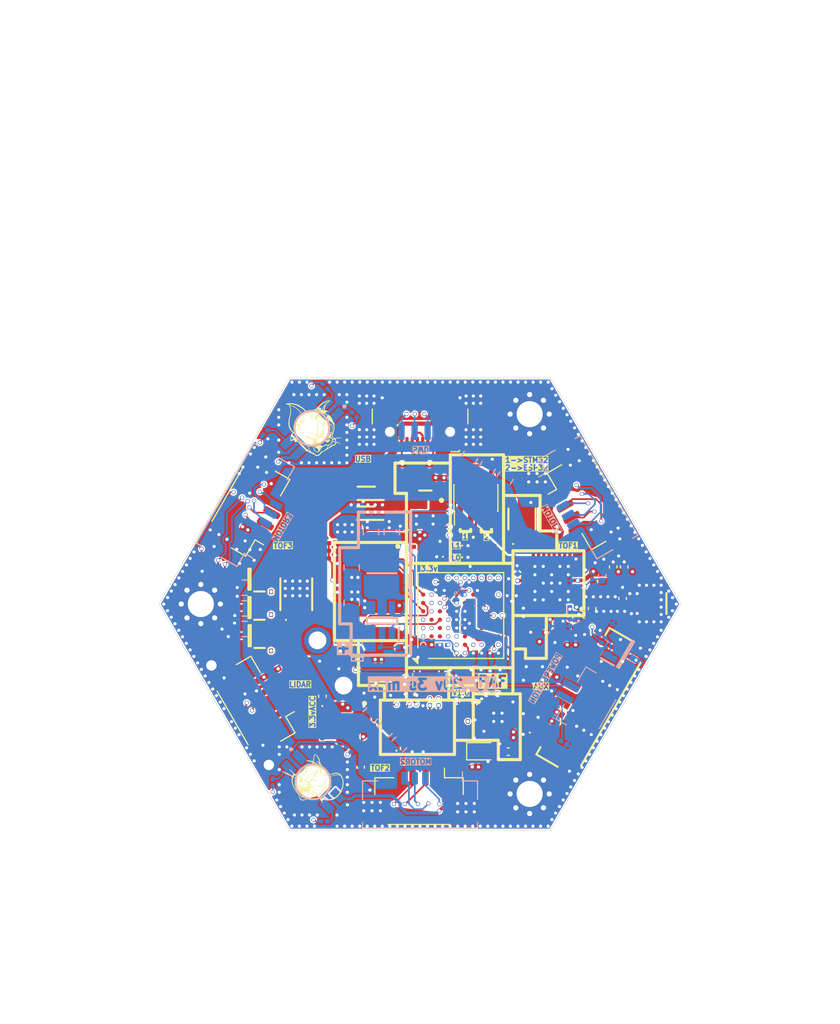
<source format=kicad_pcb>
(kicad_pcb (version 20241229) (generator "pcbnew") (generator_version "9.0")
  (layers (0 "F.Cu" signal) (4 "In1.Cu" signal) (6 "In2.Cu" signal) (8 "In3.Cu" signal) (10 "In4.Cu" signal) (2 "B.Cu" signal) (13 "F.Paste" user) (15 "B.Paste" user) (5 "F.SilkS" user "F.Silkscreen") (7 "B.SilkS" user "B.Silkscreen") (1 "F.Mask" user) (3 "B.Mask" user) (25 "Edge.Cuts" user))
  (net 0 "")
  (net 1 "/STM32/ADC_VBAT")
  (net 2 "GND")
  (net 3 "+3.3V")
  (net 4 "/HP+")
  (net 5 "Net-(C7-Pad1)")
  (net 6 "/HP-")
  (net 7 "Net-(C10-Pad1)")
  (net 8 "VBAT+")
  (net 9 "Net-(IC1-SW)")
  (net 10 "Net-(IC1-CB)")
  (net 11 "+5V")
  (net 12 "4.5V")
  (net 13 "3.3VSENSOR")
  (net 14 "/ESP32/BOOT1")
  (net 15 "Net-(C29-Pad1)")
  (net 16 "Net-(IC4-VDDA3P3_1)")
  (net 17 "Net-(IC4-ANT)")
  (net 18 "/ESP32/CHIP_PU")
  (net 19 "Net-(Y2-CRYSTAL__1)")
  (net 20 "/ESP32/HSE_IN")
  (net 21 "/CONNECTOR/D-")
  (net 22 "VUSB")
  (net 23 "/CONNECTOR/D+")
  (net 26 "Net-(IC1-EN)")
  (net 27 "Net-(IC1-FB)")
  (net 32 "Net-(S1-COM_1)")
  (net 34 "/NRST")
  (net 36 "/GPIO_MOT1")
  (net 37 "/ESP32/LEDPWM")
  (net 40 "/ESP32/HSE_OUT")
  (net 49 "/TX_MOT1")
  (net 50 "/ESP32/BOOT0")
  (net 54 "Net-(IC6-~{SD_MODE})")
  (net 56 "/RX_MOT1")
  (net 57 "/RX_MOT2")
  (net 58 "Net-(IC6-GAIN_SLOT)")
  (net 59 "/TX_MOT2")
  (net 61 "/GPIO_MOT2")
  (net 62 "/GPIO_MOT3")
  (net 63 "/TX_MOT3")
  (net 64 "/RX_MOT3")
  (net 65 "/ESP32_TX")
  (net 66 "/D+ESP32")
  (net 67 "Net-(J1-CC1)")
  (net 68 "Net-(J1-CC2)")
  (net 70 "Net-(LEDBLUE1-A)")
  (net 71 "Net-(LEDGREEN1-A)")
  (net 72 "Net-(LEDRED1-A)")
  (net 73 "Net-(LEDRED2-A)")
  (net 74 "Net-(Q1-G)")
  (net 75 "/ESP32_RX")
  (net 76 "/STM32/LED0")
  (net 77 "/STM32/LED1")
  (net 78 "Net-(Y1-OUTPUT)")
  (net 79 "/STM32/HSE_OUT")
  (net 80 "/CONNECTOR/DATA-OUT")
  (net 81 "/CONNECTOR/DATA+OUT")
  (net 82 "/D-ESP32")
  (net 83 "Net-(IC5-SCL{slash}SCLK)")
  (net 84 "/ACCEL_MOSI")
  (net 85 "Net-(IC5-INT2)")
  (net 86 "/ACCEL_MISO")
  (net 87 "Net-(IC5-INT1)")
  (net 88 "/ACCEL_CS")
  (net 89 "/SAI_FS")
  (net 90 "/SAI_SD")
  (net 92 "/SAI_CLK")
  (net 93 "/FLASH_MOSI")
  (net 96 "/FLASH_CLK")
  (net 99 "/FLASH_CS")
  (net 100 "/FLASH_MISO")
  (net 101 "/GND_CONTROLLED")
  (net 102 "/BTN_A")
  (net 103 "/GND_CONTROl_GPIO")
  (net 105 "/ACCEL_CLK")
  (net 107 "Net-(LED2-CATHODE_GREEN)")
  (net 109 "/ACCEL_INT2")
  (net 111 "/ACCEL_INT1")
  (net 112 "/AMPLI_SD_MODE")
  (net 113 "/BTN_B")
  (net 117 "/SWDIO")
  (net 119 "/SWCLK")
  (net 121 "/RX_LIDAR")
  (net 122 "Net-(LED2-CATHODE_RED)")
  (net 124 "/SDA_TOF1")
  (net 125 "/SDA_TOF3")
  (net 127 "/SCL_TOF1")
  (net 129 "/STM32/HSE_IN")
  (net 130 "/SDA_TOF2")
  (net 132 "/SDA_OLED")
  (net 133 "/LIDAR_PWM")
  (net 141 "/D-STM32")
  (net 142 "/D+STM32")
  (net 144 "/SCL_TOF2")
  (net 145 "/SCL_OLED")
  (net 146 "/SCL_TOF3")
  (net 148 "/STM32/Tx8_LIDAR")
  (net 149 "/LED_TIM")
  (net 153 "Net-(LED2-CATHODE_BLUE)")
  (net 155 "/TX_SUP")
  (net 156 "/RX_SUP")
  (net 160 "/BAT+")
  (net 161 "/RED")
  (net 162 "/GREEN")
  (net 163 "/BLUE")
  (net 164 "Net-(LED3-CATHODE_GREEN)")
  (net 165 "Net-(LED3-CATHODE_BLUE)")
  (net 166 "Net-(LED3-CATHODE_RED)")
  (net 167 "Net-(Q2-G)")
  (net 168 "/ACCESOIRES/BLEU1")
  (net 169 "Net-(Q4-G)")
  (net 170 "/ACCESOIRES/RED1")
  (net 171 "Net-(Q5-G)")
  (net 172 "/ACCESOIRES/GREEN1")
  (footprint "Resistor_SMD:R_0201_0603Metric" (layer "F.Cu") (at 114.73 80.105 -90)
    (property "Reference" "R40" (hide yes))
    (property "Value" "100k" (hide yes))
  )
  (footprint "samacsys:435151014824" (layer "F.Cu") (at 125.243705 89.137982)
    (property "Reference" "S1" (hide yes))
    (property "Value" "435151014824" (hide yes))
  )
  (footprint "LED_SMD:LED_0402_1005Metric" (layer "F.Cu") (at 130.106205 78.467982 180)
    (property "Reference" "LEDRED1" (hide yes))
    (property "Value" "150040RS73240" (hide yes))
  )
  (footprint "Resistor_SMD:R_0201_0603Metric" (layer "F.Cu") (at 140.753705 77.047982 -90)
    (property "Reference" "R19" (hide yes))
    (property "Value" "10k" (hide yes))
  )
  (footprint "Capacitor_SMD:C_0402_1005Metric" (layer "F.Cu") (at 137.463705 97.137982 180)
    (property "Reference" "C45" (hide yes))
    (property "Value" "10u" (hide yes))
  )
  (footprint "Resistor_SMD:R_0201_0603Metric" (layer "F.Cu") (at 114.73 84.335 90)
    (property "Reference" "R44" (hide yes))
    (property "Value" "100R" (hide yes))
  )
  (footprint "Capacitor_SMD:C_0201_0603Metric" (layer "F.Cu") (at 146.603705 79.647982 90)
    (property "Reference" "C28" (hide yes))
    (property "Value" "100n" (hide yes))
  )
  (footprint "Resistor_SMD:R_0201_0603Metric" (layer "F.Cu") (at 114.73 85.745 -90)
    (property "Reference" "R39" (hide yes))
    (property "Value" "100k" (hide yes))
  )
  (footprint "Connector_JST:JST_GH_BM04B-GHS-TBT_1x04-1MP_P1.25mm_Vertical" (layer "F.Cu") (at 112.805019 73.816283 60)
    (property "Reference" "TOF3" (hide yes))
    (property "Value" "SM04B-GHE-TB" (hide yes))
  )
  (footprint "Connector_USB:USB_C_Receptacle_GCT_USB4110" (layer "F.Cu") (at 129 63.9 180)
    (property "Reference" "J1" (hide yes))
    (property "Value" "USB4110-GF-A" (hide yes))
  )
  (footprint "Capacitor_SMD:C_0402_1005Metric" (layer "F.Cu") (at 148.553705 79.447982 90)
    (property "Reference" "C25" (hide yes))
    (property "Value" "10u" (hide yes))
  )
  (footprint "samacsys:R_0201_custom" (layer "F.Cu") (at 119.938705 77.887982 180)
    (property "Reference" "R2" (hide yes))
    (property "Value" "1k" (hide yes))
  )
  (footprint "samacsys:C_0201_custom" (layer "F.Cu") (at 141.923705 86.362982 -90)
    (property "Reference" "C40" (hide yes))
    (property "Value" "15p" (hide yes))
  )
  (footprint "LOGO" (layer "F.Cu") (at 118.82 66.16)
    (property "Reference" "G***" (hide yes))
    (property "Value" "LOGO" (hide yes))
  )
  (footprint "samacsys:C_0201_custom" (layer "F.Cu") (at 144.763705 85.6 90)
    (property "Reference" "C38" (hide yes))
    (property "Value" "15p" (hide yes))
  )
  (footprint "MountingHole:MountingHole_2.5mm_Pad_Via" (layer "F.Cu") (at 139.5 101.186533)
    (property "Reference" "H3" (hide yes))
    (property "Value" "MountingHole_Pad" (hide yes))
  )
  (footprint "Capacitor_SMD:C_0402_1005Metric" (layer "F.Cu") (at 119.65 91.83 90)
    (property "Reference" "C22" (hide yes))
    (property "Value" "1u" (hide yes))
  )
  (footprint "Resistor_SMD:R_0201_0603Metric" (layer "F.Cu") (at 120.193705 84.307982 90)
    (property "Reference" "R33" (hide yes))
    (property "Value" "100k" (hide yes))
  )
  (footprint "samacsys:636101111001" (layer "F.Cu") (at 151.303705 82.947982 -90)
    (property "Reference" "J2" (hide yes))
    (property "Value" "636101111001" (hide yes))
  )
  (footprint "Capacitor_SMD:C_0201_0603Metric" (layer "F.Cu") (at 137.668705 96.327982 180)
    (property "Reference" "C44" (hide yes))
    (property "Value" "100n" (hide yes))
  )
  (footprint "Resistor_SMD:R_0201_0603Metric" (layer "F.Cu") (at 128.7 77.517982)
    (property "Reference" "R29" (hide yes))
    (property "Value" "10k" (hide yes))
  )
  (footprint "LOGO" (layer "F.Cu") (at 118.82 66.16)
    (property "Reference" "G***" (hide yes))
    (property "Value" "LOGO" (hide yes))
  )
  (footprint "Connector_JST:JST_GH_BM04B-GHS-TBT_1x04-1MP_P1.25mm_Vertical" (layer "F.Cu") (at 128.903705 101.497982 180)
    (property "Reference" "TOF2" (hide yes))
    (property "Value" "SM04B-GHE-TB" (hide yes))
  )
  (footprint "LED_SMD:LED_0402_1005Metric" (layer "F.Cu") (at 134.125 77.407982)
    (property "Reference" "LEDBLUE1" (hide yes))
    (property "Value" "150040BS73240" (hide yes))
  )
  (footprint "samacsys:SQS401ENT1_BE3" (layer "F.Cu") (at 117.143705 82.062982 90)
    (property "Reference" "Q3" (hide yes))
    (property "Value" "SQS401EN-T1_BE3" (hide yes))
  )
  (footprint "Resistor_SMD:R_0201_0603Metric" (layer "F.Cu") (at 114.73 81.505 -90)
    (property "Reference" "R43" (hide yes))
    (property "Value" "100R" (hide yes))
  )
  (footprint "Resistor_SMD:R_0201_0603Metric" (layer "F.Cu") (at 131.063705 71.587982)
    (property "Reference" "R10" (hide yes))
    (property "Value" "22R" (hide yes))
  )
  (footprint "Capacitor_SMD:C_0402_1005Metric" (layer "F.Cu") (at 148.403705 82.467982 90)
    (property "Reference" "C29" (hide yes))
    (property "Value" "TBD" (hide yes))
  )
  (footprint "Resistor_SMD:R_0201_0603Metric" (layer "F.Cu") (at 135.76 77.43 180)
    (property "Reference" "R4" (hide yes))
    (property "Value" "1k" (hide yes))
  )
  (footprint "Connector_JST:JST_GH_BM04B-GHS-TBT_1x04-1MP_P1.25mm_Vertical" (layer "F.Cu") (at 144.903705 73.197982 -60)
    (property "Reference" "TOF1" (hide yes))
    (property "Value" "SM04B-GHE-TB" (hide yes))
  )
  (footprint "Package_BGA:TFBGA-100_8x8mm_Layout10x10_P0.8mm" (layer "F.Cu") (at 132.903705 84.097982 90)
    (property "Reference" "U1" (hide yes))
    (property "Value" "STM32H743VIHx" (hide yes))
  )
  (footprint "MountingHole:MountingHole_2.5mm_Pad_Via" (layer "F.Cu") (at 108 83)
    (property "Reference" "H3" (hide yes))
    (property "Value" "MountingHole_Pad" (hide yes))
  )
  (footprint "samacsys:SOT65P210X110-3N" (layer "F.Cu") (at 112.66 83.33 180)
    (property "Reference" "Q5" (hide yes))
    (property "Value" "BSS138PW" (hide yes))
  )
  (footprint "Resistor_SMD:R_0201_0603Metric" (layer "F.Cu") (at 135.75 78.527982 180)
    (property "Reference" "R3" (hide yes))
    (property "Value" "1k" (hide yes))
  )
  (footprint "samacsys:C_0201_custom" (layer "F.Cu") (at 119.938705 77.177982 180)
    (property "Reference" "C1" (hide yes))
    (property "Value" "100n" (hide yes))
  )
  (footprint "Resistor_SMD:R_0201_0603Metric" (layer "F.Cu") (at 114.73 87.16 -90)
    (property "Reference" "R42" (hide yes))
    (property "Value" "100R" (hide yes))
  )
  (footprint "Capacitor_SMD:C_0201_0603Metric" (layer "F.Cu") (at 140.1 87.647982 180)
    (property "Reference" "C39" (hide yes))
    (property "Value" "100n" (hide yes))
  )
  (footprint "samacsys:LFXTAL069527REEL" (layer "F.Cu") (at 143.363705 85.627982 180)
    (property "Reference" "Y2" (hide yes))
    (property "Value" "LFXTAL069527REEL" (hide yes))
  )
  (footprint "Connector_PinHeader_1.00mm:PinHeader_2x04_P1.00mm_Vertical_SMD" (layer "F.Cu") (at 134.353705 72.847982 90)
    (property "Reference" "USBJUMP1" (hide yes))
    (property "Value" "Conn_01x08_Pin" (hide yes))
  )
  (footprint "samacsys:R_0201_custom" (layer "F.Cu") (at 133.573705 93.127982 -90)
    (property "Reference" "R31" (hide yes))
    (property "Value" "0R" (hide yes))
  )
  (footprint "samacsys:SOD2513X117N" (layer "F.Cu") (at 123.843705 72.397982 180)
    (property "Reference" "D3" (hide yes))
    (property "Value" "BAT60JFILM" (hide yes))
  )
  (footprint "samacsys:SOD2513X117N" (layer "F.Cu") (at 123.803705 74.297982 180)
    (property "Reference" "D2" (hide yes))
    (property "Value" "BAT60JFILM" (hide yes))
  )
  (footprint "LED_SMD:LED_0402_1005Metric" (layer "F.Cu") (at 119.64 93.86 -90)
    (property "Reference" "LEDRED2" (hide yes))
    (property "Value" "150040RS73240" (hide yes))
  )
  (footprint "Capacitor_Tantalum_SMD:CP_EIA-1608-08_AVX-J" (layer "F.Cu") (at 134.988705 97.1)
    (property "Reference" "C43" (hide yes))
    (property "Value" "10u" (hide yes))
  )
  (footprint "samacsys:C_0201_custom" (layer "F.Cu") (at 133.213705 95.697982 180)
    (property "Reference" "C42" (hide yes))
    (property "Value" "100n" (hide yes))
  )
  (footprint "samacsys:ADXL343BCCZRL" (layer "F.Cu") (at 128.743705 94.895982 90)
    (property "Reference" "IC5" (hide yes))
    (property "Value" "ADXL343BCCZ-RL" (hide yes))
  )
  (footprint "MountingHole:MountingHole_2.5mm_Pad_Via" (layer "F.Cu") (at 139.5 64.813467)
    (property "Reference" "H3" (hide yes))
    (property "Value" "MountingHole_Pad" (hide yes))
  )
  (footprint "samacsys:QFN50P300X300X80-17N" (layer "F.Cu") (at 136.453705 93.847982)
    (property "Reference" "IC6" (hide yes))
    (property "Value" "MAX98357AETE+" (hide yes))
  )
  (footprint "Resistor_SMD:R_0201_0603Metric" (layer "F.Cu") (at 131.063705 70.287982)
    (property "Reference" "R9" (hide yes))
    (property "Value" "22R" (hide yes))
  )
  (footprint "samacsys:SON95P300X300X90-7N-D" (layer "F.Cu") (at 122.075 94.39 -90)
    (property "Reference" "IC3" (hide yes))
    (property "Value" "LDO40LPU33RY" (hide yes))
  )
  (footprint "Resistor_SMD:R_0201_0603Metric" (layer "F.Cu") (at 130.103705 77.517982)
    (property "Reference" "R17" (hide yes))
    (property "Value" "1k" (hide yes))
  )
  (footprint "samacsys:SOT65P210X110-3N" (layer "F.Cu") (at 112.66 80.62 180)
    (property "Reference" "Q4" (hide yes))
    (property "Value" "BSS138PW" (hide yes))
  )
  (footprint "Capacitor_SMD:C_0402_1005Metric" (layer "F.Cu") (at 147.503705 79.447982 90)
    (property "Reference" "C26" (hide yes))
    (property "Value" "1u" (hide yes))
  )
  (footprint "Inductor_SMD:L_0402_1005Metric" (layer "F.Cu") (at 145.6 80.45 -90)
    (property "Reference" "L2" (hide yes))
    (property "Value" "2nH" (hide yes))
  )
  (footprint "samacsys:CSTNE12M0GH5L000R0" (layer "F.Cu") (at 129.903705 90.297982 180)
    (property "Reference" "Y1" (hide yes))
    (property "Value" "CSTNE8M00GH5C000R0" (hide yes))
  )
  (footprint "Capacitor_SMD:C_0402_1005Metric" (layer "F.Cu") (at 127.103705 74.167982 -90)
    (property "Reference" "C21" (hide yes))
    (property "Value" "1u" (hide yes))
  )
  (footprint "LOGO" (layer "F.Cu") (at 118.252309 99.855151)
    (property "Reference" "G***" (hide yes))
    (property "Value" "LOGO" (hide yes))
  )
  (footprint "Resistor_SMD:R_0201_0603Metric" (layer "F.Cu") (at 133.573705 94.557982 -90)
    (property "Reference" "R30" (hide yes))
    (property "Value" "300k" (hide yes))
  )
  (footprint "Resistor_SMD:R_0201_0603Metric" (layer "F.Cu") (at 119.938705 78.627982)
    (property "Reference" "R1" (hide yes))
    (property "Value" "20k" (hide yes))
  )
  (footprint "samacsys:SM12BSRSSTBLFSN" (layer "F.Cu") (at 145.338565 92.323277 60)
    (property "Reference" "J5" (hide yes))
    (property "Value" "SM12B-SRSS-TB_LF__SN_" (hide yes))
  )
  (footprint "samacsys:435151014824" (layer "F.Cu") (at 138.766205 74.847982 90)
    (property "Reference" "S2" (hide yes))
    (property "Value" "435151014824" (hide yes))
  )
  (footprint "samacsys:QFN50P500X500X90-33N" (layer "F.Cu") (at 141.603705 80.997982 180)
    (property "Reference" "IC4" (hide yes))
    (property "Value" "ESP32-C6FH4" (hide yes))
  )
  (footprint "samacsys:SOT65P210X110-6N" (layer "F.Cu") (at 128.56 70.93 180)
    (property "Reference" "D1" (hide yes))
    (property "Value" "82400274" (hide yes))
  )
  (footprint "samacsys:5871024147F" (layer "F.Cu") (at 139.603705 85.747982 90)
    (property "Reference" "LED1" (hide yes))
    (property "Value" "587-1024-147F" (hide yes))
  )
  (footprint "Resistor_SMD:R_0201_0603Metric" (layer "F.Cu") (at 141.553705 77.047982 -90)
    (property "Reference" "R20" (hide yes))
    (property "Value" "10k" (hide yes))
  )
  (footprint "Connector_JST:JST_GH_BM04B-GHS-TBT_1x04-1MP_P1.25mm_Vertical" (layer "F.Cu") (at 113.303705 92.597982 120)
    (property "Reference" "LIDAR1" (hide yes))
    (property "Value" "SM04B-GHE-TB" (hide yes))
  )
  (footprint "samacsys:C_0201_custom" (layer "F.Cu") (at 126.5 91.737982)
    (property "Reference" "C5" (hide yes))
    (property "Value" "100n" (hide yes))
  )
  (footprint "samacsys:SON127P800X600X80-9N-D" (layer "F.Cu") (at 124.248705 81.847982 -90)
    (property "Reference" "IC7" (hide yes))
    (property "Value" "W25Q128JVPIQ_TR" (hide yes))
  )
  (footprint "samacsys:C_0201_custom" (layer "F.Cu") (at 132.953705 89.9 90)
    (property "Reference" "C9" (hide yes))
    (property "Value" "100n" (hide yes))
  )
  (footprint "Capacitor_SMD:C_0402_1005Metric" (layer "F.Cu") (at 145.483705 83.427982 -90)
    (property "Reference" "C32" (hide yes))
    (property "Value" "TBD" (hide yes))
  )
  (footprint "samacsys:R_0201_custom" (layer "F.Cu") (at 126.5 91.037982 180)
    (property "Reference" "R6" (hide yes))
    (property "Value" "10k" (hide yes))
  )
  (footprint "samacsys:R_0201_custom" (layer "F.Cu") (at 119.65 95.5 90)
    (property "Reference" "R18" (hide yes))
    (property "Value" "1k" (hide yes))
  )
  (footprint "samacsys:SON95P300X300X90-7N-D" (layer "F.Cu") (at 129.453705 74.947982 -90)
    (property "Reference" "IC2" (hide yes))
    (property "Value" "LDO40LPU33RY" (hide yes))
  )
  (footprint "LED_SMD:LED_0402_1005Metric" (layer "F.Cu") (at 134.125 78.52)
    (property "Reference" "LEDGREEN1" (hide yes))
    (property "Value" "150040GS73240" (hide yes))
  )
  (footprint "Inductor_SMD:L_0402_1005Metric" (layer "F.Cu") (at 146.953705 82.947982 180)
    (property "Reference" "L3" (hide yes))
    (property "Value" "TBD" (hide yes))
  )
  (footprint "samacsys:R_0201_custom" (layer "F.Cu") (at 127.543705 69.03)
    (property "Reference" "R8" (hide yes))
    (property "Value" "5.1k" (hide yes))
  )
  (footprint "samacsys:R_0201_custom" (layer "F.Cu") (at 129.933705 69.01 180)
    (property "Reference" "R7" (hide yes))
    (property "Value" "5.1k" (hide yes))
  )
  (footprint "Resistor_SMD:R_0201_0603Metric" (layer "F.Cu") (at 114.72 82.915 -90)
    (property "Reference" "R41" (hide yes))
    (property "Value" "100k" (hide yes))
  )
  (footprint "Capacitor_SMD:C_0402_1005Metric" (layer "F.Cu") (at 127.103705 76.027982 90)
    (property "Reference" "C23" (hide yes))
    (property "Value" "1u" (hide yes))
  )
  (footprint "Resistor_SMD:R_0201_0603Metric" (layer "F.Cu") (at 132.203705 89.9 90)
    (property "Reference" "R5" (hide yes))
    (property "Value" "22R" (hide yes))
  )
  (footprint "Capacitor_SMD:C_0201_0603Metric" (layer "F.Cu") (at 124.593705 95.847982 90)
    (property "Reference" "C41" (hide yes))
    (property "Value" "100n" (hide yes))
  )
  (footprint "Capacitor_SMD:C_0402_1005Metric" (layer "F.Cu") (at 123.31 98.62 90)
    (property "Reference" "C24" (hide yes))
    (property "Value" "1u" (hide yes))
  )
  (footprint "samacsys:C_0201_custom" (layer "F.Cu") (at 126.57 87.13)
    (property "Reference" "C47" (hide yes))
    (property "Value" "100n" (hide yes))
  )
  (footprint "Resistor_SMD:R_0201_0603Metric" (layer "F.Cu") (at 132.863705 93.127982 90)
    (property "Reference" "R32" (hide yes))
    (property "Value" "0R" (hide yes))
  )
  (footprint "samacsys:R_0201_custom" (layer "F.Cu") (at 124.593705 94.347982 -90)
    (property "Reference" "R25" (hide yes))
    (property "Value" "22R" (hide yes))
  )
  (footprint "Capacitor_SMD:C_0201_0603Metric" (layer "F.Cu") (at 145.9 81.75)
    (property "Reference" "C30" (hide yes))
    (property "Value" "100n" (hide yes))
  )
  (footprint "Resistor_SMD:R_0201_0603Metric" (layer "F.Cu") (at 132.863705 94.577982 90)
    (property "Reference" "R28" (hide yes))
    (property "Value" "10k" (hide yes))
  )
  (footprint "LOGO" (layer "F.Cu") (at 118.252309 99.855151)
    (property "Reference" "G***" (hide yes))
    (property "Value" "LOGO" (hide yes))
  )
  (footprint "samacsys:SOT65P210X110-3N" (layer "F.Cu") (at 112.68 86.03 180)
    (property "Reference" "Q2" (hide yes))
    (property "Value" "BSS138PW" (hide yes))
  )
  (footprint "Resistor_SMD:R_0201_0603Metric" (layer "F.Cu") (at 144.183705 84.547982)
    (property "Reference" "R22" (hide yes))
    (property "Value" "20R" (hide yes))
  )
  (footprint "samacsys:C_0201_custom" (layer "F.Cu") (at 139.273705 77.197982 180)
    (property "Reference" "C27" (hide yes))
    (property "Value" "10n" (hide yes))
  )
  (footprint "Capacitor_SMD:C_0402_1005Metric" (layer "B.Cu") (at 132.083705 82.287982 135)
    (property "Reference" "C7" (hide yes))
    (property "Value" "2.2u" (hide yes))
  )
  (footprint "Capacitor_SMD:C_0805_2012Metric" (layer "B.Cu") (at 112.2 85.39 180)
    (property "Reference" "C50" (hide yes))
    (property "Value" "22u" (hide yes))
  )
  (footprint "Capacitor_SMD:C_0805_2012Metric" (layer "B.Cu") (at 135.45 69.95 60)
    (property "Reference" "C54" (hide yes))
    (property "Value" "22u" (hide yes))
  )
  (footprint "Resistor_SMD:R_0201_0603Metric" (layer "B.Cu") (at 119.82 103.81 180)
    (property "Reference" "R36" (hide yes))
    (property "Value" "1k" (hide yes))
  )
  (footprint "Capacitor_SMD:C_0805_2012Metric" (layer "B.Cu") (at 127.018249 96.441751 45)
    (property "Reference" "C49" (hide yes))
    (property "Value" "22u" (hide yes))
  )
  (footprint "Capacitor_SMD:C_0402_1005Metric" (layer "B.Cu") (at 134.363705 89.297982 180)
    (property "Reference" "C13" (hide yes))
    (property "Value" "1u" (hide yes))
  )
  (footprint "Capacitor_SMD:C_0201_0603Metric" (layer "B.Cu") (at 127.553705 82.667982 90)
    (property "Reference" "C17" (hide yes))
    (property "Value" "100n" (hide yes))
  )
  (footprint "Connector_JST:JST_SHL_SM08B-SHLS-TF_1x08-1MP_P1.00mm_Horizontal" (layer "B.Cu") (at 113.003109 73.925 60)
    (property "Reference" "ESC3" (hide yes))
    (property "Value" "SM08B-SRSS-TBLFSN" (hide yes))
  )
  (footprint "Resistor_SMD:R_0201_0603Metric" (layer "B.Cu") (at 127.553705 81.197982 -90)
    (property "Reference" "R13" (hide yes))
    (property "Value" "100k" (hide yes))
  )
  (footprint "Connector_JST:JST_GH_SM04B-GHS-TB_1x04-1MP_P1.25mm_Horizontal" (layer "B.Cu") (at 129.103705 64.597982)
    (property "Reference" "SWD1" (hide yes))
    (property "Value" "SM04B-GHE-TB" (hide yes))
  )
  (footprint "samacsys:R_0201_custom" (layer "B.Cu") (at 145.503705 80.302982 -90)
    (property "Reference" "R21" (hide yes))
    (property "Value" "20R" (hide yes))
  )
  (footprint "Capacitor_SMD:C_0805_2012Metric" (layer "B.Cu") (at 122.453705 79.5 -90)
    (property "Reference" "C20" (hide yes))
    (property "Value" "22u" (hide yes))
  )
  (footprint "samacsys:SOT95P280X110-6N" (layer "B.Cu") (at 125.353705 84.597982 90)
    (property "Reference" "IC1" (hide yes))
    (property "Value" "LMR51625YFDDCR" (hide yes))
  )
  (footprint "Capacitor_SMD:C_0402_1005Metric" (layer "B.Cu") (at 146.453705 80.267982 90)
    (property "Reference" "C36" (hide yes))
    (property "Value" "1u" (hide yes))
  )
  (footprint "Resistor_SMD:R_0201_0603Metric" (layer "B.Cu") (at 124.833705 87.147982)
    (property "Reference" "R11" (hide yes))
    (property "Value" "820k" (hide yes))
  )
  (footprint "Capacitor_SMD:C_0402_1005Metric" (layer "B.Cu") (at 132.903705 85.337982 180)
    (property "Reference" "C14" (hide yes))
    (property "Value" "4.7u" (hide yes))
  )
  (footprint "Resistor_SMD:R_0201_0603Metric" (layer "B.Cu") (at 119.89 62.15 -45)
    (property "Reference" "R24" (hide yes))
    (property "Value" "1k" (hide yes))
  )
  (footprint "Capacitor_SMD:C_0805_2012Metric" (layer "B.Cu") (at 112.2 83.42 180)
    (property "Reference" "C51" (hide yes))
    (property "Value" "22u" (hide yes))
  )
  (footprint "Connector_JST:JST_SHL_SM08B-SHLS-TF_1x08-1MP_P1.00mm_Horizontal" (layer "B.Cu") (at 144.4 73.2 -60)
    (property "Reference" "ESC1" (hide yes))
    (property "Value" "SM08B-SRSS-TBLFSN" (hide yes))
  )
  (footprint "Capacitor_SMD:C_0201_0603Metric" (layer "B.Cu") (at 132.883705 84.437982 180)
    (property "Reference" "C4" (hide yes))
    (property "Value" "100n" (hide yes))
  )
  (footprint "samacsys:SM02BGHSTBLFSN" (layer "B.Cu") (at 144.757741 92.267982 -120)
    (property "Reference" "J4" (hide yes))
    (property "Value" "SM02B-GHS-TB_LF__SN_" (hide yes))
  )
  (footprint "samacsys:SOT95P255X140-3N" (layer "B.Cu") (at 148.695981 87.805706 -30)
    (property "Reference" "Q1" (hide yes))
    (property "Value" "STR2N2VH5" (hide yes))
  )
  (footprint "Capacitor_SMD:C_0805_2012Metric" (layer "B.Cu") (at 124.3 76.1 90)
    (property "Reference" "C18" (hide yes))
    (property "Value" "22u" (hide yes))
  )
  (footprint "Capacitor_SMD:C_0805_2012Metric" (layer "B.Cu") (at 125.63 95.05 45)
    (property "Reference" "C48" (hide yes))
    (property "Value" "22u" (hide yes))
  )
  (footprint "samacsys:XZMDKCBDDG45S9" (layer "B.Cu") (at 118.653839 66.2 45)
    (property "Reference" "LED2" (hide yes))
    (property "Value" "XZMDKCBDDG45S-9" (hide yes))
  )
  (footprint "Capacitor_SMD:C_0805_2012Metric" (layer "B.Cu") (at 124.24 93.66 45)
    (property "Reference" "C46" (hide yes))
    (property "Value" "22u" (hide yes))
  )
  (footprint "Capacitor_SMD:C_0402_1005Metric" (layer "B.Cu") (at 136.183705 89.297982 180)
    (property "Reference" "C2" (hide yes))
    (property "Value" "4.7u" (hide yes))
  )
  (footprint "Resistor_SMD:R_0201_0603Metric" (layer "B.Cu") (at 114.89 100.06 90)
    (property "Reference" "R37" (hide yes))
    (property "Value" "1k" (hide yes))
  )
  (footprint "Capacitor_SMD:C_0201_0603Metric" (layer "B.Cu") (at 136.158705 88.387982 180)
    (property "Reference" "C6" (hide yes))
    (property "Value" "100n" (hide yes))
  )
  (footprint "Capacitor_SMD:C_0805_2012Metric" (layer "B.Cu") (at 122.453705 82.897982 90)
    (property "Reference" "C15" (hide yes))
    (property "Value" "4.7u" (hide yes))
  )
  (footprint "Capacitor_SMD:C_0805_2012Metric" (layer "B.Cu") (at 112.2 81.43 180)
    (property "Reference" "C52" (hide yes))
    (property "Value" "22u" (hide yes))
  )
  (footprint "Resistor_SMD:R_0201_0603Metric" (layer "B.Cu") (at 114.18 66.57 -135)
    (property "Reference" "R35" (hide yes))
    (property "Value" "1k" (hide yes))
  )
  (footprint "samacsys:XZMDKCBDDG45S9" (layer "B.Cu") (at 118.765825 100.02113 135)
    (property "Reference" "LED3" (hide yes))
    (property "Value" "XZMDKCBDDG45S-9" (hide yes))
  )
  (footprint "Resistor_SMD:R_0201_0603Metric" (layer "B.Cu") (at 130.773705 92.387982 90)
    (property "Reference" "R27" (hide yes))
    (property "Value" "22R" (hide yes))
  )
  (footprint "Capacitor_SMD:C_0805_2012Metric" (layer "B.Cu") (at 133.75 68.95 60)
    (property "Reference" "C55" (hide yes))
    (property "Value" "22u" (hide yes))
  )
  (footprint "Capacitor_SMD:C_0201_0603Metric" (layer "B.Cu") (at 132.893705 83.677982 180)
    (property "Reference" "C11" (hide yes))
    (property "Value" "100n" (hide yes))
  )
  (footprint "Resistor_SMD:R_0201_0603Metric" (layer "B.Cu") (at 122.17 96.93 135)
    (property "Reference" "R38" (hide yes))
    (property "Value" "1k" (hide yes))
  )
  (footprint "samacsys:XT30PWM" (layer "B.Cu") (at 115.303705 91.597982 -60)
    (property "Reference" "J3" (hide yes))
    (property "Value" "XT30PW-M" (hide yes))
  )
  (footprint "samacsys:C_0201_custom" (layer "B.Cu") (at 138.353705 80.447982 90)
    (property "Reference" "C37" (hide yes))
    (property "Value" "100n" (hide yes))
  )
  (footprint "Capacitor_SMD:C_0402_1005Metric" (layer "B.Cu") (at 144.703705 83.997982)
    (property "Reference" "C33" (hide yes))
    (property "Value" "1u" (hide yes))
  )
  (footprint "Capacitor_SMD:C_0402_1005Metric" (layer "B.Cu") (at 132.744294 81.638571 135)
    (property "Reference" "C10" (hide yes))
    (property "Value" "2.2u" (hide yes))
  )
  (footprint "Capacitor_SMD:C_0805_2012Metric" (layer "B.Cu") (at 126.3 76.1 90)
    (property "Reference" "C19" (hide yes))
    (property "Value" "22u" (hide yes))
  )
  (footprint "Capacitor_SMD:C_0805_2012Metric" (layer "B.Cu") (at 137.15 70.922724 60)
    (property "Reference" "C53" (hide yes))
    (property "Value" "22u" (hide yes))
  )
  (footprint "Capacitor_SMD:C_0402_1005Metric" (layer "B.Cu") (at 134.323705 82.827982)
    (property "Reference" "C8" (hide yes))
    (property "Value" "1u" (hide yes))
  )
  (footprint "Capacitor_SMD:C_0201_0603Metric" (layer "B.Cu") (at 134.468705 88.377982 180)
    (property "Reference" "C12" (hide yes))
    (property "Value" "100n" (hide yes))
  )
  (footprint "samacsys:C_0201_custom" (layer "B.Cu") (at 141.453705 84.797982 -90)
    (property "Reference" "C34" (hide yes))
    (property "Value" "10n" (hide yes))
  )
  (footprint "samacsys:R_0201_custom" (layer "B.Cu") (at 142.783705 96.277982 -30)
    (property "Reference" "R34" (hide yes))
    (property "Value" "1k" (hide yes))
  )
  (footprint "Resistor_SMD:R_0201_0603Metric" (layer "B.Cu") (at 129.943705 92.387982 90)
    (property "Reference" "R26" (hide yes))
    (property "Value" "22R" (hide yes))
  )
  (footprint "Resistor_SMD:R_0201_0603Metric" (layer "B.Cu") (at 122.71 64.89 135)
    (property "Reference" "R23" (hide yes))
    (property "Value" "1k" (hide yes))
  )
  (footprint "samacsys:R_0201_custom" (layer "B.Cu") (at 147.281205 85.176761 60)
    (property "Reference" "R16" (hide yes))
    (property "Value" "100k" (hide yes))
  )
  (footprint "samacsys:C_0201_custom" (layer "B.Cu") (at 131.283705 86.907982 180)
    (property "Reference" "C3" (hide yes))
    (property "Value" "100n" (hide yes))
  )
  (footprint "samacsys:C_0201_custom" (layer "B.Cu") (at 143.353705 84.797982 -90)
    (property "Reference" "C35" (hide yes))
    (property "Value" "10n" (hide yes))
  )
  (footprint "samacsys:R_0201_custom" (layer "B.Cu") (at 127.223705 87.147982)
    (property "Reference" "R12" (hide yes))
    (property "Value" "200k" (hide yes))
  )
  (footprint "samacsys:C_0201_custom" (layer "B.Cu") (at 143.803705 80.747982 180)
    (property "Reference" "C31" (hide yes))
    (property "Value" "100n" (hide yes))
  )
  (footprint "samacsys:INDC3030X150N" (layer "B.Cu") (at 125.353705 80.047982 90)
    (property "Reference" "L1" (hide yes))
    (property "Value" "74438335033" (hide yes))
  )
  (footprint "Connector_JST:JST_SHL_SM08B-SHLS-TF_1x08-1MP_P1.00mm_Horizontal" (layer "B.Cu") (at 129 101.35 180)
    (property "Reference" "ESC2" (hide yes))
    (property "Value" "SM08B-SRSS-TBLFSN" (hide yes))
  )
  (footprint "Capacitor_SMD:C_0402_1005Metric" (layer "B.Cu") (at 123.1 86.8 -90)
    (property "Reference" "C16" (hide yes))
    (property "Value" "0.1u" (hide yes))
  )
  (footprint "samacsys:R_0201_custom" (layer "B.Cu") (at 127.553705 86.017982 -90)
    (property "Reference" "R14" (hide yes))
    (property "Value" "19.1k" (hide yes))
  )
  (footprint "Resistor_SMD:R_0201_0603Metric" (layer "B.Cu") (at 146.533705 86.447982 60)
    (property "Reference" "R15" (hide yes))
    (property "Value" "100R" (hide yes))
  )
  (gr_line (start 137 72.6) (end 140.5 72.6) (stroke (width 0.3)) (layer "F.SilkS"))
  (gr_line (start 127.7 77.1) (end 127.6 77.1) (stroke (width 0.3)) (layer "F.SilkS"))
  (gr_line (start 125.6 92.2) (end 125.6 90.8) (stroke (width 0.3)) (layer "F.SilkS"))
  (gr_line (start 134.1 96.05) (end 136.5 96.05) (stroke (width 0.3)) (layer "F.SilkS"))
  (gr_line (start 127.9 92.2) (end 125.2 92.2) (stroke (width 0.3)) (layer "F.SilkS"))
  (gr_line (start 137 76.5) (end 137 71.6) (stroke (width 0.3)) (layer "F.SilkS"))
  (gr_line (start 131.9 68.71) (end 131.9 69.7) (stroke (width 0.3)) (layer "F.SilkS"))
  (gr_line (start 137.9 89.1) (end 127.7 89.1) (stroke (width 0.3)) (layer "F.SilkS"))
  (gr_line (start 137.9 79.1) (end 137.9 77.9) (stroke (width 0.3)) (layer "F.SilkS"))
  (gr_line (start 126.6 69.5) (end 126.6 72.4) (stroke (width 0.3)) (layer "F.SilkS"))
  (gr_line (start 136.5 97.9) (end 138.6 97.9) (stroke (width 0.3)) (layer "F.SilkS"))
  (gr_line (start 131.75 90.8) (end 131.75 89.1) (stroke (width 0.3)) (layer "F.SilkS"))
  (gr_line (start 134.1 90.75) (end 134.1 89.05) (stroke (width 0.3)) (layer "F.SilkS"))
  (gr_line (start 132.85 76.05) (end 132.85 75.85) (stroke (width 0.3)) (layer "F.SilkS"))
  (gr_line (start 127.7 89.1) (end 127.7 91.5) (stroke (width 0.3)) (layer "F.SilkS"))
  (gr_line (start 125.6 90.8) (end 123.1 90.8) (stroke (width 0.3)) (layer "F.SilkS"))
  (gr_line (start 139.1 87.3) (end 139.1 88.2) (stroke (width 0.3)) (layer "F.SilkS"))
  (gr_line (start 140.5 76) (end 142.1 76) (stroke (width 0.3)) (layer "F.SilkS"))
  (gr_line (start 138.6 97.9) (end 138.6 91.8) (stroke (width 0.3)) (layer "F.SilkS"))
  (gr_line (start 142.1 76) (end 142.1 77.9) (stroke (width 0.3)) (layer "F.SilkS"))
  (gr_line (start 132.3 92.2) (end 127.9 92.2) (stroke (width 0.3)) (layer "F.SilkS"))
  (gr_line (start 120.8 77.1) (end 120.8 86.5) (stroke (width 0.3)) (layer "F.SilkS"))
  (gr_line (start 140.5 72.6) (end 140.5 76) (stroke (width 0.3)) (layer "F.SilkS"))
  (gr_line (start 131.7 90.8) (end 134.1 90.8) (stroke (width 0.3)) (layer "F.SilkS"))
  (gr_line (start 131.75 91.5) (end 131.75 90.8) (stroke (width 0.3)) (layer "F.SilkS"))
  (gr_line (start 136.5 96.2) (end 136.5 97.9) (stroke (width 0.3)) (layer "F.SilkS"))
  (gr_line (start 127.7 79.1) (end 137.9 79.1) (stroke (width 0.3)) (layer "F.SilkS"))
  (gr_line (start 137.9 79.1) (end 137.9 89.1) (stroke (width 0.3)) (layer "F.SilkS"))
  (gr_line (start 138.6 91.6) (end 134.1 91.6) (stroke (width 0.3)) (layer "F.SilkS"))
  (gr_line (start 130.5 69.5) (end 126.6 69.5) (stroke (width 0.3)) (layer "F.SilkS"))
  (gr_line (start 134.1 91.6) (end 134.1 92.2) (stroke (width 0.3)) (layer "F.SilkS"))
  (gr_line (start 121.6 86.5) (end 127.7 86.5) (stroke (width 0.3)) (layer "F.SilkS"))
  (gr_line (start 137.9 87.3) (end 139.1 87.3) (stroke (width 0.3)) (layer "F.SilkS"))
  (gr_line (start 131.9 69.5) (end 130.5 69.5) (stroke (width 0.3)) (layer "F.SilkS"))
  (gr_line (start 126.6 72.4) (end 127.7 72.4) (stroke (width 0.3)) (layer "F.SilkS"))
  (gr_line (start 125.2 97.4) (end 132.3 97.4) (stroke (width 0.3)) (layer "F.SilkS"))
  (gr_line (start 135.85 76.1) (end 135.85 75.85) (stroke (width 0.3)) (layer "F.SilkS"))
  (gr_line (start 137 71.6) (end 137 68.71) (stroke (width 0.3)) (layer "F.SilkS"))
  (gr_line (start 123.1 90.8) (end 123.1 86.5) (stroke (width 0.3)) (layer "F.SilkS"))
  (gr_line (start 134.1 91.6) (end 134.1 90.8) (stroke (width 0.3)) (layer "F.SilkS"))
  (gr_line (start 127.7 89.1) (end 127.7 79.1) (stroke (width 0.3)) (layer "F.SilkS"))
  (gr_line (start 139.1 88.2) (end 141.1 88.2) (stroke (width 0.3)) (layer "F.SilkS"))
  (gr_line (start 134.1 96.05) (end 132.3 96.05) (stroke (width 0.3)) (layer "F.SilkS"))
  (gr_line (start 133.85 76.05) (end 132.85 76.05) (stroke (width 0.3)) (layer "F.SilkS"))
  (gr_line (start 127.7 77.1) (end 127.7 79.1) (stroke (width 0.3)) (layer "F.SilkS"))
  (gr_line (start 127.7 77.1) (end 120.8 77.1) (stroke (width 0.3)) (layer "F.SilkS"))
  (gr_line (start 131.9 69.7) (end 131.9 79.1) (stroke (width 0.3)) (layer "F.SilkS"))
  (gr_line (start 137.9 89.1) (end 137.9 91.6) (stroke (width 0.3)) (layer "F.SilkS"))
  (gr_line (start 134.85 76.1) (end 135.85 76.1) (stroke (width 0.3)) (layer "F.SilkS"))
  (gr_line (start 132.3 92.2) (end 134.1 92.2) (stroke (width 0.3)) (layer "F.SilkS"))
  (gr_line (start 131.75 91.5) (end 131.75 92.2) (stroke (width 0.3)) (layer "F.SilkS"))
  (gr_line (start 121.6 86.5) (end 120.8 86.5) (stroke (width 0.3)) (layer "F.SilkS"))
  (gr_line (start 136.99 68.71) (end 131.9 68.71) (stroke (width 0.3)) (layer "F.SilkS"))
  (gr_line (start 134.1 92.2) (end 134.1 96.05) (stroke (width 0.3)) (layer "F.SilkS"))
  (gr_line (start 127.7 72.4) (end 127.7 77.1) (stroke (width 0.3)) (layer "F.SilkS"))
  (gr_line (start 127.7 91.5) (end 127.7 92.2) (stroke (width 0.3)) (layer "F.SilkS"))
  (gr_line (start 132.3 92.4) (end 132.3 92.2) (stroke (width 0.3)) (layer "F.SilkS"))
  (gr_line (start 133.85 75.85) (end 133.85 76.05) (stroke (width 0.3)) (layer "F.SilkS"))
  (gr_line (start 138.6 91.8) (end 138.6 91.6) (stroke (width 0.3)) (layer "F.SilkS"))
  (gr_line (start 144.7 84.1) (end 137.9 84.1) (stroke (width 0.3)) (layer "F.SilkS"))
  (gr_line (start 144.7 77.9) (end 144.7 84.1) (stroke (width 0.3)) (layer "F.SilkS"))
  (gr_line (start 141.1 88.2) (end 141.1 84.1) (stroke (width 0.3)) (layer "F.SilkS"))
  (gr_line (start 137 76.5) (end 137 79.1) (stroke (width 0.3)) (layer "F.SilkS"))
  (gr_line (start 134.85 75.85) (end 134.85 76.1) (stroke (width 0.3)) (layer "F.SilkS"))
  (gr_line (start 137.9 77.9) (end 144.7 77.9) (stroke (width 0.3)) (layer "F.SilkS"))
  (gr_line (start 132.3 97.4) (end 132.3 92.4) (stroke (width 0.3)) (layer "F.SilkS"))
  (gr_line (start 125.2 92.2) (end 125.2 97.4) (stroke (width 0.3)) (layer "F.SilkS"))
  (gr_line (start 121.3 84.9) (end 122.4 84.9) (stroke (width 0.3)) (layer "B.SilkS"))
  (gr_line (start 121.3 77.6) (end 121.3 84.9) (stroke (width 0.3)) (layer "B.SilkS"))
  (gr_line (start 127.5 74.2) (end 123.1 74.2) (stroke (width 0.3)) (layer "B.SilkS"))
  (gr_line (start 123.1 77.6) (end 121.3 77.6) (stroke (width 0.3)) (layer "B.SilkS"))
  (gr_circle (center 118.74 100.028682) (end 120.4 99.858682) (stroke (width 0.2)) (fill no) (layer "B.SilkS"))
  (gr_line (start 128.1 74.2) (end 127.5 74.2) (stroke (width 0.3)) (layer "B.SilkS"))
  (gr_circle (center 118.641318 66.17) (end 118.811318 67.83) (stroke (width 0.2)) (fill no) (layer "B.SilkS"))
  (gr_line (start 128.1 87.9) (end 128.1 74.2) (stroke (width 0.3)) (layer "B.SilkS"))
  (gr_line (start 122.4 84.9) (end 122.4 87.9) (stroke (width 0.3)) (layer "B.SilkS"))
  (gr_line (start 122.4 87.9) (end 128.1 87.9) (stroke (width 0.3)) (layer "B.SilkS"))
  (gr_line (start 123.1 74.2) (end 123.1 77.6) (stroke (width 0.3)) (layer "B.SilkS"))
  (gr_poly (pts (xy 154 83) (xy 141.5 104.65) (xy 116.5 104.65) (xy 104 83) (xy 116.5 61.35) (xy 141.5 61.35)) (stroke (width 0.05)) (fill no) (layer "Edge.Cuts"))
  (gr_text "1" (at 133 76.85 0) (layer "F.SilkS" knockout) (effects (font (size 0.5 0.5) (thickness 0.125) (bold yes)) (justify left bottom)))
  (gr_text "AUX" (at 139.8 91.2 0) (layer "F.SilkS" knockout) (effects (font (size 0.5 0.5) (thickness 0.125) (bold yes)) (justify left bottom)))
  (gr_text "TOF2" (at 124.2 99 0) (layer "F.SilkS" knockout) (effects (font (size 0.5 0.5) (thickness 0.125) (bold yes)) (justify left bottom)))
  (gr_text "3.3vACC" (at 119 94.9 90) (layer "F.SilkS" knockout) (effects (font (size 0.5 0.5) (thickness 0.125) (bold yes)) (justify left bottom)))
  (gr_text "L0" (at 131.91 78.87 0) (layer "F.SilkS" knockout) (effects (font (size 0.5 0.5) (thickness 0.125) (bold yes)) (justify left bottom)))
  (gr_text "3.3v" (at 129 79.9 0) (layer "F.SilkS" knockout) (effects (font (size 0.5 0.5) (thickness 0.125) (bold yes)) (justify left bottom)))
  (gr_text "TOF3" (at 114.9 77.7 0) (layer "F.SilkS" knockout) (effects (font (size 0.5 0.5) (thickness 0.125) (bold yes)) (justify left bottom)))
  (gr_text "2->ESP32" (at 137.09 70.25 0) (layer "F.SilkS" knockout) (effects (font (size 0.5 0.5) (thickness 0.125) (bold yes)) (justify left bottom)))
  (gr_text "USB" (at 122.7 69.4 0) (layer "F.SilkS" knockout) (effects (font (size 0.5 0.5) (thickness 0.125) (bold yes)) (justify left bottom)))
  (gr_text "2" (at 135.05 76.9 0) (layer "F.SilkS" knockout) (effects (font (size 0.5 0.5) (thickness 0.125) (bold yes)) (justify left bottom)))
  (gr_text "TOF1" (at 142.2 77.7 0) (layer "F.SilkS" knockout) (effects (font (size 0.5 0.5) (thickness 0.125) (bold yes)) (justify left bottom)))
  (gr_text "PAF" (at 134.4 91 0) (layer "F.SilkS" knockout) (effects (font (size 1 1) (thickness 0.25) (bold yes)) (justify left bottom)))
  (gr_text "L1" (at 131.92 77.7 0) (layer "F.SilkS" knockout) (effects (font (size 0.5 0.5) (thickness 0.125) (bold yes)) (justify left bottom)))
  (gr_text "LIDAR" (at 116.4 91 0) (layer "F.SilkS" knockout) (effects (font (size 0.5 0.5) (thickness 0.125) (bold yes)) (justify left bottom)))
  (gr_text "V1.0" (at 132.04 91.8 0) (layer "F.SilkS" knockout) (effects (font (size 0.5 0.5) (thickness 0.1)) (justify left bottom)))
  (gr_text "1->STM32" (at 137.09 69.5 0) (layer "F.SilkS" knockout) (effects (font (size 0.5 0.5) (thickness 0.125) (bold yes)) (justify left bottom)))
  (gr_text "MOTOR1\n" (at 141.08 73.37 120) (layer "B.SilkS" knockout) (effects (font (size 0.5 0.5) (thickness 0.125) (bold yes)) (justify left bottom mirror)))
  (gr_text "SWD" (at 128.22 67.9 180) (layer "B.SilkS" knockout) (effects (font (size 0.5 0.5) (thickness 0.125) (bold yes)) (justify left bottom mirror)))
  (gr_text "POWERBUTTON" (at 142.67 87.87 60) (layer "B.SilkS" knockout) (effects (font (size 0.5 0.5) (thickness 0.125) (bold yes)) (justify left bottom mirror)))
  (gr_text "MOTOR2" (at 130.16 98.4 0) (layer "B.SilkS" knockout) (effects (font (size 0.5 0.5) (thickness 0.125) (bold yes)) (justify left bottom mirror)))
  (gr_text "MOTOR3" (at 114.75 76.85 240) (layer "B.SilkS" knockout) (effects (font (size 0.5 0.5) (thickness 0.125) (bold yes)) (justify left bottom mirror)))
  (gr_text "-" (at 123.77 88.78 0) (layer "B.SilkS" knockout) (effects (font (size 1 1) (thickness 0.25) (bold yes)) (justify left bottom mirror)))
  (gr_text "10-20v 3s max" (at 136.41 91.3 0) (layer "B.SilkS" knockout) (effects (font (size 1 1) (thickness 0.25) (bold yes)) (justify left bottom mirror)))
  (gr_text "+" (at 122.44 87.78 0) (layer "B.SilkS" knockout) (effects (font (size 1 1) (thickness 0.25) (bold yes)) (justify left bottom mirror)))
  (segment (start 120.258705 78.758705) (end 120.258705 78.627982) (width 0.16) (layer "F.Cu") (net 1))
  (segment (start 120.6 80.7) (end 120.58 80.68) (width 0.16) (layer "F.Cu") (net 1))
  (segment (start 120.258705 77.177982) (end 120.258705 78.627982) (width 0.16) (layer "F.Cu") (net 1))
  (segment (start 120.58 79.08) (end 120.258705 78.758705) (width 0.16) (layer "F.Cu") (net 1))
  (segment (start 120.58 80.68) (end 120.58 79.08) (width 0.16) (layer "F.Cu") (net 1))
  (via (at 120.6 80.7) (size 0.4) (drill 0.3) (layers "F.Cu" "B.Cu") (net 1))
  (via (at 130.103705 82.097982) (size 0.4) (drill 0.3) (layers "F.Cu" "B.Cu") (net 1))
  (segment (start 142.7 85.139277) (end 142.813705 85.252982) (width 0.3) (layer "F.Cu") (net 2))
  (segment (start 142.7 84.65) (end 142.7 85.139277) (width 0.3) (layer "F.Cu") (net 2))
  (via (at 111.72 79.11) (size 0.4) (drill 0.3) (layers "F.Cu" "B.Cu") (net 2))
  (via (at 126.114 61.750808) (size 0.4) (drill 0.3) (layers "F.Cu" "B.Cu") (net 2))
  (via (at 133.05 91.86) (size 0.4) (drill 0.3) (layers "F.Cu" "B.Cu") (net 2))
  (via (at 117.69 103.205) (size 0.4) (drill 0.3) (layers "F.Cu" "B.Cu") (net 2))
  (via (at 133.41 67.005) (size 0.4) (drill 0.3) (layers "F.Cu" "B.Cu") (net 2))
  (via (at 130.438 104.27) (size 0.4) (drill 0.3) (layers "F.Cu" "B.Cu") (net 2))
  (via (at 143.075 101.143648) (size 0.4) (drill 0.3) (layers "F.Cu" "B.Cu") (net 2))
  (via (at 139.102 104.27) (size 0.4) (drill 0.3) (layers "F.Cu" "B.Cu") (net 2))
  (via (at 133.593705 77.407982) (size 0.4) (drill 0.3) (layers "F.Cu" "B.Cu") (net 2))
  (via (at 109.5 91.764593) (size 0.4) (drill 0.3) (layers "F.Cu" "B.Cu") (net 2))
  (via (at 149.218 75.506756) (size 0.4) (drill 0.3) (layers "F.Cu" "B.Cu") (net 2))
  (via (at 123.63 92.77) (size 0.4) (drill 0.3) (layers "F.Cu" "B.Cu") (net 2))
  (via (at 128.69 91.74) (size 0.4) (drill 0.3) (layers "F.Cu" "B.Cu") (net 2))
  (via (at 142.353 102.394189) (size 0.4) (drill 0.3) (layers "F.Cu" "B.Cu") (net 2))
  (via (at 133.41 63.775) (size 0.4) (drill 0.3) (layers "F.Cu" "B.Cu") (net 2))
  (via (at 141.992 103.019459) (size 0.4) (drill 0.3) (layers "F.Cu" "B.Cu") (net 2))
  (via (at 123.19 63.075) (size 0.4) (drill 0.3) (layers "F.Cu" "B.Cu") (net 2))
  (via (at 137.666 61.750808) (size 0.4) (drill 0.3) (layers "F.Cu" "B.Cu") (net 2))
  (via (at 145.4 75.875) (size 0.4) (drill 0.3) (layers "F.Cu" "B.Cu") (net 2))
  (via (at 110.03 85.4) (size 0.4) (drill 0.3) (layers "F.Cu" "B.Cu") (net 2))
  (via (at 118.164 104.27) (size 0.4) (drill 0.3) (layers "F.Cu" "B.Cu") (net 2))
  (via (at 139.832 61.750808) (size 0.4) (drill 0.3) (layers "F.Cu" "B.Cu") (net 2))
  (via (at 151.4 81.2) (size 0.4) (drill 0.3) (layers "F.Cu" "B.Cu") (net 2))
  (via (at 133.6 91.29) (size 0.4) (drill 0.3) (layers "F.Cu" "B.Cu") (net 2))
  (via (at 106.983 78.632299) (size 0.4) (drill 0.3) (layers "F.Cu" "B.Cu") (net 2))
  (via (at 140.003705 82.597982) (size 0.4) (drill 0.3) (layers "F.Cu" "B.Cu") (net 2))
  (via (at 144.886 68.003512) (size 0.4) (drill 0.3) (layers "F.Cu" "B.Cu") (net 2))
  (via (at 124.19 100.81) (size 0.4) (drill 0.3) (layers "F.Cu" "B.Cu") (net 2))
  (via (at 123.948 61.750808) (size 0.4) (drill 0.3) (layers "F.Cu" "B.Cu") (net 2))
  (via (at 150.113813 87.228304) (size 0.4) (drill 0.3) (layers "F.Cu" "B.Cu") (net 2))
  (via (at 147.3 83.7) (size 0.4) (drill 0.3) (layers "F.Cu" "B.Cu") (net 2))
  (via (at 140.003705 79.397982) (size 0.4) (drill 0.3) (layers "F.Cu" "B.Cu") (net 2))
  (via (at 120.86 78.33) (size 0.4) (drill 0.3) (layers "F.Cu" "B.Cu") (net 2))
  (via (at 145.247 68.628782) (size 0.4) (drill 0.3) (layers "F.Cu" "B.Cu") (net 2))
  (via (at 140.725 89) (size 0.4) (drill 0.3) (layers "F.Cu" "B.Cu") (net 2))
  (via (at 125.2 102) (size 0.4) (drill 0.3) (layers "F.Cu" "B.Cu") (net 2))
  (via (at 117.45 61.750808) (size 0.4) (drill 0.3) (layers "F.Cu" "B.Cu") (net 2))
  (via (at 122.504 61.750808) (size 0.4) (drill 0.3) (layers "F.Cu" "B.Cu") (net 2))
  (via (at 129.724 61.750808) (size 0.4) (drill 0.3) (layers "F.Cu" "B.Cu") (net 2))
  (via (at 124.59 67.005) (size 0.4) (drill 0.3) (layers "F.Cu" "B.Cu") (net 2))
  (via (at 130.49 81.65) (size 0.4) (drill 0.3) (layers "F.Cu" "B.Cu") (net 2))
  (via (at 132.828705 63.247982) (size 0.4) (drill 0.3) (layers "F.Cu" "B.Cu") (net 2))
  (via (at 150.656 88.012971) (size 0.4) (drill 0.3) (layers "F.Cu" "B.Cu") (net 2))
  (via (at 110.944 94.265674) (size 0.4) (drill 0.3) (layers "F.Cu" "B.Cu") (net 2))
  (via (at 128.272 104.27) (size 0.4) (drill 0.3) (layers "F.Cu" "B.Cu") (net 2))
  (via (at 146.691 71.129863) (size 0.4) (drill 0.3) (layers "F.Cu" "B.Cu") (net 2))
  (via (at 116.965 103.205) (size 0.4) (drill 0.3) (layers "F.Cu" "B.Cu") (net 2))
  (via (at 141.637 62.376079) (size 0.4) (drill 0.3) (layers "F.Cu" "B.Cu") (net 2))
  (via (at 144.519 98.642567) (size 0.4) (drill 0.3) (layers "F.Cu" "B.Cu") (net 2))
  (via (at 152.1 81.9) (size 0.4) (drill 0.3) (layers "F.Cu" "B.Cu") (net 2))
  (via (at 151.384 79.258378) (size 0.4) (drill 0.3) (layers "F.Cu" "B.Cu") (net 2))
  (via (at 120.59 96.68) (size 0.4) (drill 0.3) (layers "F.Cu" "B.Cu") (net 2))
  (via (at 120.54 69.47) (size 0.4) (drill 0.3) (layers "F.Cu" "B.Cu") (net 2))
  (via (at 130.92 77) (size 0.4) (drill 0.3) (layers "F.Cu" "B.Cu") (net 2))
  (via (at 121.052 104.27) (size 0.4) (drill 0.3) (layers "F.Cu" "B.Cu") (net 2))
  (via (at 124.4 102.8) (size 0.4) (drill 0.3) (layers "F.Cu" "B.Cu") (net 2))
  (via (at 147.407 93.640404) (size 0.4) (drill 0.3) (layers "F.Cu" "B.Cu") (net 2))
  (via (at 111.666 95.516215) (size 0.4) (drill 0.3) (layers "F.Cu" "B.Cu") (net 2))
  (via (at 134.103705 87.697982) (size 0.4) (drill 0.3) (layers "F.Cu" "B.Cu") (net 2))
  (via (at 118.415 96.68) (size 0.4) (drill 0.3) (layers "F.Cu" "B.Cu") (net 2))
  (via (at 137.9 92.375) (size 0.4) (drill 0.3) (layers "F.Cu" "B.Cu") (net 2))
  (via (at 130.903705 86.897982) (size 0.4) (drill 0.3) (layers "F.Cu" "B.Cu") (net 2))
  (via (at 143.436 100.518378) (size 0.4) (drill 0.3) (layers "F.Cu" "B.Cu") (net 2))
  (via (at 136.222 61.750808) (size 0.4) (drill 0.3) (layers "F.Cu" "B.Cu") (net 2))
  (via (at 152.106 80.508918) (size 0.4) (drill 0.3) (layers "F.Cu" "B.Cu") (net 2))
  (via (at 140.21 70.5) (size 0.4) (drill 0.3) (layers "F.Cu" "B.Cu") (net 2))
  (via (at 123.226 61.750808) (size 0.4) (drill 0.3) (layers "F.Cu" "B.Cu") (net 2))
  (via (at 123.19 67.705) (size 0.4) (drill 0.3) (layers "F.Cu" "B.Cu") (net 2))
  (via (at 117.64 62.945) (size 0.4) (drill 0.3) (layers "F.Cu" "B.Cu") (net 2))
  (via (at 152.828 81.759459) (size 0.4) (drill 0.3) (layers "F.Cu" "B.Cu") (net 2))
  (via (at 145.775 79.05) (size 0.4) (drill 0.3) (layers "F.Cu" "B.Cu") (net 2))
  (via (at 152.822 84.261349) (size 0.4) (drill 0.3) (layers "F.Cu" "B.Cu") (net 2))
  (via (at 140.003705 81.797982) (size 0.4) (drill 0.3) (layers "F.Cu" "B.Cu") (net 2))
  (via (at 131.16 104.27) (size 0.4) (drill 0.3) (layers "F.Cu" "B.Cu") (net 2))
  (via (at 123.95 75.1) (size 0.4) (drill 0.3) (layers "F.Cu" "B.Cu") (net 2))
  (via (at 145.963 96.141485) (size 0.4) (drill 0.3) (layers "F.Cu" "B.Cu") (net 2))
  (via (at 133.7 80.9) (size 0.4) (drill 0.3) (layers "F.Cu" "B.Cu") (net 2))
  (via (at 141.603705 80.197982) (size 0.4) (drill 0.3) (layers "F.Cu" "B.Cu") (net 2))
  (via (at 140.803705 80.997982) (size 0.4) (drill 0.3) (layers "F.Cu" "B.Cu") (net 2))
  (via (at 124.67 61.750808) (size 0.4) (drill 0.3) (layers "F.Cu" "B.Cu") (net 2))
  (via (at 121.782 61.750808) (size 0.4) (drill 0.3) (layers "F.Cu" "B.Cu") (net 2))
  (via (at 121.265 62.945) (size 0.4) (drill 0.3) (layers "F.Cu" "B.Cu") (net 2))
  (via (at 134.11 63.775) (size 0.4) (drill 0.3) (layers "F.Cu" "B.Cu") (net 2))
  (via (at 130.5 70.9) (size 0.4) (drill 0.3) (layers "F.Cu" "B.Cu") (net 2))
  (via (at 139.41 69.7) (size 0.4) (drill 0.3) (layers "F.Cu" "B.Cu") (net 2))
  (via (at 111.676 70.503785) (size 0.4) (drill 0.3) (layers "F.Cu" "B.Cu") (net 2))
  (via (at 150.301 77.382567) (size 0.4) (drill 0.3) (layers "F.Cu" "B.Cu") (net 2))
  (via (at 117.64 69.47) (size 0.4) (drill 0.3) (layers "F.Cu" "B.Cu") (net 2))
  (via (at 111.25 84.1) (size 0.4) (drill 0.3) (layers "F.Cu" "B.Cu") (net 2))
  (via (at 133.334 61.750808) (size 0.4) (drill 0.3) (layers "F.Cu" "B.Cu") (net 2))
  (via (at 128.28 61.750808) (size 0.4) (drill 0.3) (layers "F.Cu" "B.Cu") (net 2))
  (via (at 129.3 97.15) (size 0.4) (drill 0.3) (layers "F.Cu" "B.Cu") (net 2))
  (via (at 148.130737 76.761826) (size 0.4) (drill 0.3) (layers "F.Cu" "B.Cu") (net 2))
  (via (at 116.915 62.945) (size 0.4) (drill 0.3) (layers "F.Cu" "B.Cu") (net 2))
  (via (at 127.53 90.69) (size 0.4) (drill 0.3) (layers "F.Cu" "B.Cu") (net 2))
  (via (at 148.857 74.881485) (size 0.4) (drill 0.3) (layers "F.Cu" "B.Cu") (net 2))
  (via (at 124.662 104.27) (size 0.4) (drill 0.3) (layers "F.Cu" "B.Cu") (net 2))
  (via (at 128.653705 75.347982) (size 0.4) (drill 0.3) (layers "F.Cu" "B.Cu") (net 2))
  (via (at 149.8 82) (size 0.4) (drill 0.3) (layers "F.Cu" "B.Cu") (net 2))
  (via (at 124.59 63.775) (size 0.4) (drill 0.3) (layers "F.Cu" "B.Cu") (net 2))
  (via (at 148.496 74.256215) (size 0.4) (drill 0.3) (layers "F.Cu" "B.Cu") (net 2))
  (via (at 148.49 91.764593) (size 0.4) (drill 0.3) (layers "F.Cu" "B.Cu") (net 2))
  (via (at 143.913705 86.002982) (size 0.4) (drill 0.3) (layers "F.Cu" "B.Cu") (net 2))
  (via (at 128.25 97.15) (size 0.4) (drill 0.3) (layers "F.Cu" "B.Cu") (net 2))
  (via (at 145.9 83.7) (size 0.4) (drill 0.3) (layers "F.Cu" "B.Cu") (net 2))
  (via (at 104.817 82.383921) (size 0.4) (drill 0.3) (layers "F.Cu" "B.Cu") (net 2))
  (via (at 146.36 88.5) (size 0.4) (drill 0.3) (layers "F.Cu" "B.Cu") (net 2))
  (via (at 143.203705 80.197982) (size 0.4) (drill 0.3) (layers "F.Cu" "B.Cu") (net 2))
  (via (at 121.99 66.57) (size 0.4) (drill 0.3) (layers "F.Cu" "B.Cu") (net 2))
  (via (at 114.3 70.4) (size 0.4) (drill 0.3) (layers "F.Cu" "B.Cu") (net 2))
  (via (at 149.96 89.28) (size 0.4) (drill 0.3) (layers "F.Cu" "B.Cu") (net 2))
  (via (at 135.492 104.27) (size 0.4) (drill 0.3) (layers "F.Cu" "B.Cu") (net 2))
  (via (at 133.4 102.9) (size 0.4) (drill 0.3) (layers "F.Cu" "B.Cu") (net 2))
  (via (at 139.824 104.27) (size 0.4) (drill 0.3) (layers "F.Cu" "B.Cu") (net 2))
  (via (at 152.1 84) (size 0.4) (drill 0.3) (layers "F.Cu" "B.Cu") (net 2))
  (via (at 140.803705 79.397982) (size 0.4) (drill 0.3) (layers "F.Cu" "B.Cu") (net 2))
  (via (at 113.33 91.32) (size 0.4) (drill 0.3) (layers "F.Cu" "B.Cu") (net 2))
  (via (at 138.225 82.2) (size 0.4) (drill 0.3) (layers "F.Cu" "B.Cu") (net 2))
  (via (at 136.053705 94.247982) (size 0.4) (drill 0.3) (layers "F.Cu" "B.Cu") (net 2))
  (via (at 135.5 61.750808) (size 0.4) (drill 0.3) (layers "F.Cu" "B.Cu") (net 2))
  (via (at 121.99 68.02) (size 0.4) (drill 0.3) (layers "F.Cu" "B.Cu") (net 2))
  (via (at 148.553705 78.967982) (size 0.4) (drill 0.3) (layers "F.Cu" "B.Cu") (net 2))
  (via (at 119.09 69.47) (size 0.4) (drill 0.3) (layers "F.Cu" "B.Cu") (net 2))
  (via (at 149.573 89.888782) (size 0.4) (drill 0.3) (layers "F.Cu" "B.Cu") (net 2))
  (via (at 121.774 104.27) (size 0.4) (drill 0.3) (layers "F.Cu" "B.Cu") (net 2))
  (via (at 132.612 61.750808) (size 0.4) (drill 0.3) (layers "F.Cu" "B.Cu") (net 2))
  (via (at 123.63 91.53) (size 0.4) (drill 0.3) (layers "F.Cu" "B.Cu") (net 2))
  (via (at 112.388 96.766756) (size 0.4) (drill 0.3) (layers "F.Cu" "B.Cu") (net 2))
  (via (at 133.588705 78.527982) (size 0.4) (drill 0.3) (layers "F.Cu" "B.Cu") (net 2))
  (via (at 140.003705 80.197982) (size 0.4) (drill 0.3) (layers "F.Cu" "B.Cu") (net 2))
  (via (at 121.06 61.750808) (size 0.4) (drill 0.3) (layers "F.Cu" "B.Cu") (net 2))
  (via (at 129.002 61.750808) (size 0.4) (drill 0.3) (layers "F.Cu" "B.Cu") (net 2))
  (via (at 121.99 63.67) (size 0.4) (drill 0.3) (layers "F.Cu" "B.Cu") (net 2))
  (via (at 115.465 67.3) (size 0.4) (drill 0.3) (layers "F.Cu" "B.Cu") (net 2))
  (via (at 123.89 63.775) (size 0.4) (drill 0.3) (layers "F.Cu" "B.Cu") (net 2))
  (via (at 142.714 101.768918) (size 0.4) (drill 0.3) (layers "F.Cu" "B.Cu") (net 2))
  (via (at 134.5 81.7) (size 0.4) (drill 0.3) (layers "F.Cu" "B.Cu") (net 2))
  (via (at 131.95 73.53) (size 0.4) (drill 0.3) (layers "F.Cu" "B.Cu") (net 2))
  (via (at 133.41 67.705) (size 0.4) (drill 0.3) (layers "F.Cu" "B.Cu") (net 2))
  (via (at 142.403705 79.397982) (size 0.4) (drill 0.3) (layers "F.Cu" "B.Cu") (net 2))
  (via (at 126.05 75.1) (size 0.4) (drill 0.3) (layers "F.Cu" "B.Cu") (net 2))
  (via (at 136.936 104.27) (size 0.4) (drill 0.3) (layers "F.Cu" "B.Cu") (net 2))
  (via (at 138.9 90.3) (size 0.4) (drill 0.3) (layers "F.Cu" "B.Cu") (net 2))
  (via (at 150.7 84.7) (size 0.4) (drill 0.3) (layers "F.Cu" "B.Cu") (net 2))
  (via (at 134.81 63.075) (size 0.4) (drill 0.3) (layers "F.Cu" "B.Cu") (net 2))
  (via (at 111.305 94.890945) (size 0.4) (drill 0.3) (layers "F.Cu" "B.Cu") (net 2))
  (via (at 143.797 99.893107) (size 0.4) (drill 0.3) (layers "F.Cu" "B.Cu") (net 2))
  (via (at 112.037 69.878515) (size 0.4) (drill 0.3) (layers "F.Cu" "B.Cu") (net 2))
  (via (at 143.203705 79.397982) (size 0.4) (drill 0.3) (layers "F.Cu" "B.Cu") (net 2))
  (via (at 142.7 84.65) (size 0.4) (drill 0.3) (layers "F.Cu" "B.Cu") (net 2))
  (via (at 133.8 79.4) (size 0.4) (drill 0.3) (layers "F.Cu" "B.Cu") (net 2))
  (via (at 136.853705 93.447982) (size 0.4) (drill 0.3) (layers "F.Cu" "B.Cu") (net 2))
  (via (at 134.77 104.27) (size 0.4) (drill 0.3) (layers "F.Cu" "B.Cu") (net 2))
  (via (at 131.325 81.7) (size 0.4) (drill 0.3) (layers "F.Cu" "B.Cu") (net 2))
  (via (at 129.28 92.74) (size 0.4) (drill 0.3) (layers "F.Cu" "B.Cu") (net 2))
  (via (at 135.703705 89.4) (size 0.4) (drill 0.3) (layers "F.Cu" "B.Cu") (net 2))
  (via (at 146.324 95.516215) (size 0.4) (drill 0.3) (layers "F.Cu" "B.Cu") (net 2))
  (via (at 136.55 97.81) (size 0.4) (drill 0.3) (layers "F.Cu" "B.Cu") (net 2))
  (via (at 113.12 68.002704) (size 0.4) (drill 0.3) (layers "F.Cu" "B.Cu") (net 2))
  (via (at 152.1 85.51189) (size 0.4) (drill 0.3) (layers "F.Cu" "B.Cu") (net 2))
  (via (at 119.815 69.47) (size 0.4) (drill 0.3) (layers "F.Cu" "B.Cu") (net 2))
  (via (at 121.1 81.2) (size 0.4) (drill 0.3) (layers "F.Cu" "B.Cu") (net 2))
  (via (at 152.1 82.6) (size 0.4) (drill 0.3) (layers "F.Cu" "B.Cu") (net 2))
  (via (at 123.1 73.5) (size 0.4) (drill 0.3) (layers "F.Cu" "B.Cu") (net 2))
  (via (at 136.6 90.3) (size 0.4) (drill 0.3) (layers "F.Cu" "B.Cu") (net 2))
  (via (at 105.529 84.886619) (size 0.4) (drill 0.3) (layers "F.Cu" "B.Cu") (net 2))
  (via (at 144.763705 85.92) (size 0.4) (drill 0.3) (layers "F.Cu" "B.Cu") (net 2))
  (via (at 134.81 67.705) (size 0.4) (drill 0.3) (layers "F.Cu" "B.Cu") (net 2))
  (via (at 137.49 80.58) (size 0.4) (drill 0.3) (layers "F.Cu" "B.Cu") (net 2))
  (via (at 150.7 81.2) (size 0.4) (drill 0.3) (layers "F.Cu" "B.Cu") (net 2))
  (via (at 133.41 63.075) (size 0.4) (drill 0.3) (layers "F.Cu" "B.Cu") (net 2))
  (via (at 128.653705 74.547982) (size 0.4) (drill 0.3) (layers "F.Cu" "B.Cu") (net 2))
  (via (at 123.053705 80.45) (size 0.4) (drill 0.3) (layers "F.Cu" "B.Cu") (net 2))
  (via (at 110.228769 90.072037) (size 0.4) (drill 0.3) (layers "F.Cu" "B.Cu") (net 2))
  (via (at 113.953769 96.523927) (size 0.4) (drill 0.3) (layers "F.Cu" "B.Cu") (net 2))
  (via (at 146.6 83.7) (size 0.4) (drill 0.3) (layers "F.Cu" "B.Cu") (net 2))
  (via (at 115.515 97.405) (size 0.4) (drill 0.3) (layers "F.Cu" "B.Cu") (net 2))
  (via (at 143.442 65.50243) (size 0.4) (drill 0.3) (layers "F.Cu" "B.Cu") (net 2))
  (via (at 115.515 98.855) (size 0.4) (drill 0.3) (layers "F.Cu" "B.Cu") (net 2))
  (via (at 121.04 103.21) (size 0.4) (drill 0.3) (layers "F.Cu" "B.Cu") (net 2))
  (via (at 122.04 98.855) (size 0.4) (drill 0.3) (layers "F.Cu" "B.Cu") (net 2))
  (via (at 109.730083 76.342228) (size 0.4) (drill 0.3) (layers "F.Cu" "B.Cu") (net 2))
  (via (at 136.853705 94.247982) (size 0.4) (drill 0.3) (layers "F.Cu" "B.Cu") (net 2))
  (via (at 134.056 61.750808) (size 0.4) (drill 0.3) (layers "F.Cu" "B.Cu") (net 2))
  (via (at 126.828 104.27) (size 0.4) (drill 0.3) (layers "F.Cu" "B.Cu") (net 2))
  (via (at 115.998 103.019459) (size 0.4) (drill 0.3) (layers "F.Cu" "B.Cu") (net 2))
  (via (at 143.1 89.05) (size 0.4) (drill 0.3) (layers "F.Cu" "B.Cu") (net 2))
  (via (at 152.1 84.7) (size 0.4) (drill 0.3) (layers "F.Cu" "B.Cu") (net 2))
  (via (at 133.883705 89.297982) (size 0.4) (drill 0.3) (layers "F.Cu" "B.Cu") (net 2))
  (via (at 107.695 88.638241) (size 0.4) (drill 0.3) (layers "F.Cu" "B.Cu") (net 2))
  (via (at 117.69 96.68) (size 0.4) (drill 0.3) (layers "F.Cu" "B.Cu") (net 2))
  (via (at 115.465 64.395) (size 0.4) (drill 0.3) (layers "F.Cu" "B.Cu") (net 2))
  (via (at 150 81.2) (size 0.4) (drill 0.3) (layers "F.Cu" "B.Cu") (net 2))
  (via (at 110.63 86.12) (size 0.4) (drill 0.3) (layers "F.Cu" "B.Cu") (net 2))
  (via (at 141.01 70.5) (size 0.4) (drill 0.3) (layers "F.Cu" "B.Cu") (net 2))
  (via (at 118.415 103.205) (size 0.4) (drill 0.3) (layers "F.Cu" "B.Cu") (net 2))
  (via (at 124.66 91.91) (size 0.4) (drill 0.3) (layers "F.Cu" "B.Cu") (net 2))
  (via (at 112.23 91.61) (size 0.4) (drill 0.3) (layers "F.Cu" "B.Cu") (net 2))
  (via (at 145.241 97.392026) (size 0.4) (drill 0.3) (layers "F.Cu" "B.Cu") (net 2))
  (via (at 124.4 102) (size 0.4) (drill 0.3) (layers "F.Cu" "B.Cu") (net 2))
  (via (at 128.8 88.1) (size 0.4) (drill 0.3) (layers "F.Cu" "B.Cu") (net 2))
  (via (at 118.886 104.27) (size 0.4) (drill 0.3) (layers "F.Cu" "B.Cu") (net 2))
  (via (at 145.4 95.5) (size 0.4) (drill 0.3) (layers "F.Cu" "B.Cu") (net 2))
  (via (at 148.6 83.7) (size 0.4) (drill 0.3) (layers "F.Cu" "B.Cu") (net 2))
  (via (at 112.25 76.95) (size 0.4) (drill 0.3) (layers "F.Cu" "B.Cu") (net 2))
  (via (at 117.442 104.27) (size 0.4) (drill 0.3) (layers "F.Cu" "B.Cu") (net 2))
  (via (at 123.89 67.705) (size 0.4) (drill 0.3) (layers "F.Cu" "B.Cu") (net 2))
  (via (at 136.053705 93.447982) (size 0.4) (drill 0.3) (layers "F.Cu" "B.Cu") (net 2))
  (via (at 105.168 84.261349) (size 0.4) (drill 0.3) (layers "F.Cu" "B.Cu") (net 2))
  (via (at 123.7 83.35) (size 0.4) (drill 0.3) (layers "F.Cu" "B.Cu") (net 2))
  (via (at 144 94.7) (size 0.4) (drill 0.3) (layers "F.Cu" "B.Cu") (net 2))
  (via (at 116.73 61.75) (size 0.4) (drill 0.3) (layers "F.Cu" "B.Cu") (net 2))
  (via (at 144.158 99.267837) (size 0.4) (drill 0.3) (layers "F.Cu" "B.Cu") (net 2))
  (via (at 131.168 61.750808) (size 0.4) (drill 0.3) (layers "F.Cu" "B.Cu") (net 2))
  (via (at 122.496 104.27) (size 0.4) (drill 0.3) (layers "F.Cu" "B.Cu") (net 2))
  (via (at 144 83.3) (size 0.4) (drill 0.3) (layers "F.Cu" "B.Cu") (net 2))
  (via (at 112.703702 77.793589) (size 0.4) (drill 0.3) (layers "F.Cu" "B.Cu") (net 2))
  (via (at 119.815 62.945) (size 0.4) (drill 0.3) (layers "F.Cu" "B.Cu") (net 2))
  (via (at 147.046 94.265674) (size 0.4) (drill 0.3) (layers "F.Cu" "B.Cu") (net 2))
  (via (at 123.89 67.005) (size 0.4) (drill 0.3) (layers "F.Cu" "B.Cu") (net 2))
  (via (at 138.3 79.325) (size 0.4) (drill 0.3) (layers "F.Cu" "B.Cu") (net 2))
  (via (at 145.969 69.879323) (size 0.4) (drill 0.3) (layers "F.Cu" "B.Cu") (net 2))
  (via (at 148.41 88.51) (size 0.4) (drill 0.3) (layers "F.Cu" "B.Cu") (net 2))
  (via (at 120.338 61.750808) (size 0.4) (drill 0.3) (layers "F.Cu" "B.Cu") (net 2))
  (via (at 147.9 91.2) (size 0.4) (drill 0.3) (layers "F.Cu" "B.Cu") (net 2))
  (via (at 148.851 91.139323) (size 0.4) (drill 0.3) (layers "F.Cu" "B.Cu") (net 2))
  (via (at 113.11 98.017296) (size 0.4) (drill 0.3) (layers "F.Cu" "B.Cu") (net 2))
  (via (at 121.99 65.12) (size 0.4) (drill 0.3) (layers "F.Cu" "B.Cu") (net 2))
  (via (at 123.19 66.305) (size 0.4) (drill 0.3) (layers "F.Cu" "B.Cu") (net 2))
  (via (at 153.55 83.01) (size 0.4) (drill 0.3) (layers "F.Cu" "B.Cu") (net 2))
  (via (at 110.5 76.8) (size 0.4) (drill 0.3) (layers "F.Cu" "B.Cu") (net 2))
  (via (at 127.3 69.6) (size 0.4) (drill 0.3) (layers "F.Cu" "B.Cu") (net 2))
  (via (at 131.89 61.750808) (size 0.4) (drill 0.3) (layers "F.Cu" "B.Cu") (net 2))
  (via (at 134.11 63.075) (size 0.4) (drill 0.3) (layers "F.Cu" "B.Cu") (net 2))
  (via (at 124.59 66.305) (size 0.4) (drill 0.3) (layers "F.Cu" "B.Cu") (net 2))
  (via (at 109.861 92.389863) (size 0.4) (drill 0.3) (layers "F.Cu" "B.Cu") (net 2))
  (via (at 145.6 82.3) (size 0.4) (drill 0.3) (layers "F.Cu" "B.Cu") (net 2))
  (via (at 143.180737 68.188174) (size 0.4) (drill 0.3) (layers "F.Cu" "B.Cu") (net 2))
  (via (at 124.75 90.62) (size 0.4) (drill 0.3) (layers "F.Cu" "B.Cu") (net 2))
  (via (at 108.417 89.888782) (size 0.4) (drill 0.3) (layers "F.Cu" "B.Cu") (net 2))
  (via (at 123.95 75.7) (size 0.4) (drill 0.3) (layers "F.Cu" "B.Cu") (net 2))
  (via (at 142.72 64.25189) (size 0.4) (drill 0.3) (layers "F.Cu" "B.Cu") (net 2))
  (via (at 127.57 91.62) (size 0.4) (drill 0.3) (layers "F.Cu" "B.Cu") (net 2))
  (via (at 122.04 98.13) (size 0.4) (drill 0.3) (layers "F.Cu" "B.Cu") (net 2))
  (via (at 144.525 67.378241) (size 0.4) (drill 0.3) (layers "F.Cu" "B.Cu") (net 2))
  (via (at 135.51 98.08) (size 0.4) (drill 0.3) (layers "F.Cu" "B.Cu") (net 2))
  (via (at 124.59 67.705) (size 0.4) (drill 0.3) (layers "F.Cu" "B.Cu") (net 2))
  (via (at 108.778 90.514052) (size 0.4) (drill 0.3) (layers "F.Cu" "B.Cu") (net 2))
  (via (at 115.515 96.68) (size 0.4) (drill 0.3) (layers "F.Cu" "B.Cu") (net 2))
  (via (at 107.344 78.007029) (size 0.4) (drill 0.3) (layers "F.Cu" "B.Cu") (net 2))
  (via (at 143.203705 81.797982) (size 0.4) (drill 0.3) (layers "F.Cu" "B.Cu") (net 2))
  (via (at 116.44 69.48) (size 0.4) (drill 0.3) (layers "F.Cu" "B.Cu") (net 2))
  (via (at 151.378 86.76243) (size 0.4) (drill 0.3) (layers "F.Cu" "B.Cu") (net 2))
  (via (at 132.6 102.9) (size 0.4) (drill 0.3) (layers "F.Cu" "B.Cu") (net 2))
  (via (at 144.107965 89.880739) (size 0.4) (drill 0.3) (layers "F.Cu" "B.Cu") (net 2))
  (via (at 127.92 87.98) (size 0.4) (drill 0.3) (layers "F.Cu" "B.Cu") (net 2))
  (via (at 144.253641 69.272037) (size 0.4) (drill 0.3) (layers "F.Cu" "B.Cu") (net 2))
  (via (at 133.4 102.1) (size 0.4) (drill 0.3) (layers "F.Cu" "B.Cu") (net 2))
  (via (at 144.693705 95.088895) (size 0.4) (drill 0.3) (layers "F.Cu" "B.Cu") (net 2))
  (via (at 134.1 76.6) (size 0.4) (drill 0.3) (layers "F.Cu" "B.Cu") (net 2))
  (via (at 121.08 81.87) (size 0.4) (drill 0.3) (layers "F.Cu" "B.Cu") (net 2))
  (via (at 146.33 70.504593) (size 0.4) (drill 0.3) (layers "F.Cu" "B.Cu") (net 2))
  (via (at 130.253705 75.347982) (size 0.4) (drill 0.3) (layers "F.Cu" "B.Cu") (net 2))
  (via (at 114.222373 68.913175) (size 0.4) (drill 0.3) (layers "F.Cu" "B.Cu") (net 2))
  (via (at 124.59 63.075) (size 0.4) (drill 0.3) (layers "F.Cu" "B.Cu") (net 2))
  (via (at 134.81 67.005) (size 0.4) (drill 0.3) (layers "F.Cu" "B.Cu") (net 2))
  (via (at 144.9 82.3) (size 0.4) (drill 0.3) (layers "F.Cu" "B.Cu") (net 2))
  (via (at 122.04 101.03) (size 0.4) (drill 0.3) (layers "F.Cu" "B.Cu") (net 2))
  (via (at 123.56 95.71) (size 0.4) (drill 0.3) (layers "F.Cu" "B.Cu") (net 2))
  (via (at 122.05 102.23) (size 0.4) (drill 0.3) (layers "F.Cu" "B.Cu") (net 2))
  (via (at 143.65 93.2) (size 0.4) (drill 0.3) (layers "F.Cu" "B.Cu") (net 2))
  (via (at 123.94 104.27) (size 0.4) (drill 0.3) (layers "F.Cu" "B.Cu") (net 2))
  (via (at 120.89 77.57) (size 0.4) (drill 0.3) (layers "F.Cu" "B.Cu") (net 2))
  (via (at 126.05 75.7) (size 0.4) (drill 0.3) (layers "F.Cu" "B.Cu") (net 2))
  (via (at 150 84.7) (size 0.4) (drill 0.3) (layers "F.Cu" "B.Cu") (net 2))
  (via (at 108.056 89.263512) (size 0.4) (drill 0.3) (layers "F.Cu" "B.Cu") (net 2))
  (via (at 127.01 83.14) (size 0.4) (drill 0.3) (layers "F.Cu" "B.Cu") (net 2))
  (via (at 127.103705 75.547982) (size 0.4) (drill 0.3) (layers "F.Cu" "B.Cu") (net 2))
  (via (at 134.4 90.3) (size 0.4) (drill 0.3) (layers "F.Cu" "B.Cu") (net 2))
  (via (at 123.053705 81.85) (size 0.4) (drill 0.3) (layers "F.Cu" "B.Cu") (net 2))
  (via (at 129.716 104.27) (size 0.4) (drill 0.3) (layers "F.Cu" "B.Cu") (net 2))
  (via (at 147.978641 75.723927) (size 0.4) (drill 0.3) (layers "F.Cu" "B.Cu") (net 2))
  (via (at 106.251 86.13716) (size 0.4) (drill 0.3) (layers "F.Cu" "B.Cu") (net 2))
  (via (at 126.836 61.750808) (size 0.4) (drill 0.3) (layers "F.Cu" "B.Cu") (net 2))
  (via (at 113.7 77.775) (size 0.4) (drill 0.3) (layers "F.Cu" "B.Cu") (net 2))
  (via (at 137.658 104.27) (size 0.4) (drill 0.3) (layers "F.Cu" "B.Cu") (net 2))
  (via (at 134.25 94.1) (size 0.4) (drill 0.3) (layers "F.Cu" "B.Cu") (net 2))
  (via (at 136.63 96.4) (size 0.4) (drill 0.3) (layers "F.Cu" "B.Cu") (net 2))
  (via (at 149.247216 83.923608) (size 0.4) (drill 0.3) (layers "F.Cu" "B.Cu") (net 2))
  (via (at 131.3 70.9) (size 0.4) (drill 0.3) (layers "F.Cu" "B.Cu") (net 2))
  (via (at 140.21 69.7) (size 0.4) (drill 0.3) (layers "F.Cu" "B.Cu") (net 2))
  (via (at 122.453705 82.55) (size 0.4) (drill 0.3) (layers "F.Cu" "B.Cu") (net 2))
  (via (at 146.5 90.4) (size 0.4) (drill 0.3) (layers "F.Cu" "B.Cu") (net 2))
  (via (at 133.326 104.27) (size 0.4) (drill 0.3) (layers "F.Cu" "B.Cu") (net 2))
  (via (at 123.6 102.8) (size 0.4) (drill 0.3) (layers "F.Cu" "B.Cu") (net 2))
  (via (at 121.07 79.12) (size 0.4) (drill 0.3) (layers "F.Cu" "B.Cu") (net 2))
  (via (at 137.35 82.2) (size 0.4) (drill 0.3) (layers "F.Cu" "B.Cu") (net 2))
  (via (at 148.4 81.4) (size 0.4) (drill 0.3) (layers "F.Cu" "B.Cu") (net 2))
  (via (at 143.081 64.87716) (size 0.4) (drill 0.3) (layers "F.Cu" "B.Cu") (net 2))
  (via (at 140.803705 82.597982) (size 0.4) (drill 0.3) (layers "F.Cu" "B.Cu") (net 2))
  (via (at 145.602 96.766756) (size 0.4) (drill 0.3) (layers "F.Cu" "B.Cu") (net 2))
  (via (at 132.6 102.1) (size 0.4) (drill 0.3) (layers "F.Cu" "B.Cu") (net 2))
  (via (at 151.017 87.387701) (size 0.4) (drill 0.3) (layers "F.Cu" "B.Cu") (net 2))
  (via (at 149.1 82) (size 0.4) (drill 0.3) (layers "F.Cu" "B.Cu") (net 2))
  (via (at 151.745 79.883648) (size 0.4) (drill 0.3) (layers "F.Cu" "B.Cu") (net 2))
  (via (at 132.503705 85.297982) (size 0.4) (drill 0.3) (layers "F.Cu" "B.Cu") (net 2))
  (via (at 138.9 83.4) (size 0.4) (drill 0.3) (layers "F.Cu" "B.Cu") (net 2))
  (via (at 140.21 71.3) (size 0.4) (drill 0.3) (layers "F.Cu" "B.Cu") (net 2))
  (via (at 137.625 70.1) (size 0.4) (drill 0.3) (layers "F.Cu" "B.Cu") (net 2))
  (via (at 132.503705 84.497982) (size 0.4) (drill 0.3) (layers "F.Cu" "B.Cu") (net 2))
  (via (at 141.923705 86.682982) (size 0.4) (drill 0.3) (layers "F.Cu" "B.Cu") (net 2))
  (via (at 123.6 102) (size 0.4) (drill 0.3) (layers "F.Cu" "B.Cu") (net 2))
  (via (at 115.465 65.845) (size 0.4) (drill 0.3) (layers "F.Cu" "B.Cu") (net 2))
  (via (at 116.359 103.644729) (size 0.4) (drill 0.3) (layers "F.Cu" "B.Cu") (net 2))
  (via (at 147.7 82.3) (size 0.4) (drill 0.3) (layers "F.Cu" "B.Cu") (net 2))
  (via (at 134.2 102.1) (size 0.4) (drill 0.3) (layers "F.Cu" "B.Cu") (net 2))
  (via (at 143.313813 99.00625) (size 0.4) (drill 0.3) (layers "F.Cu" "B.Cu") (net 2))
  (via (at 134.11 67.005) (size 0.4) (drill 0.3) (layers "F.Cu" "B.Cu") (net 2))
  (via (at 123.053705 82.55) (size 0.4) (drill 0.3) (layers "F.Cu" "B.Cu") (net 2))
  (via (at 135.925 69.127276) (size 0.4) (drill 0.3) (layers "F.Cu" "B.Cu") (net 2))
  (via (at 119.16 103.21) (size 0.4) (drill 0.3) (layers "F.Cu" "B.Cu") (net 2))
  (via (at 139.175 89) (size 0.4) (drill 0.3) (layers "F.Cu" "B.Cu") (net 2))
  (via (at 123.19 67.005) (size 0.4) (drill 0.3) (layers "F.Cu" "B.Cu") (net 2))
  (via (at 149.579 76.132026) (size 0.4) (drill 0.3) (layers "F.Cu" "B.Cu") (net 2))
  (via (at 147.774 73.005674) (size 0.4) (drill 0.3) (layers "F.Cu" "B.Cu") (net 2))
  (via (at 121.225 89.2) (size 0.4) (drill 0.3) (layers "F.Cu" "B.Cu") (net 2))
  (via (at 112.749 97.392026) (size 0.4) (drill 0.3) (layers "F.Cu" "B.Cu") (net 2))
  (via (at 139.616205 73.272982) (size 0.4) (drill 0.3) (layers "F.Cu" "B.Cu") (net 2))
  (via (at 115.276 101.768918) (size 0.4) (drill 0.3) (layers "F.Cu" "B.Cu") (net 2))
  (via (at 141.6 91.325) (size 0.4) (drill 0.3) (layers "F.Cu" "B.Cu") (net 2))
  (via (at 109.272373 77.486826) (size 0.4) (drill 0.3) (layers "F.Cu" "B.Cu") (net 2))
  (via (at 118.365 69.47) (size 0.4) (drill 0.3) (layers "F.Cu" "B.Cu") (net 2))
  (via (at 109.139 91.139323) (size 0.4) (drill 0.3) (layers "F.Cu" "B.Cu") (net 2))
  (via (at 125.392 61.750808) (size 0.4) (drill 0.3) (layers "F.Cu" "B.Cu") (net 2))
  (via (at 147.052 71.755134) (size 0.4) (drill 0.3) (layers "F.Cu" "B.Cu") (net 2))
  (via (at 104.807 83.636079) (size 0.4) (drill 0.3) (layers "F.Cu" "B.Cu") (net 2))
  (via (at 138.388 61.750808) (size 0.4) (drill 0.3) (layers "F.Cu" "B.Cu") (net 2))
  (via (at 138.38 104.27) (size 0.4) (drill 0.3) (layers "F.Cu" "B.Cu") (net 2))
  (via (at 146.25 85.525) (size 0.4) (drill 0.3) (layers "F.Cu" "B.Cu") (net 2))
  (via (at 127.55 104.27) (size 0.4) (drill 0.3) (layers "F.Cu" "B.Cu") (net 2))
  (via (at 108.13 79.86) (size 0.4) (drill 0.3) (layers "F.Cu" "B.Cu") (net 2))
  (via (at 134.11 66.305) (size 0.4) (drill 0.3) (layers "F.Cu" "B.Cu") (net 2))
  (via (at 143.4 69.7) (size 0.4) (drill 0.3) (layers "F.Cu" "B.Cu") (net 2))
  (via (at 123.7 82.7) (size 0.4) (drill 0.3) (layers "F.Cu" "B.Cu") (net 2))
  (via (at 151.739 86.13716) (size 0.4) (drill 0.3) (layers "F.Cu" "B.Cu") (net 2))
  (via (at 148.2 86.4) (size 0.4) (drill 0.3) (layers "F.Cu" "B.Cu") (net 2))
  (via (at 151.4 84.7) (size 0.4) (drill 0.3) (layers "F.Cu" "B.Cu") (net 2))
  (via (at 119.09 62.945) (size 0.4) (drill 0.3) (layers "F.Cu" "B.Cu") (net 2))
  (via (at 108.9 75.9) (size 0.4) (drill 0.3) (layers "F.Cu" "B.Cu") (net 2))
  (via (at 129.9 69.6) (size 0.4) (drill 0.3) (layers "F.Cu" "B.Cu") (net 2))
  (via (at 105.539 81.133381) (size 0.4) (drill 0.3) (layers "F.Cu" "B.Cu") (net 2))
  (via (at 134.778 61.750808) (size 0.4) (drill 0.3) (layers "F.Cu" "B.Cu") (net 2))
  (via (at 143.94 78.69) (size 0.4) (drill 0.3) (layers "F.Cu" "B.Cu") (net 2))
  (via (at 144.85 79.725) (size 0.4) (drill 0.3) (layers "F.Cu" "B.Cu") (net 2))
  (via (at 141.603705 80.997982) (size 0.4) (drill 0.3) (layers "F.Cu" "B.Cu") (net 2))
  (via (at 125.2 102.8) (size 0.4) (drill 0.3) (layers "F.Cu" "B.Cu") (net 2))
  (via (at 122.453705 80.45) (size 0.4) (drill 0.3) (layers "F.Cu" "B.Cu") (net 2))
  (via (at 111.49 81.42) (size 0.4) (drill 0.3) (layers "F.Cu" "B.Cu") (net 2))
  (via (at 132.503705 83.697982) (size 0.4) (drill 0.3) (layers "F.Cu" "B.Cu") (net 2))
  (via (at 152.1 83.3) (size 0.4) (drill 0.3) (layers "F.Cu" "B.Cu") (net 2))
  (via (at 118.172 61.750808) (size 0.4) (drill 0.3) (layers "F.Cu" "B.Cu") (net 2))
  (via (at 127.558 61.750808) (size 0.4) (drill 0.3) (layers "F.Cu" "B.Cu") (net 2))
  (via (at 144.164 66.752971) (size 0.4) (drill 0.3) (layers "F.Cu" "B.Cu") (net 2))
  (via (at 134.2 95.84) (size 0.4) (drill 0.3) (layers "F.Cu" "B.Cu") (net 2))
  (via (at 153.189 82.384729) (size 0.4) (drill 0.3) (layers "F.Cu" "B.Cu") (net 2))
  (via (at 139.41 71.3) (size 0.4) (drill 0.3) (layers "F.Cu" "B.Cu") (net 2))
  (via (at 134.9 92.075) (size 0.4) (drill 0.3) (layers "F.Cu" "B.Cu") (net 2))
  (via (at 142.403705 80.997982) (size 0.4) (drill 0.3) (layers "F.Cu" "B.Cu") (net 2))
  (via (at 133.41 66.305) (size 0.4) (drill 0.3) (layers "F.Cu" "B.Cu") (net 2))
  (via (at 141.01 69.7) (size 0.4) (drill 0.3) (layers "F.Cu" "B.Cu") (net 2))
  (via (at 146.3 82.3) (size 0.4) (drill 0.3) (layers "F.Cu" "B.Cu") (net 2))
  (via (at 106.973 87.387701) (size 0.4) (drill 0.3) (layers "F.Cu" "B.Cu") (net 2))
  (via (at 141.01 71.3) (size 0.4) (drill 0.3) (layers "F.Cu" "B.Cu") (net 2))
  (via (at 114.42 67.18) (size 0.4) (drill 0.3) (layers "F.Cu" "B.Cu") (net 2))
  (via (at 107.334 88.012971) (size 0.4) (drill 0.3) (layers "F.Cu" "B.Cu") (net 2))
  (via (at 141.276 61.750808) (size 0.4) (drill 0.3) (layers "F.Cu" "B.Cu") (net 2))
  (via (at 123.218 104.27) (size 0.4) (drill 0.3) (layers "F.Cu" "B.Cu") (net 2))
  (via (at 141.998 63.001349) (size 0.4) (drill 0.3) (layers "F.Cu" "B.Cu") (net 2))
  (via (at 146.685 94.890945) (size 0.4) (drill 0.3) (layers "F.Cu" "B.Cu") (net 2))
  (via (at 134.11 67.705) (size 0.4) (drill 0.3) (layers "F.Cu" "B.Cu") (net 2))
  (via (at 125.384 104.27) (size 0.4) (drill 0.3) (layers "F.Cu" "B.Cu") (net 2))
  (via (at 134.2 102.9) (size 0.4) (drill 0.3) (layers "F.Cu" "B.Cu") (net 2))
  (via (at 114.74 71.47) (size 0.4) (drill 0.3) (layers "F.Cu" "B.Cu") (net 2))
  (via (at 128.994 104.27) (size 0.4) (drill 0.3) (layers "F.Cu" "B.Cu") (net 2))
  (via (at 142.359 63.626619) (size 0.4) (drill 0.3) (layers "F.Cu" "B.Cu") (net 2))
  (via (at 116.24 96.68) (size 0.4) (drill 0.3) (layers "F.Cu" "B.Cu") (net 2))
  (via (at 115.46 68.47) (size 0.4) (drill 0.3) (layers "F.Cu" "B.Cu") (net 2))
  (via (at 104.446 83.010808) (size 0.4) (drill 0.3) (layers "F.Cu" "B.Cu") (net 2))
  (via (at 121.99 68.745) (size 0.4) (drill 0.3) (layers "F.Cu" "B.Cu") (net 2))
  (via (at 112.68 72.38) (size 0.4) (drill 0.3) (layers "F.Cu" "B.Cu") (net 2))
  (via (at 138.9 93.5) (size 0.4) (drill 0.3) (layers "F.Cu" "B.Cu") (net 2))
  (via (at 148.135 73.630945) (size 0.4) (drill 0.3) (layers "F.Cu" "B.Cu") (net 2))
  (via (at 116.72 104.27) (size 0.4) (drill 0.3) (layers "F.Cu" "B.Cu") (net 2))
  (via (at 150.662 78.007837) (size 0.4) (drill 0.3) (layers "F.Cu" "B.Cu") (net 2))
  (via (at 141.631 103.644729) (size 0.4) (drill 0.3) (layers "F.Cu" "B.Cu") (net 2))
  (via (at 144.88 98.017296) (size 0.4) (drill 0.3) (layers "F.Cu" "B.Cu") (net 2))
  (via (at 132.604 104.27) (size 0.4) (drill 0.3) (layers "F.Cu" "B.Cu") (net 2))
  (via (at 147.503705 78.967982) (size 0.4) (drill 0.3) (layers "F.Cu" "B.Cu") (net 2))
  (via (at 143.203705 82.597982) (size 0.4) (drill 0.3) (layers "F.Cu" "B.Cu") (net 2))
  (via (at 149.8 83.9) (size 0.4) (drill 0.3) (layers "F.Cu" "B.Cu") (net 2))
  (via (at 105.89 85.51189) (size 0.4) (drill 0.3) (layers "F.Cu" "B.Cu") (net 2))
  (via (at 122.4 73.5) (size 0.4) (drill 0.3) (layers "F.Cu" "B.Cu") (net 2))
  (via (at 106.612 86.76243) (size 0.4) (drill 0.3) (layers "F.Cu" "B.Cu") (net 2))
  (via (at 139.6 85.7) (size 0.4) (drill 0.3) (layers "F.Cu" "B.Cu") (net 2))
  (via (at 148.025 78.4) (size 0.4) (drill 0.3) (layers "F.Cu" "B.Cu") (net 2))
  (via (at 126.17 91.747982) (size 0.4) (drill 0.3) (layers "F.Cu" "B.Cu") (net 2))
  (via (at 139.11 61.750808) (size 0.4) (drill 0.3) (layers "F.Cu" "B.Cu") (net 2))
  (via (at 145.608 69.254052) (size 0.4) (drill 0.3) (layers "F.Cu" "B.Cu") (net 2))
  (via (at 147.9 83.7) (size 0.4) (drill 0.3) (layers "F.Cu" "B.Cu") (net 2))
  (via (at 140.546 104.27) (size 0.4) (drill 0.3) (layers "F.Cu" "B.Cu") (net 2))
  (via (at 112.759 68.627974) (size 0.4) (drill 0.3) (layers "F.Cu" "B.Cu") (net 2))
  (via (at 147.168705 90.802069) (size 0.4) (drill 0.3) (layers "F.Cu" "B.Cu") (net 2))
  (via (at 148.129 92.389863) (size 0.4) (drill 0.3) (layers "F.Cu" "B.Cu") (net 2))
  (via (at 152.1 81.2) (size 0.4) (drill 0.3) (layers "F.Cu" "B.Cu") (net 2))
  (via (at 147.413 72.380404) (size 0.4) (drill 0.3) (layers "F.Cu" "B.Cu") (net 2))
  (via (at 130.446 61.750808) (size 0.4) (drill 0.3) (layers "F.Cu" "B.Cu") (net 2))
  (via (at 125.378705 63.247982) (size 0.4) (drill 0.3) (layers "F.Cu" "B.Cu") (net 2))
  (via (at 147.768 93.015134) (size 0.4) (drill 0.3) (layers "F.Cu" "B.Cu") (net 2))
  (via (at 151.023 78.633107) (size 0.4) (drill 0.3) (layers "F.Cu" "B.Cu") (net 2))
  (via (at 138.9 84.2) (size 0.4) (drill 0.3) (layers "F.Cu" "B.Cu") (net 2))
  (via (at 136.214 104.27) (size 0.4) (drill 0.3) (layers "F.Cu" "B.Cu") (net 2))
  (via (at 115.465 65.12) (size 0.4) (drill 0.3) (layers "F.Cu" "B.Cu") (net 2))
  (via (at 121.99 67.295) (size 0.4) (drill 0.3) (layers "F.Cu" "B.Cu") (net 2))
  (via (at 138.88 95.48) (size 0.4) (drill 0.3) (layers "F.Cu" "B.Cu") (net 2))
  (via (at 121.99 65.845) (size 0.4) (drill 0.3) (layers "F.Cu" "B.Cu") (net 2))
  (via (at 119.14 96.68) (size 0.4) (drill 0.3) (layers "F.Cu" "B.Cu") (net 2))
  (via (at 153.183 83.636079) (size 0.4) (drill 0.3) (layers "F.Cu" "B.Cu") (net 2))
  (via (at 135.12 95.19) (size 0.4) (drill 0.3) (layers "F.Cu" "B.Cu") (net 2))
  (via (at 110.222 93.015134) (size 0.4) (drill 0.3) (layers "F.Cu" "B.Cu") (net 2))
  (via (at 123.89 66.305) (size 0.4) (drill 0.3) (layers "F.Cu" "B.Cu") (net 2))
  (via (at 149.212 90.514052) (size 0.4) (drill 0.3) (layers "F.Cu" "B.Cu") (net 2))
  (via (at 111.44 77.75) (size 0.4) (drill 0.3) (layers "F.Cu" "B.Cu") (net 2))
  (via (at 122.04 100.305) (size 0.4) (drill 0.3) (layers "F.Cu" "B.Cu") (net 2))
  (via (at 134.81 66.305) (size 0.4) (drill 0.3) (layers "F.Cu" "B.Cu") (net 2))
  (via (at 122.453705 81.85) (size 0.4) (drill 0.3) (layers "F.Cu" "B.Cu") (net 2))
  (via (at 105.178 81.758651) (size 0.4) (drill 0.3) (layers "F.Cu" "B.Cu") (net 2))
  (via (at 140.554 61.750808) (size 0.4) (drill 0.3) (layers "F.Cu" "B.Cu") (net 2))
  (via (at 134.048 104.27) (size 0.4) (drill 0.3) (layers "F.Cu" "B.Cu") (net 2))
  (via (at 141.27 104.27) (size 0.4) (drill 0.3) (layers "F.Cu" "B.Cu") (net 2))
  (via (at 113.1 78.81) (size 0.4) (drill 0.3) (layers "F.Cu" "B.Cu") (net 2))
  (via (at 119.375 88.475) (size 0.4) (drill 0.3) (layers "F.Cu" "B.Cu") (net 2))
  (via (at 121.99 69.47) (size 0.4) (drill 0.3) (layers "F.Cu" "B.Cu") (net 2))
  (via (at 121.99 62.945) (size 0.4) (drill 0.3) (layers "F.Cu" "B.Cu") (net 2))
  (via (at 140.75 90.275) (size 0.4) (drill 0.3) (layers "F.Cu" "B.Cu") (net 2))
  (via (at 115.637 102.394189) (size 0.4) (drill 0.3) (layers "F.Cu" "B.Cu") (net 2))
  (via (at 121.37 87.5) (size 0.4) (drill 0.3) (layers "F.Cu" "B.Cu") (net 2))
  (via (at 106.622 79.25757) (size 0.4) (drill 0.3) (layers "F.Cu" "B.Cu") (net 2))
  (via (at 127.543705 87.147982) (size 0.4) (drill 0.3) (layers "F.Cu" "B.Cu") (net 2))
  (via (at 130.253705 74.547982) (size 0.4) (drill 0.3) (layers "F.Cu" "B.Cu") (net 2))
  (via (at 149.94 76.757296) (size 0.4) (drill 0.3) (layers "F.Cu" "B.Cu") (net 2))
  (via (at 146.6 78.7) (size 0.4) (drill 0.3) (layers "F.Cu" "B.Cu") (net 2))
  (via (at 147 82.3) (size 0.4) (drill 0.3) (layers "F.Cu" "B.Cu") (net 2))
  (via (at 105.9 80.50811) (size 0.4) (drill 0.3) (layers "F.Cu" "B.Cu") (net 2))
  (via (at 121.265 69.47) (size 0.4) (drill 0.3) (layers "F.Cu" "B.Cu") (net 2))
  (via (at 147.3 76.1) (size 0.4) (drill 0.3) (layers "F.Cu" "B.Cu") (net 2))
  (via (at 119.865 96.68) (size 0.4) (drill 0.3) (layers "F.Cu" "B.Cu") (net 2))
  (via (at 123.19 63.775) (size 0.4) (drill 0.3) (layers "F.Cu" "B.Cu") (net 2))
  (via (at 143.803 66.127701) (size 0.4) (drill 0.3) (layers "F.Cu" "B.Cu") (net 2))
  (via (at 122.04 99.58) (size 0.4) (drill 0.3) (layers "F.Cu" "B.Cu") (net 2))
  (via (at 137.775 82.725) (size 0.4) (drill 0.3) (layers "F.Cu" "B.Cu") (net 2))
  (via (at 131.74 90.8) (size 0.4) (drill 0.3) (layers "F.Cu" "B.Cu") (net 2))
  (via (at 123.89 63.075) (size 0.4) (drill 0.3) (layers "F.Cu" "B.Cu") (net 2))
  (via (at 135.703705 87.697982) (size 0.4) (drill 0.3) (layers "F.Cu" "B.Cu") (net 2))
  (via (at 118.365 62.945) (size 0.4) (drill 0.3) (layers "F.Cu" "B.Cu") (net 2))
  (via (at 134.81 63.775) (size 0.4) (drill 0.3) (layers "F.Cu" "B.Cu") (net 2))
  (via (at 142.403705 82.597982) (size 0.4) (drill 0.3) (layers "F.Cu" "B.Cu") (net 2))
  (via (at 130.591205 78.467982) (size 0.4) (drill 0.3) (layers "F.Cu" "B.Cu") (net 2))
  (via (at 141.603705 81.797982) (size 0.4) (drill 0.3) (layers "F.Cu" "B.Cu") (net 2))
  (via (at 126.106 104.27) (size 0.4) (drill 0.3) (layers "F.Cu" "B.Cu") (net 2))
  (via (at 139.41 70.5) (size 0.4) (drill 0.3) (layers "F.Cu" "B.Cu") (net 2))
  (via (at 136.944 61.750808) (size 0.4) (drill 0.3) (layers "F.Cu" "B.Cu") (net 2))
  (via (at 140.31 93.85) (size 0.4) (drill 0.3) (layers "F.Cu" "B.Cu") (net 2))
  (via (at 111.49 82.26) (size 0.4) (drill 0.3) (layers "F.Cu" "B.Cu") (net 2))
  (via (at 113.455083 69.890338) (size 0.4) (drill 0.3) (layers "F.Cu" "B.Cu") (net 2))
  (via (at 115.515 101.03) (size 0.4) (drill 0.3) (layers "F.Cu" "B.Cu") (net 2))
  (via (at 106.261 79.88284) (size 0.4) (drill 0.3) (layers "F.Cu" "B.Cu") (net 2))
  (via (at 111.23 84.82) (size 0.4) (drill 0.3) (layers "F.Cu" "B.Cu") (net 2))
  (via (at 115.515 100.305) (size 0.4) (drill 0.3) (layers "F.Cu" "B.Cu") (net 2))
  (via (at 131.882 104.27) (size 0.4) (drill 0.3) (layers "F.Cu" "B.Cu") (net 2))
  (segment (start 135.7 90.3) (end 135.703705 90.296295) (width 0.3) (layer "B.Cu") (net 2))
  (segment (start 135.703705 89.297982) (end 135.703705 89.4) (width 0.3) (layer "B.Cu") (net 2))
  (segment (start 135.838705 89.162982) (end 135.703705 89.297982) (width 0.3) (layer "B.Cu") (net 2))
  (segment (start 135.703705 89.4) (end 135.703705 90.296295) (width 0.3) (layer "B.Cu") (net 2))
  (segment (start 135.838705 88.387982) (end 135.838705 89.162982) (width 0.3) (layer "B.Cu") (net 2))
  (segment (start 135.703705 87.697982) (end 135.703705 88.252982) (width 0.3) (layer "B.Cu") (net 2))
  (segment (start 135.703705 88.252982) (end 135.838705 88.387982) (width 0.3) (layer "B.Cu") (net 2))
  (segment (start 130.778705 101.098705) (end 131.301 101.621) (width 0.3) (layer "F.Cu") (net 3))
  (segment (start 131.301 102.33681) (end 130.828905 102.808905) (width 0.3) (layer "F.Cu") (net 3))
  (segment (start 131.301 101.621) (end 131.301 102.33681) (width 0.3) (layer "F.Cu") (net 3))
  (segment (start 139.103705 80.747982) (end 138.373705 80.747982) (width 0.3) (layer "F.Cu") (net 3))
  (segment (start 138.373705 80.747982) (end 138.353705 80.767982) (width 0.3) (layer "F.Cu") (net 3))
  (segment (start 140.42 86.631687) (end 140.453705 86.597982) (width 0.3) (layer "F.Cu") (net 3))
  (segment (start 140.453705 86.296295) (end 140.453705 86.597982) (width 0.3) (layer "F.Cu") (net 3))
  (segment (start 130.778705 99.547982) (end 130.778705 101.098705) (width 0.3) (layer "F.Cu") (net 3))
  (via (at 130.103705 86.897982) (size 0.4) (drill 0.3) (layers "F.Cu" "B.Cu") (net 3))
  (via (at 140.453705 86.597982) (size 0.4) (drill 0.3) (layers "F.Cu" "B.Cu") (net 3))
  (via (at 133.303705 83.697982) (size 0.4) (drill 0.3) (layers "F.Cu" "B.Cu") (net 3))
  (via (at 124.7 88.3) (size 0.4) (drill 0.3) (layers "F.Cu" "B.Cu") (net 3))
  (via (at 130.828905 102.808905) (size 0.4) (drill 0.3) (layers "F.Cu" "B.Cu") (net 3))
  (via (at 141.025 85.725) (size 0.4) (drill 0.3) (layers "F.Cu" "B.Cu") (net 3))
  (via (at 134.903705 87.697982) (size 0.4) (drill 0.3) (layers "F.Cu" "B.Cu") (net 3))
  (via (at 125.3 88.3) (size 0.4) (drill 0.3) (layers "F.Cu" "B.Cu") (net 3))
  (via (at 128.503705 76.397982) (size 0.4) (drill 0.3) (layers "F.Cu" "B.Cu") (net 3))
  (via (at 142.1 75.6) (size 0.4) (drill 0.3) (layers "F.Cu" "B.Cu") (net 3))
  (via (at 134.6 98.6) (size 0.4) (drill 0.3) (layers "F.Cu" "B.Cu") (net 3))
  (via (at 145.603705 79.877982) (size 0.4) (drill 0.3) (layers "F.Cu" "B.Cu") (net 3))
  (via (at 129.453705 76.397982) (size 0.4) (drill 0.3) (layers "F.Cu" "B.Cu") (net 3))
  (via (at 115.41 69.36) (size 0.4) (drill 0.3) (layers "F.Cu" "B.Cu") (net 3))
  (via (at 134.843705 89.297982) (size 0.4) (drill 0.3) (layers "F.Cu" "B.Cu") (net 3))
  (via (at 148 79.9) (size 0.4) (drill 0.3) (layers "F.Cu" "B.Cu") (net 3))
  (via (at 112.5 75.9) (size 0.4) (drill 0.3) (layers "F.Cu" "B.Cu") (net 3))
  (via (at 144.103705 80.747982) (size 0.4) (drill 0.3) (layers "F.Cu" "B.Cu") (net 3))
  (via (at 143.353705 83.497982) (size 0.4) (drill 0.3) (layers "F.Cu" "B.Cu") (net 3))
  (via (at 136.503705 87.697982) (size 0.4) (drill 0.3) (layers "F.Cu" "B.Cu") (net 3))
  (via (at 136.663705 89.297982) (size 0.4) (drill 0.3) (layers "F.Cu" "B.Cu") (net 3))
  (via (at 144.223705 83.997982) (size 0.4) (drill 0.3) (layers "F.Cu" "B.Cu") (net 3))
  (via (at 128.2 86.4) (size 0.4) (drill 0.3) (layers "F.Cu" "B.Cu") (net 3))
  (via (at 143.9 86.9) (size 0.4) (drill 0.3) (layers "F.Cu" "B.Cu") (net 3))
  (via (at 112 75.6) (size 0.4) (drill 0.3) (layers "F.Cu" "B.Cu") (net 3))
  (via (at 143.1 86.9) (size 0.4) (drill 0.3) (layers "F.Cu" "B.Cu") (net 3))
  (via (at 133.303705 84.497982) (size 0.4) (drill 0.3) (layers "F.Cu" "B.Cu") (net 3))
  (via (at 134 98.6) (size 0.4) (drill 0.3) (layers "F.Cu" "B.Cu") (net 3))
  (via (at 128.98 76.097984) (size 0.4) (drill 0.3) (layers "F.Cu" "B.Cu") (net 3))
  (via (at 138.353705 80.767982) (size 0.4) (drill 0.3) (layers "F.Cu" "B.Cu") (net 3))
  (via (at 128.98 76.76) (size 0.4) (drill 0.3) (layers "F.Cu" "B.Cu") (net 3))
  (via (at 131.703705 86.897982) (size 0.4) (drill 0.3) (layers "F.Cu" "B.Cu") (net 3))
  (via (at 141.75 76.05) (size 0.4) (drill 0.3) (layers "F.Cu" "B.Cu") (net 3))
  (via (at 141.453705 84.477982) (size 0.4) (drill 0.3) (layers "F.Cu" "B.Cu") (net 3))
  (via (at 142.35 76.1) (size 0.4) (drill 0.3) (layers "F.Cu" "B.Cu") (net 3))
  (via (at 133.73 84.85) (size 0.4) (drill 0.3) (layers "F.Cu" "B.Cu") (net 3))
  (via (at 133.303705 85.297982) (size 0.4) (drill 0.3) (layers "F.Cu" "B.Cu") (net 3))
  (via (at 149.35 79.9) (size 0.4) (drill 0.3) (layers "F.Cu" "B.Cu") (net 3))
  (segment (start 121.116955 101.346955) (end 121.41 101.64) (width 0.3) (layer "B.Cu") (net 3))
  (segment (start 126.357811 101.37) (end 127.099 102.111189) (width 0.3) (layer "B.Cu") (net 3))
  (segment (start 116.889144 68.99) (end 117.328014 68.55113) (width 0.3) (layer "B.Cu") (net 3))
  (segment (start 129.31 103.01) (end 130.627811 103.01) (width 0.3) (layer "B.Cu") (net 3))
  (segment (start 115.625 69.155) (end 115.79 68.99) (width 0.3) (layer "B.Cu") (net 3))
  (segment (start 121.41 101.64) (end 122.46 101.64) (width 0.3) (layer "B.Cu") (net 3))
  (segment (start 130.627811 103.01) (end 130.828905 102.808905) (width 0.3) (layer "B.Cu") (net 3))
  (segment (start 115.615 69.155) (end 115.625 69.155) (width 0.3) (layer "B.Cu") (net 3))
  (segment (start 127.099 102.111189) (end 127.099 102.419) (width 0.3) (layer "B.Cu") (net 3))
  (segment (start 122.46 101.64) (end 122.73 101.37) (width 0.3) (layer "B.Cu") (net 3))
  (segment (start 127.69 103.01) (end 129.31 103.01) (width 0.3) (layer "B.Cu") (net 3))
  (segment (start 122.73 101.37) (end 126.357811 101.37) (width 0.3) (layer "B.Cu") (net 3))
  (segment (start 115.41 69.36) (end 115.615 69.155) (width 0.3) (layer "B.Cu") (net 3))
  (segment (start 115.79 68.99) (end 116.889144 68.99) (width 0.3) (layer "B.Cu") (net 3))
  (segment (start 127.13 102.45) (end 127.69 103.01) (width 0.3) (layer "B.Cu") (net 3))
  (segment (start 127.099 102.419) (end 127.13 102.45) (width 0.3) (layer "B.Cu") (net 3))
  (segment (start 139.278441 95.068731) (end 139.129153 94.873508) (width 0.3) (layer "F.Cu") (net 4))
  (segment (start 138.57569 94.599317) (end 137.903705 94.597982) (width 0.3) (layer "F.Cu") (net 4))
  (segment (start 140.607965 95.942917) (end 139.671304 95.411284) (width 0.3) (layer "F.Cu") (net 4))
  (arc (start 138.57569 94.599317) (mid 138.884376 94.671912) (end 139.129153 94.873508) (width 0.3) (layer "F.Cu") (net 4))
  (arc (start 139.671304 95.411284) (mid 139.457614 95.259801) (end 139.278441 95.068731) (width 0.3) (layer "F.Cu") (net 4))
  (via (at 132.503705 82.897982) (size 0.4) (drill 0.3) (layers "F.Cu" "B.Cu") (net 5))
  (segment (start 132.503705 82.897982) (end 132.503705 82.707982) (width 0.3) (layer "B.Cu") (net 5))
  (segment (start 132.503705 82.707982) (end 132.423116 82.627393) (width 0.3) (layer "B.Cu") (net 5))
  (segment (start 139.097084 94.099636) (end 137.903705 94.097982) (width 0.3) (layer "F.Cu") (net 6))
  (segment (start 137.903705 94.097982) (end 137.905456 94.099733) (width 0.2) (layer "F.Cu") (net 6))
  (segment (start 141.107965 95.076891) (end 139.589506 94.228265) (width 0.3) (layer "F.Cu") (net 6))
  (arc (start 139.589506 94.228265) (mid 139.351511 94.132497) (end 139.097084 94.099636) (width 0.3) (layer "F.Cu") (net 6))
  (via (at 133.303705 82.097982) (size 0.4) (drill 0.3) (layers "F.Cu" "B.Cu") (net 7))
  (segment (start 133.303705 82.097982) (end 133.203705 82.097982) (width 0.3) (layer "B.Cu") (net 7))
  (segment (start 133.203705 82.097982) (end 133.083705 81.977982) (width 0.3) (layer "B.Cu") (net 7))
  (segment (start 119.618705 78.627982) (end 119.618705 78.902982) (width 0.3) (layer "F.Cu") (net 8))
  (segment (start 118.133705 80.387982) (end 116.153705 80.387982) (width 0.3) (layer "F.Cu") (net 8))
  (segment (start 118.193705 80.661982) (end 118.193705 80.805982) (width 0.3) (layer "F.Cu") (net 8))
  (segment (start 119.618705 78.902982) (end 118.133705 80.387982) (width 0.3) (layer "F.Cu") (net 8))
  (segment (start 118.133705 80.601982) (end 118.193705 80.661982) (width 0.3) (layer "F.Cu") (net 8))
  (segment (start 118.133705 80.387982) (end 118.133705 80.601982) (width 0.3) (layer "F.Cu") (net 8))
  (via (at 116.093705 82.205982) (size 0.4) (drill 0.3) (layers "F.Cu" "B.Cu") (net 8))
  (via (at 118.193705 81.505982) (size 0.4) (drill 0.3) (layers "F.Cu" "B.Cu") (net 8))
  (via (at 117.493705 82.205982) (size 0.4) (drill 0.3) (layers "F.Cu" "B.Cu") (net 8))
  (via (at 116.093705 81.505982) (size 0.4) (drill 0.3) (layers "F.Cu" "B.Cu") (net 8))
  (via (at 116.793705 81.505982) (size 0.4) (drill 0.3) (layers "F.Cu" "B.Cu") (net 8))
  (via (at 118.193705 80.805982) (size 0.4) (drill 0.3) (layers "F.Cu" "B.Cu") (net 8))
  (via (at 117.493705 81.505982) (size 0.4) (drill 0.3) (layers "F.Cu" "B.Cu") (net 8))
  (via (at 117.493705 80.805982) (size 0.4) (drill 0.3) (layers "F.Cu" "B.Cu") (net 8))
  (via (at 118.193705 82.205982) (size 0.4) (drill 0.3) (layers "F.Cu" "B.Cu") (net 8))
  (via (at 116.793705 80.805982) (size 0.4) (drill 0.3) (layers "F.Cu" "B.Cu") (net 8))
  (via (at 116.093705 80.805982) (size 0.4) (drill 0.3) (layers "F.Cu" "B.Cu") (net 8))
  (via (at 116.793705 82.205982) (size 0.4) (drill 0.3) (layers "F.Cu" "B.Cu") (net 8))
  (segment (start 126.303705 83.903705) (end 126.303705 83.347982) (width 0.3) (layer "B.Cu") (net 10))
  (segment (start 126.5 84.1) (end 126.303705 83.903705) (width 0.3) (layer "B.Cu") (net 10))
  (segment (start 127.553705 82.987982) (end 127.553705 83.646295) (width 0.3) (layer "B.Cu") (net 10))
  (segment (start 127.1 84.1) (end 126.5 84.1) (width 0.3) (layer "B.Cu") (net 10))
  (segment (start 127.553705 83.646295) (end 127.1 84.1) (width 0.3) (layer "B.Cu") (net 10))
  (via (at 121.8 76.1) (size 0.4) (drill 0.3) (layers "F.Cu" "B.Cu") (net 11))
  (via (at 114.054955 89.999184) (size 0.4) (drill 0.3) (layers "F.Cu" "B.Cu") (net 11))
  (via (at 121.1 76.1) (size 0.4) (drill 0.3) (layers "F.Cu" "B.Cu") (net 11))
  (via (at 121.8 75.4) (size 0.4) (drill 0.3) (layers "F.Cu" "B.Cu") (net 11))
  (via (at 115.4 89.2) (size 0.4) (drill 0.3) (layers "F.Cu" "B.Cu") (net 11))
  (via (at 121.1 75.4) (size 0.4) (drill 0.3) (layers "F.Cu" "B.Cu") (net 11))
  (via (at 122.5 76.1) (size 0.4) (drill 0.3) (layers "F.Cu" "B.Cu") (net 11))
  (via (at 122.5 75.4) (size 0.4) (drill 0.3) (layers "F.Cu" "B.Cu") (net 11))
  (segment (start 127.253705 78.947982) (end 125.353705 78.947982) (width 0.3) (layer "B.Cu") (net 11))
  (segment (start 127.553705 80.877982) (end 127.553705 79.247982) (width 0.3) (layer "B.Cu") (net 11))
  (segment (start 127.553705 79.247982) (end 127.253705 78.947982) (width 0.3) (layer "B.Cu") (net 11))
  (segment (start 132.5 92.3) (end 132.466146 92.333854) (width 0.16) (layer "F.Cu") (net 12))
  (segment (start 132.863705 92.807982) (end 132.863705 92.663705) (width 0.16) (layer "F.Cu") (net 12))
  (segment (start 132.863705 92.663705) (end 132.5 92.3) (width 0.16) (layer "F.Cu") (net 12))
  (via (at 137.95 95.8) (size 0.4) (drill 0.3) (layers "F.Cu" "B.Cu") (net 12))
  (via (at 125.4 74.2) (size 0.4) (drill 0.3) (layers "F.Cu" "B.Cu") (net 12))
  (via (at 124.7 73.5) (size 0.4) (drill 0.3) (layers "F.Cu" "B.Cu") (net 12))
  (via (at 124 74.2) (size 0.4) (drill 0.3) (layers "F.Cu" "B.Cu") (net 12))
  (via (at 137.95 95.25) (size 0.4) (drill 0.3) (layers "F.Cu" "B.Cu") (net 12))
  (via (at 141.5 89.7) (size 0.4) (drill 0.3) (layers "F.Cu" "B.Cu") (net 12))
  (via (at 142.1 90) (size 0.4) (drill 0.3) (layers "F.Cu" "B.Cu") (net 12))
  (via (at 125.4 73.5) (size 0.4) (drill 0.3) (layers "F.Cu" "B.Cu") (net 12))
  (via (at 124 73.5) (size 0.4) (drill 0.3) (layers "F.Cu" "B.Cu") (net 12))
  (via (at 122.075 92.94) (size 0.4) (drill 0.3) (layers "F.Cu" "B.Cu") (net 12))
  (via (at 121.59 92.58) (size 0.4) (drill 0.3) (layers "F.Cu" "B.Cu") (net 12))
  (via (at 124.7 74.2) (size 0.4) (drill 0.3) (layers "F.Cu" "B.Cu") (net 12))
  (via (at 132.5 92.3) (size 0.4) (drill 0.3) (layers "F.Cu" "B.Cu") (net 12))
  (segment (start 121.085 95.8) (end 119.65 95.8) (width 0.3) (layer "F.Cu") (net 13))
  (segment (start 121.125 95.84) (end 121.085 95.8) (width 0.3) (layer "F.Cu") (net 13))
  (segment (start 119.64 95.81) (end 119.64 95.82) (width 0.3) (layer "F.Cu") (net 13))
  (segment (start 119.65 95.8) (end 119.64 95.81) (width 0.3) (layer "F.Cu") (net 13))
  (segment (start 137.916205 73.272982) (end 137.916205 76.422982) (width 0.16) (layer "F.Cu") (net 14))
  (segment (start 140.285723 77.7) (end 140.353705 77.767982) (width 0.16) (layer "F.Cu") (net 14))
  (segment (start 138.953705 77.197982) (end 139.455723 77.7) (width 0.16) (layer "F.Cu") (net 14))
  (segment (start 140.753705 77.367982) (end 140.353705 77.767982) (width 0.16) (layer "F.Cu") (net 14))
  (segment (start 138.953705 77.197982) (end 138.297982 77.197982) (width 0.16) (layer "F.Cu") (net 14))
  (segment (start 138.297982 77.197982) (end 137.916205 76.816205) (width 0.16) (layer "F.Cu") (net 14))
  (segment (start 139.455723 77.7) (end 140.285723 77.7) (width 0.16) (layer "F.Cu") (net 14))
  (segment (start 137.916205 76.816205) (end 137.916205 76.422982) (width 0.16) (layer "F.Cu") (net 14))
  (segment (start 140.353705 77.767982) (end 140.353705 78.497982) (width 0.16) (layer "F.Cu") (net 14))
  (segment (start 149.778705 82.947982) (end 148.403705 82.947982) (width 0.16) (layer "F.Cu") (net 15))
  (segment (start 147.438705 82.947982) (end 148.403705 82.947982) (width 0.16) (layer "F.Cu") (net 15))
  (segment (start 145.58 81.7) (end 145.583705 81.696295) (width 0.3) (layer "F.Cu") (net 16))
  (segment (start 145.529 81.751) (end 145.53 81.75) (width 0.3) (layer "F.Cu") (net 16))
  (segment (start 145.58 81.75) (end 145.58 81.7) (width 0.3) (layer "F.Cu") (net 16))
  (segment (start 144.103705 81.747982) (end 144.106723 81.751) (width 0.3) (layer "F.Cu") (net 16))
  (segment (start 145.583705 81.696295) (end 145.583705 80.951295) (width 0.3) (layer "F.Cu") (net 16))
  (segment (start 144.106723 81.751) (end 145.529 81.751) (width 0.3) (layer "F.Cu") (net 16))
  (segment (start 145.53 81.75) (end 145.58 81.75) (width 0.3) (layer "F.Cu") (net 16))
  (segment (start 145.583705 80.951295) (end 145.6 80.935) (width 0.3) (layer "F.Cu") (net 16))
  (segment (start 145.483705 82.947982) (end 146.468705 82.947982) (width 0.16) (layer "F.Cu") (net 17))
  (segment (start 145.155323 82.947982) (end 145.483705 82.947982) (width 0.16) (layer "F.Cu") (net 17))
  (segment (start 144.103705 82.747982) (end 144.672551 82.747982) (width 0.16) (layer "F.Cu") (net 17))
  (arc (start 144.672551 82.747982) (mid 144.767981 82.766964) (end 144.848932 82.82107) (width 0.16) (layer "F.Cu") (net 17))
  (arc (start 144.848932 82.82107) (mid 144.989505 82.914998) (end 145.155323 82.947982) (width 0.16) (layer "F.Cu") (net 17))
  (segment (start 144.8 81.3) (end 144.754036 81.3) (width 0.16) (layer "F.Cu") (net 18))
  (segment (start 144.702018 81.247982) (end 144.103705 81.247982) (width 0.16) (layer "F.Cu") (net 18))
  (segment (start 144.754036 81.3) (end 144.702018 81.247982) (width 0.16) (layer "F.Cu") (net 18))
  (via (at 144.8 81.3) (size 0.4) (drill 0.3) (layers "F.Cu" "B.Cu") (net 18))
  (segment (start 145.503705 80.622982) (end 145.477018 80.622982) (width 0.16) (layer "B.Cu") (net 18))
  (segment (start 145.477018 80.622982) (end 144.8 81.3) (width 0.16) (layer "B.Cu") (net 18))
  (segment (start 146.328705 80.622982) (end 146.453705 80.747982) (width 0.16) (layer "B.Cu") (net 18))
  (segment (start 145.503705 80.622982) (end 146.328705 80.622982) (width 0.16) (layer "B.Cu") (net 18))
  (segment (start 143.913705 85.252982) (end 144.678705 85.252982) (width 0.16) (layer "F.Cu") (net 19))
  (segment (start 144.705723 85.28) (end 144.763705 85.28) (width 0.16) (layer "F.Cu") (net 19))
  (segment (start 144.678705 85.252982) (end 144.705723 85.28) (width 0.16) (layer "F.Cu") (net 19))
  (segment (start 144.763705 84.807982) (end 144.503705 84.547982) (width 0.16) (layer "F.Cu") (net 19))
  (segment (start 144.763705 85.28) (end 144.763705 84.807982) (width 0.16) (layer "F.Cu") (net 19))
  (segment (start 142.353705 84.346295) (end 141.923705 84.776295) (width 0.16) (layer "F.Cu") (net 20))
  (segment (start 142.353705 83.497982) (end 142.353705 84.346295) (width 0.16) (layer "F.Cu") (net 20))
  (segment (start 141.923705 84.776295) (end 141.923705 86.042982) (width 0.16) (layer "F.Cu") (net 20))
  (segment (start 142.813705 86.002982) (end 141.963705 86.002982) (width 0.16) (layer "F.Cu") (net 20))
  (segment (start 141.963705 86.002982) (end 141.923705 86.042982) (width 0.16) (layer "F.Cu") (net 20))
  (segment (start 128.9 70) (end 129.18 70.28) (width 0.2) (layer "F.Cu") (net 21))
  (segment (start 129.75 67.58) (end 129.75 68.15) (width 0.2) (layer "F.Cu") (net 21))
  (segment (start 129.75 68.15) (end 129.5 68.4) (width 0.2) (layer "F.Cu") (net 21))
  (segment (start 129.18 70.28) (end 129.51 70.28) (width 0.2) (layer "F.Cu") (net 21))
  (segment (start 128.9 68.4) (end 128.9 70) (width 0.2) (layer "F.Cu") (net 21))
  (segment (start 128.9 68.4) (end 128.75 68.25) (width 0.2) (layer "F.Cu") (net 21))
  (segment (start 129.5 68.4) (end 128.9 68.4) (width 0.2) (layer "F.Cu") (net 21))
  (segment (start 130.743705 70.287982) (end 129.517982 70.287982) (width 0.2) (layer "F.Cu") (net 21))
  (segment (start 129.517982 70.287982) (end 129.51 70.28) (width 0.2) (layer "F.Cu") (net 21))
  (segment (start 128.75 68.25) (end 128.75 67.58) (width 0.2) (layer "F.Cu") (net 21))
  (segment (start 131.4 67.58) (end 131.4 66.971008) (width 0.4) (layer "F.Cu") (net 22))
  (segment (start 131.2 66.4) (end 130.52 65.72) (width 0.4) (layer "F.Cu") (net 22))
  (segment (start 127.38 65.72) (end 126.786 66.314) (width 0.4) (layer "F.Cu") (net 22))
  (segment (start 126.786 66.785008) (end 126.6 66.971008) (width 0.4) (layer "F.Cu") (net 22))
  (segment (start 130.52 65.72) (end 127.38 65.72) (width 0.4) (layer "F.Cu") (net 22))
  (segment (start 131.4 66.971008) (end 131.2 66.771008) (width 0.4) (layer "F.Cu") (net 22))
  (segment (start 126.786 66.314) (end 126.786 66.785008) (width 0.4) (layer "F.Cu") (net 22))
  (segment (start 126.6 66.971008) (end 126.6 67.58) (width 0.4) (layer "F.Cu") (net 22))
  (segment (start 131.2 66.771008) (end 131.2 66.4) (width 0.4) (layer "F.Cu") (net 22))
  (segment (start 128.98 71.58) (end 129.51 71.58) (width 0.2) (layer "F.Cu") (net 23))
  (segment (start 128.5 66.6) (end 129 66.6) (width 0.2) (layer "F.Cu") (net 23))
  (segment (start 129.25 66.85) (end 129.25 67.58) (width 0.2) (layer "F.Cu") (net 23))
  (segment (start 129 66.6) (end 129.25 66.85) (width 0.2) (layer "F.Cu") (net 23))
  (segment (start 130.743705 71.587982) (end 129.517982 71.587982) (width 0.2) (layer "F.Cu") (net 23))
  (segment (start 129.517982 71.587982) (end 129.51 71.58) (width 0.2) (layer "F.Cu") (net 23))
  (segment (start 128.5 68.7) (end 128.5 71.1) (width 0.2) (layer "F.Cu") (net 23))
  (segment (start 128.25 67.58) (end 128.25 66.85) (width 0.2) (layer "F.Cu") (net 23))
  (segment (start 128.5 71.1) (end 128.98 71.58) (width 0.2) (layer "F.Cu") (net 23))
  (segment (start 128.25 67.58) (end 128.25 68.45) (width 0.2) (layer "F.Cu") (net 23))
  (segment (start 128.25 66.85) (end 128.5 66.6) (width 0.2) (layer "F.Cu") (net 23))
  (segment (start 128.25 68.45) (end 128.5 68.7) (width 0.2) (layer "F.Cu") (net 23))
  (segment (start 126.903705 87.147982) (end 125.153705 87.147982) (width 0.16) (layer "B.Cu") (net 26))
  (segment (start 125.353705 85.847982) (end 125.353705 86.947982) (width 0.16) (layer "B.Cu") (net 26))
  (segment (start 125.353705 86.947982) (end 125.153705 87.147982) (width 0.16) (layer "B.Cu") (net 26))
  (segment (start 127.553705 84.9) (end 127.3 84.9) (width 0.16) (layer "B.Cu") (net 27))
  (segment (start 127.553705 81.517982) (end 127.735844 81.517982) (width 0.16) (layer "B.Cu") (net 27))
  (segment (start 127.3 84.9) (end 126.6 84.9) (width 0.16) (layer "B.Cu") (net 27))
  (segment (start 127.553705 85.697982) (end 127.553705 84.9) (width 0.16) (layer "B.Cu") (net 27))
  (segment (start 128.2 84.3) (end 127.6 84.9) (width 0.16) (layer "B.Cu") (net 27))
  (segment (start 128.2 81.982138) (end 128.2 84.3) (width 0.16) (layer "B.Cu") (net 27))
  (segment (start 127.735844 81.517982) (end 128.2 81.982138) (width 0.16) (layer "B.Cu") (net 27))
  (segment (start 126.6 84.9) (end 126.303705 85.196295) (width 0.16) (layer "B.Cu") (net 27))
  (segment (start 127.6 84.9) (end 127.3 84.9) (width 0.16) (layer "B.Cu") (net 27))
  (segment (start 126.303705 85.196295) (end 126.303705 85.847982) (width 0.16) (layer "B.Cu") (net 27))
  (segment (start 126.82 91.664277) (end 126.82 91.737982) (width 0.16) (layer "F.Cu") (net 32))
  (segment (start 127.619213 90) (end 126.806687 90) (width 0.16) (layer "F.Cu") (net 32))
  (segment (start 126.8 91.644277) (end 126.82 91.664277) (width 0.16) (layer "F.Cu") (net 32))
  (segment (start 126.8 90.006687) (end 126.8 91.644277) (width 0.16) (layer "F.Cu") (net 32))
  (segment (start 127.62 90.000787) (end 127.400787 90.000787) (width 0.16) (layer "F.Cu") (net 32))
  (segment (start 126.806687 90) (end 126.8 90.006687) (width 0.16) (layer "F.Cu") (net 32))
  (segment (start 127.62 90.000787) (end 127.619213 90) (width 0.16) (layer "F.Cu") (net 32))
  (segment (start 127.400787 90.000787) (end 127.387982 89.987982) (width 0.16) (layer "F.Cu") (net 32))
  (segment (start 127.387982 89.987982) (end 123.668705 89.987982) (width 0.16) (layer "F.Cu") (net 32))
  (via (at 131.703705 84.497982) (size 0.4) (drill 0.3) (layers "F.Cu" "B.Cu") (net 32))
  (via (at 127.62 90.000787) (size 0.4) (drill 0.3) (layers "F.Cu" "B.Cu") (net 32))
  (segment (start 132.953705 88.953705) (end 132.953705 89.58) (width 0.16) (layer "F.Cu") (net 34))
  (segment (start 132.503705 87.697982) (end 132.503705 88.503705) (width 0.16) (layer "F.Cu") (net 34))
  (segment (start 132.503705 88.503705) (end 132.953705 88.953705) (width 0.16) (layer "F.Cu") (net 34))
  (via (at 132.503705 87.697982) (size 0.4) (drill 0.3) (layers "F.Cu" "B.Cu") (net 34))
  (via (at 129.4 64.8) (size 0.4) (drill 0.3) (layers "F.Cu" "B.Cu") (net 34))
  (via (at 131.85 74.15) (size 0.4) (drill 0.3) (layers "F.Cu" "B.Cu") (net 34))
  (segment (start 129.05 86.5) (end 131.844539 86.5) (width 0.16) (layer "B.Cu") (net 34))
  (segment (start 132.122705 87.316982) (end 132.503705 87.697982) (width 0.16) (layer "B.Cu") (net 34))
  (segment (start 128.5 78.45) (end 128.5 85.95) (width 0.16) (layer "B.Cu") (net 34))
  (segment (start 131.8 74.1) (end 128.2 74.1) (width 0.16) (layer "B.Cu") (net 34))
  (segment (start 128 74.3) (end 128 77.95) (width 0.16) (layer "B.Cu") (net 34))
  (segment (start 129.728705 66.447982) (end 129.728705 65.128705) (width 0.16) (layer "B.Cu") (net 34))
  (segment (start 128.2 74.1) (end 128 74.3) (width 0.16) (layer "B.Cu") (net 34))
  (segment (start 128 77.95) (end 128.5 78.45) (width 0.16) (layer "B.Cu") (net 34))
  (segment (start 131.844539 86.5) (end 132.122705 86.778166) (width 0.16) (layer "B.Cu") (net 34))
  (segment (start 132.122705 86.778166) (end 132.122705 87.316982) (width 0.16) (layer "B.Cu") (net 34))
  (segment (start 129.728705 65.128705) (end 129.4 64.8) (width 0.16) (layer "B.Cu") (net 34))
  (segment (start 131.85 74.15) (end 131.8 74.1) (width 0.16) (layer "B.Cu") (net 34))
  (segment (start 128.5 85.95) (end 129.05 86.5) (width 0.16) (layer "B.Cu") (net 34))
  (via (at 145.1 73.35) (size 0.4) (drill 0.3) (layers "F.Cu" "B.Cu") (net 36))
  (via (at 136.503705 82.097982) (size 0.4) (drill 0.3) (layers "F.Cu" "B.Cu") (net 36))
  (segment (start 143 73.35) (end 142.745513 73.604487) (width 0.16) (layer "B.Cu") (net 36))
  (segment (start 142.745513 73.604487) (end 142.699407 73.604487) (width 0.16) (layer "B.Cu") (net 36))
  (segment (start 145.1 73.35) (end 143 73.35) (width 0.16) (layer "B.Cu") (net 36))
  (segment (start 138 83.2) (end 138 86.4) (width 0.16) (layer "F.Cu") (net 37))
  (segment (start 139.103705 82.747982) (end 138.452018 82.747982) (width 0.16) (layer "F.Cu") (net 37))
  (segment (start 138.197982 86.597982) (end 138.753705 86.597982) (width 0.16) (layer "F.Cu") (net 37))
  (segment (start 138 86.4) (end 138.197982 86.597982) (width 0.16) (layer "F.Cu") (net 37))
  (segment (start 138.452018 82.747982) (end 138 83.2) (width 0.16) (layer "F.Cu") (net 37))
  (segment (start 143.247982 84.547982) (end 142.853705 84.153705) (width 0.16) (layer "F.Cu") (net 40))
  (segment (start 142.853705 84.153705) (end 142.853705 83.497982) (width 0.16) (layer "F.Cu") (net 40))
  (segment (start 143.863705 84.547982) (end 143.247982 84.547982) (width 0.16) (layer "F.Cu") (net 40))
  (via (at 134.903705 80.497982) (size 0.4) (drill 0.3) (layers "F.Cu" "B.Cu") (net 49))
  (via (at 144.5 72.45) (size 0.4) (drill 0.3) (layers "F.Cu" "B.Cu") (net 49))
  (segment (start 144.729487 74.470513) (end 143.199407 74.470513) (width 0.16) (layer "B.Cu") (net 49))
  (segment (start 145.75 73.05) (end 145.75 73.45) (width 0.16) (layer "B.Cu") (net 49))
  (segment (start 145.75 73.45) (end 144.729487 74.470513) (width 0.16) (layer "B.Cu") (net 49))
  (segment (start 145.15 72.45) (end 145.75 73.05) (width 0.16) (layer "B.Cu") (net 49))
  (segment (start 144.5 72.45) (end 145.15 72.45) (width 0.16) (layer "B.Cu") (net 49))
  (segment (start 140.991687 77.8) (end 141.4 77.8) (width 0.16) (layer "F.Cu") (net 50))
  (segment (start 140.853705 77.937982) (end 140.991687 77.8) (width 0.16) (layer "F.Cu") (net 50))
  (segment (start 141.553705 77.646295) (end 141.553705 77.367982) (width 0.16) (layer "F.Cu") (net 50))
  (segment (start 141.4 77.8) (end 141.553705 77.646295) (width 0.16) (layer "F.Cu") (net 50))
  (segment (start 140.853705 78.497982) (end 140.853705 77.937982) (width 0.16) (layer "F.Cu") (net 50))
  (segment (start 134.257982 94.597982) (end 133.977982 94.877982) (width 0.16) (layer "F.Cu") (net 54))
  (segment (start 133.977982 94.877982) (end 133.573705 94.877982) (width 0.16) (layer "F.Cu") (net 54))
  (segment (start 135.003705 94.597982) (end 134.257982 94.597982) (width 0.16) (layer "F.Cu") (net 54))
  (via (at 134.103705 80.497982) (size 0.4) (drill 0.3) (layers "F.Cu" "B.Cu") (net 56))
  (via (at 144 71.6) (size 0.4) (drill 0.3) (layers "F.Cu" "B.Cu") (net 56))
  (segment (start 146.3 74.2) (end 145.163462 75.336538) (width 0.16) (layer "B.Cu") (net 56))
  (segment (start 146.3 72.8) (end 146.3 74.2) (width 0.16) (layer "B.Cu") (net 56))
  (segment (start 145.4 71.9) (end 146.3 72.8) (width 0.16) (layer "B.Cu") (net 56))
  (segment (start 145.163462 75.336538) (end 143.699407 75.336538) (width 0.16) (layer "B.Cu") (net 56))
  (segment (start 144.3 71.9) (end 145.4 71.9) (width 0.16) (layer "B.Cu") (net 56))
  (segment (start 144 71.6) (end 144.3 71.9) (width 0.16) (layer "B.Cu") (net 56))
  (via (at 134.903705 86.897982) (size 0.4) (drill 0.3) (layers "F.Cu" "B.Cu") (net 57))
  (via (at 129.8 102.1) (size 0.4) (drill 0.3) (layers "F.Cu" "B.Cu") (net 57))
  (segment (start 127.931 100.106) (end 127.931 102.131) (width 0.16) (layer "B.Cu") (net 57))
  (segment (start 128.45 102.65) (end 129.25 102.65) (width 0.16) (layer "B.Cu") (net 57))
  (segment (start 127.5 99.675) (end 127.931 100.106) (width 0.16) (layer "B.Cu") (net 57))
  (segment (start 127.931 102.131) (end 128.45 102.65) (width 0.16) (layer "B.Cu") (net 57))
  (segment (start 129.25 102.65) (end 129.8 102.1) (width 0.16) (layer "B.Cu") (net 57))
  (segment (start 134.05 93.447982) (end 133.573705 93.447982) (width 0.16) (layer "F.Cu") (net 58))
  (segment (start 134.2 93.597982) (end 134.05 93.447982) (width 0.16) (layer "F.Cu") (net 58))
  (segment (start 133.573705 93.447982) (end 132.863705 93.447982) (width 0.16) (layer "F.Cu") (net 58))
  (segment (start 135.003705 93.597982) (end 134.2 93.597982) (width 0.16) (layer "F.Cu") (net 58))
  (via (at 134.103705 86.897982) (size 0.4) (drill 0.3) (layers "F.Cu" "B.Cu") (net 59))
  (via (at 128.8 102.15) (size 0.4) (drill 0.3) (layers "F.Cu" "B.Cu") (net 59))
  (segment (start 128.5 101.85) (end 128.5 99.675) (width 0.16) (layer "B.Cu") (net 59))
  (segment (start 128.8 102.15) (end 128.5 101.85) (width 0.16) (layer "B.Cu") (net 59))
  (via (at 136.503705 86.897982) (size 0.4) (drill 0.3) (layers "F.Cu" "B.Cu") (net 61))
  (via (at 130.85 102.15) (size 0.4) (drill 0.3) (layers "F.Cu" "B.Cu") (net 61))
  (segment (start 130.85 101.7) (end 130.85 102.15) (width 0.16) (layer "B.Cu") (net 61))
  (segment (start 129.5 99.675) (end 129.5 100.35) (width 0.16) (layer "B.Cu") (net 61))
  (segment (start 129.5 100.35) (end 130.85 101.7) (width 0.16) (layer "B.Cu") (net 61))
  (via (at 113.1 73.1) (size 0.4) (drill 0.3) (layers "F.Cu" "B.Cu") (net 62))
  (via (at 131.703705 80.497982) (size 0.4) (drill 0.3) (layers "F.Cu" "B.Cu") (net 62))
  (segment (start 113.1 73.1) (end 113.1 74.091813) (width 0.16) (layer "B.Cu") (net 62))
  (segment (start 113.1 74.091813) (end 114.203701 75.195514) (width 0.16) (layer "B.Cu") (net 62))
  (via (at 114.05 71.55) (size 0.4) (drill 0.3) (layers "F.Cu" "B.Cu") (net 63))
  (via (at 133.303705 80.497982) (size 0.4) (drill 0.3) (layers "F.Cu" "B.Cu") (net 63))
  (segment (start 113.55 71.55) (end 113.15 71.95) (width 0.16) (layer "B.Cu") (net 63))
  (segment (start 114.1 73.725786) (end 114.703701 74.329487) (width 0.16) (layer "B.Cu") (net 63))
  (segment (start 114.05 71.55) (end 113.55 71.55) (width 0.16) (layer "B.Cu") (net 63))
  (segment (start 114.1 73.4) (end 114.1 73.725786) (width 0.16) (layer "B.Cu") (net 63))
  (segment (start 113.15 71.95) (end 113.15 72.45) (width 0.16) (layer "B.Cu") (net 63))
  (segment (start 113.15 72.45) (end 114.1 73.4) (width 0.16) (layer "B.Cu") (net 63))
  (via (at 113.65 72.25) (size 0.4) (drill 0.3) (layers "F.Cu" "B.Cu") (net 64))
  (via (at 132.503705 80.497982) (size 0.4) (drill 0.3) (layers "F.Cu" "B.Cu") (net 64))
  (segment (start 114.1 72.35976) (end 115.203702 73.463462) (width 0.16) (layer "B.Cu") (net 64))
  (segment (start 113.65 72.25) (end 113.75976 72.35976) (width 0.16) (layer "B.Cu") (net 64))
  (segment (start 113.65 72.25) (end 113.65 72.2) (width 0.16) (layer "B.Cu") (net 64))
  (segment (start 113.75976 72.35976) (end 114.1 72.35976) (width 0.16) (layer "B.Cu") (net 64))
  (segment (start 136.084705 80.916982) (end 137.156982 80.916982) (width 0.16) (layer "F.Cu") (net 65))
  (segment (start 137.156982 80.916982) (end 137.487982 81.247982) (width 0.16) (layer "F.Cu") (net 65))
  (segment (start 137.487982 81.247982) (end 139.103705 81.247982) (width 0.16) (layer "F.Cu") (net 65))
  (segment (start 139.051687 81.3) (end 139.103705 81.247982) (width 0.16) (layer "F.Cu") (net 65))
  (segment (start 135.703705 81.297982) (end 136.084705 80.916982) (width 0.16) (layer "F.Cu") (net 65))
  (segment (start 138.947982 79.247982) (end 135.6 75.9) (width 0.16) (layer "F.Cu") (net 66))
  (segment (start 135.2 75.9) (end 134.853705 75.553705) (width 0.16) (layer "F.Cu") (net 66))
  (segment (start 134.853705 75.553705) (end 134.853705 74.497982) (width 0.16) (layer "F.Cu") (net 66))
  (segment (start 139.103705 79.247982) (end 138.947982 79.247982) (width 0.16) (layer "F.Cu") (net 66))
  (segment (start 135.6 75.9) (end 135.2 75.9) (width 0.16) (layer "F.Cu") (net 66))
  (segment (start 130.253705 69.01) (end 130.253705 67.583705) (width 0.16) (layer "F.Cu") (net 67))
  (segment (start 130.253705 67.583705) (end 130.25 67.58) (width 0.16) (layer "F.Cu") (net 67))
  (segment (start 127.25 69.003705) (end 127.223705 69.03) (width 0.16) (layer "F.Cu") (net 68))
  (segment (start 127.25 67.58) (end 127.25 69.003705) (width 0.16) (layer "F.Cu") (net 68))
  (segment (start 134.583705 77.427982) (end 134.563705 77.407982) (width 0.16) (layer "F.Cu") (net 70))
  (segment (start 135.413705 77.427982) (end 134.583705 77.427982) (width 0.16) (layer "F.Cu") (net 70))
  (segment (start 135.413705 78.527982) (end 134.558705 78.527982) (width 0.16) (layer "F.Cu") (net 71))
  (segment (start 130.423705 77.517982) (end 130.423705 77.665482) (width 0.16) (layer "F.Cu") (net 72))
  (segment (start 130.423705 77.665482) (end 129.621205 78.467982) (width 0.16) (layer "F.Cu") (net 72))
  (segment (start 119.64 95.18) (end 119.64 94.345) (width 0.16) (layer "F.Cu") (net 73))
  (segment (start 147.121205 85.453889) (end 146.693705 86.170854) (width 0.16) (layer "B.Cu") (net 74))
  (segment (start 147.225052 86.702201) (end 146.693705 86.170854) (width 0.16) (layer "B.Cu") (net 74))
  (segment (start 147.225052 88.05343) (end 147.225052 86.702201) (width 0.16) (layer "B.Cu") (net 74))
  (segment (start 139.034705 81.678982) (end 139.103705 81.747982) (width 0.16) (layer "F.Cu") (net 75))
  (segment (start 136.953705 81.747982) (end 139.103705 81.747982) (width 0.16) (layer "F.Cu") (net 75))
  (segment (start 136.503705 81.297982) (end 136.953705 81.747982) (width 0.16) (layer "F.Cu") (net 75))
  (segment (start 136.053705 78.527982) (end 136.053705 78.706295) (width 0.16) (layer "F.Cu") (net 76))
  (segment (start 134.5 80.26) (end 134.5 80.901687) (width 0.16) (layer "F.Cu") (net 76))
  (segment (start 136.053705 78.706295) (end 134.5 80.26) (width 0.16) (layer "F.Cu") (net 76))
  (segment (start 134.5 80.901687) (end 134.103705 81.297982) (width 0.16) (layer "F.Cu") (net 76))
  (segment (start 135.3 80.901687) (end 135.3 80.1) (width 0.16) (layer "F.Cu") (net 77))
  (segment (start 136.6 77.974277) (end 136.053705 77.427982) (width 0.16) (layer "F.Cu") (net 77))
  (segment (start 136.6 78.8) (end 136.6 77.974277) (width 0.16) (layer "F.Cu") (net 77))
  (segment (start 134.903705 81.297982) (end 135.3 80.901687) (width 0.16) (layer "F.Cu") (net 77))
  (segment (start 135.3 80.1) (end 136.6 78.8) (width 0.16) (layer "F.Cu") (net 77))
  (segment (start 132.203705 90.257982) (end 132.203705 90.22) (width 0.16) (layer "F.Cu") (net 78))
  (segment (start 131.103705 90.297982) (end 132.163705 90.297982) (width 0.16) (layer "F.Cu") (net 78))
  (segment (start 132.163705 90.297982) (end 132.203705 90.257982) (width 0.16) (layer "F.Cu") (net 78))
  (segment (start 131.703705 88.503705) (end 132.203705 89.003705) (width 0.16) (layer "F.Cu") (net 79))
  (segment (start 131.703705 87.697982) (end 131.703705 88.503705) (width 0.16) (layer "F.Cu") (net 79))
  (segment (start 132.203705 89.003705) (end 132.203705 89.58) (width 0.16) (layer "F.Cu") (net 79))
  (segment (start 132.35 69.7) (end 133.3 69.7) (width 0.16) (layer "F.Cu") (net 80))
  (segment (start 133.5 69.7) (end 133.853705 70.053705) (width 0.16) (layer "F.Cu") (net 80))
  (segment (start 135.853705 70.053705) (end 135.853705 71.197982) (width 0.16) (layer "F.Cu") (net 80))
  (segment (start 135.5 69.7) (end 135.853705 70.053705) (width 0.16) (layer "F.Cu") (net 80))
  (segment (start 131.383705 70.287982) (end 131.762018 70.287982) (width 0.16) (layer "F.Cu") (net 80))
  (segment (start 133.3 69.7) (end 135.5 69.7) (width 0.16) (layer "F.Cu") (net 80))
  (segment (start 131.762018 70.287982) (end 132.35 69.7) (width 0.16) (layer "F.Cu") (net 80))
  (segment (start 133.3 69.7) (end 133.5 69.7) (width 0.16) (layer "F.Cu") (net 80))
  (segment (start 133.853705 70.053705) (end 133.853705 71.197982) (width 0.16) (layer "F.Cu") (net 80))
  (segment (start 134.6 72.6) (end 134.853705 72.346295) (width 0.16) (layer "F.Cu") (net 81))
  (segment (start 132.35 72.6) (end 132.85 72.6) (width 0.16) (layer "F.Cu") (net 81))
  (segment (start 132.853705 71.197982) (end 132.853705 72.396295) (width 0.16) (layer "F.Cu") (net 81))
  (segment (start 134.853705 72.346295) (end 134.853705 71.197982) (width 0.16) (layer "F.Cu") (net 81))
  (segment (start 132.853705 72.396295) (end 132.65 72.6) (width 0.16) (layer "F.Cu") (net 81))
  (segment (start 132.65 72.6) (end 134.6 72.6) (width 0.16) (layer "F.Cu") (net 81))
  (segment (start 131.383705 71.633705) (end 132.35 72.6) (width 0.16) (layer "F.Cu") (net 81))
  (segment (start 131.383705 71.587982) (end 131.383705 71.633705) (width 0.16) (layer "F.Cu") (net 81))
  (segment (start 139.7 78) (end 139.853705 78.153705) (width 0.16) (layer "F.Cu") (net 82))
  (segment (start 135.853705 75.753705) (end 138.1 78) (width 0.16) (layer "F.Cu") (net 82))
  (segment (start 139.853705 78.153705) (end 139.853705 78.497982) (width 0.16) (layer "F.Cu") (net 82))
  (segment (start 138.1 78) (end 139.7 78) (width 0.16) (layer "F.Cu") (net 82))
  (segment (start 135.853705 74.497982) (end 135.853705 75.753705) (width 0.16) (layer "F.Cu") (net 82))
  (segment (start 124.821705 94.895982) (end 124.593705 94.667982) (width 0.16) (layer "F.Cu") (net 83))
  (segment (start 126.645705 94.895982) (end 124.821705 94.895982) (width 0.16) (layer "F.Cu") (net 83))
  (segment (start 127.45 92.4) (end 127.45 92.55) (width 0.16) (layer "F.Cu") (net 84))
  (segment (start 127.45 92.55) (end 126.743705 93.256295) (width 0.16) (layer "F.Cu") (net 84))
  (segment (start 128.65 92.6) (end 128.25 92.2) (width 0.16) (layer "F.Cu") (net 84))
  (segment (start 126.743705 93.256295) (end 126.743705 93.797982) (width 0.16) (layer "F.Cu") (net 84))
  (segment (start 127.65 92.2) (end 127.45 92.4) (width 0.16) (layer "F.Cu") (net 84))
  (segment (start 128.25 92.2) (end 127.65 92.2) (width 0.16) (layer "F.Cu") (net 84))
  (via (at 128.65 92.6) (size 0.4) (drill 0.3) (layers "F.Cu" "B.Cu") (net 84))
  (via (at 132.503705 86.097982) (size 0.4) (drill 0.3) (layers "F.Cu" "B.Cu") (net 84))
  (segment (start 129.943705 93.797982) (end 129.943705 92.707982) (width 0.16) (layer "F.Cu") (net 85))
  (via (at 129.943705 92.707982) (size 0.4) (drill 0.3) (layers "F.Cu" "B.Cu") (net 85))
  (segment (start 128 92.6) (end 127.95 92.6) (width 0.16) (layer "F.Cu") (net 86))
  (segment (start 127.543705 93.006295) (end 127.543705 93.797982) (width 0.16) (layer "F.Cu") (net 86))
  (segment (start 127.95 92.6) (end 127.543705 93.006295) (width 0.16) (layer "F.Cu") (net 86))
  (via (at 131.703705 86.097982) (size 0.4) (drill 0.3) (layers "F.Cu" "B.Cu") (net 86))
  (via (at 128 92.6) (size 0.4) (drill 0.3) (layers "F.Cu" "B.Cu") (net 86))
  (segment (start 130.743705 92.737982) (end 130.773705 92.707982) (width 0.16) (layer "F.Cu") (net 87))
  (segment (start 130.743705 93.797982) (end 130.743705 92.737982) (width 0.16) (layer "F.Cu") (net 87))
  (via (at 130.773705 92.707982) (size 0.4) (drill 0.3) (layers "F.Cu" "B.Cu") (net 87))
  (segment (start 132.3 94.257982) (end 132 93.957982) (width 0.16) (layer "F.Cu") (net 88))
  (segment (start 132.5 91.6) (end 133.4 90.7) (width 0.16) (layer "F.Cu") (net 88))
  (segment (start 132 92) (end 132.4 91.6) (width 0.16) (layer "F.Cu") (net 88))
  (segment (start 133.4 88.140503) (end 133.684705 87.855798) (width 0.16) (layer "F.Cu") (net 88))
  (segment (start 133.4 90.7) (end 133.4 88.140503) (width 0.16) (layer "F.Cu") (net 88))
  (segment (start 132 93.957982) (end 132 92) (width 0.16) (layer "F.Cu") (net 88))
  (segment (start 131.504018 94.895982) (end 132.142018 94.257982) (width 0.16) (layer "F.Cu") (net 88))
  (segment (start 133.6 87.194277) (end 133.303705 86.897982) (width 0.16) (layer "F.Cu") (net 88))
  (segment (start 132.4 91.6) (end 132.5 91.6) (width 0.16) (layer "F.Cu") (net 88))
  (segment (start 130.841705 94.895982) (end 131.504018 94.895982) (width 0.16) (layer "F.Cu") (net 88))
  (segment (start 133.6 87.455461) (end 133.6 87.194277) (width 0.16) (layer "F.Cu") (net 88))
  (segment (start 132.142018 94.257982) (end 132.3 94.257982) (width 0.16) (layer "F.Cu") (net 88))
  (segment (start 132.3 94.257982) (end 132.863705 94.257982) (width 0.16) (layer "F.Cu") (net 88))
  (segment (start 133.684705 87.540166) (end 133.6 87.455461) (width 0.16) (layer "F.Cu") (net 88))
  (segment (start 133.684705 87.855798) (end 133.684705 87.540166) (width 0.16) (layer "F.Cu") (net 88))
  (segment (start 136.703705 91.812982) (end 136.703705 92.397982) (width 0.16) (layer "F.Cu") (net 89))
  (segment (start 136.445361 91.554639) (end 136.703705 91.812982) (width 0.16) (layer "F.Cu") (net 89))
  (segment (start 131.35 83.3) (end 131.35 83.251687) (width 0.16) (layer "F.Cu") (net 89))
  (segment (start 131.35 83.251687) (end 131.703705 82.897982) (width 0.16) (layer "F.Cu") (net 89))
  (via (at 131.35 83.3) (size 0.4) (drill 0.3) (layers "F.Cu" "B.Cu") (net 89))
  (via (at 136.445361 91.554639) (size 0.4) (drill 0.3) (layers "F.Cu" "B.Cu") (net 89))
  (segment (start 132.503705 82.097982) (end 132.901687 81.7) (width 0.16) (layer "F.Cu") (net 90))
  (segment (start 134.25 92.65) (end 134.697982 93.097982) (width 0.16) (layer "F.Cu") (net 90))
  (segment (start 132.901687 81.7) (end 133.7 81.7) (width 0.16) (layer "F.Cu") (net 90))
  (segment (start 134.697982 93.097982) (end 135.003705 93.097982) (width 0.16) (layer "F.Cu") (net 90))
  (segment (start 134.25 92.4) (end 134.25 92.65) (width 0.16) (layer "F.Cu") (net 90))
  (via (at 134.25 92.4) (size 0.4) (drill 0.3) (layers "F.Cu" "B.Cu") (net 90))
  (via (at 133.7 81.7) (size 0.4) (drill 0.3) (layers "F.Cu" "B.Cu") (net 90))
  (segment (start 131.4 82.4) (end 131.401687 82.4) (width 0.16) (layer "F.Cu") (net 92))
  (segment (start 135.703705 92.397982) (end 135.703705 91.903705) (width 0.16) (layer "F.Cu") (net 92))
  (segment (start 131.322705 82.477295) (end 131.4 82.4) (width 0.16) (layer "F.Cu") (net 92))
  (segment (start 135.703705 91.903705) (end 135.35 91.55) (width 0.16) (layer "F.Cu") (net 92))
  (segment (start 131.401687 82.4) (end 131.703705 82.097982) (width 0.16) (layer "F.Cu") (net 92))
  (via (at 131.322705 82.477295) (size 0.4) (drill 0.3) (layers "F.Cu" "B.Cu") (net 92))
  (via (at 135.35 91.55) (size 0.4) (drill 0.3) (layers "F.Cu" "B.Cu") (net 92))
  (segment (start 122.343705 86.143705) (end 122.8 86.6) (width 0.16) (layer "F.Cu") (net 93))
  (segment (start 122.343705 85.747982) (end 122.343705 86.143705) (width 0.16) (layer "F.Cu") (net 93))
  (segment (start 122.8 86.6) (end 123.95 86.6) (width 0.16) (layer "F.Cu") (net 93))
  (segment (start 124.25 86.3) (end 124.25 85.2) (width 0.16) (layer "F.Cu") (net 93))
  (segment (start 124.533018 84.916982) (end 130.484705 84.916982) (width 0.16) (layer "F.Cu") (net 93))
  (segment (start 124.25 85.2) (end 124.533018 84.916982) (width 0.16) (layer "F.Cu") (net 93))
  (segment (start 123.95 86.6) (end 124.25 86.3) (width 0.16) (layer "F.Cu") (net 93))
  (segment (start 130.484705 84.916982) (end 130.903705 84.497982) (width 0.16) (layer "F.Cu") (net 93))
  (segment (start 124.22 84.1) (end 129.59 84.1) (width 0.16) (layer "F.Cu") (net 96))
  (segment (start 123.613705 85.747982) (end 123.613705 84.706295) (width 0.16) (layer "F.Cu") (net 96))
  (segment (start 123.613705 84.706295) (end 124.22 84.1) (width 0.16) (layer "F.Cu") (net 96))
  (segment (start 129.72 83.314277) (end 129.303705 82.897982) (width 0.16) (layer "F.Cu") (net 96))
  (segment (start 129.72 83.97) (end 129.72 83.314277) (width 0.16) (layer "F.Cu") (net 96))
  (segment (start 129.59 84.1) (end 129.72 83.97) (width 0.16) (layer "F.Cu") (net 96))
  (segment (start 126.4 78.7) (end 127.373705 78.7) (width 0.16) (layer "F.Cu") (net 99))
  (segment (start 128.4 79.9) (end 128.073705 79.573705) (width 0.16) (layer "F.Cu") (net 99))
  (segment (start 129.303705 82.097982) (end 128.4 81.194277) (width 0.16) (layer "F.Cu") (net 99))
  (segment (start 126.153705 78.453705) (end 126.4 78.7) (width 0.16) (layer "F.Cu") (net 99))
  (segment (start 128.2 79.273705) (end 128.2 77.697982) (width 0.16) (layer "F.Cu") (net 99))
  (segment (start 126.153705 77.947982) (end 126.153705 78.453705) (width 0.16) (layer "F.Cu") (net 99))
  (segment (start 128.4 81.194277) (end 128.4 79.9) (width 0.16) (layer "F.Cu") (net 99))
  (segment (start 128.2 77.697982) (end 128.38 77.517982) (width 0.16) (layer "F.Cu") (net 99))
  (segment (start 127.373705 78.7) (end 128.073705 79.4) (width 0.16) (layer "F.Cu") (net 99))
  (segment (start 128.073705 79.573705) (end 128.073705 79.4) (width 0.16) (layer "F.Cu") (net 99))
  (segment (start 128.073705 79.4) (end 128.2 79.273705) (width 0.16) (layer "F.Cu") (net 99))
  (segment (start 124.883705 77.947982) (end 126.135723 79.2) (width 0.16) (layer "F.Cu") (net 100))
  (segment (start 127.8 82.194277) (end 129.303705 83.697982) (width 0.16) (layer "F.Cu") (net 100))
  (segment (start 127.8 80.2) (end 127.8 82.194277) (width 0.16) (layer "F.Cu") (net 100))
  (segment (start 126.8 79.2) (end 127.8 80.2) (width 0.16) (layer "F.Cu") (net 100))
  (segment (start 126.135723 79.2) (end 126.8 79.2) (width 0.16) (layer "F.Cu") (net 100))
  (segment (start 146.107965 86.416637) (end 149.69191 88.380706) (width 0.4) (layer "F.Cu") (net 101))
  (via (at 149.69191 88.380706) (size 0.4) (drill 0.3) (layers "F.Cu" "B.Cu") (net 101))
  (segment (start 120.193705 83.987982) (end 118.623705 83.987982) (width 0.16) (layer "F.Cu") (net 102))
  (segment (start 121.6 84.93) (end 121.6 86.4) (width 0.16) (layer "F.Cu") (net 102))
  (segment (start 121.6 86.4) (end 122.8 87.6) (width 0.16) (layer "F.Cu") (net 102))
  (segment (start 122.8 87.6) (end 122.8 89.3) (width 0.16) (layer "F.Cu") (net 102))
  (segment (start 120.657982 83.987982) (end 121.6 84.93) (width 0.16) (layer "F.Cu") (net 102))
  (segment (start 118.623705 83.987982) (end 118.133705 83.497982) (width 0.16) (layer "F.Cu") (net 102))
  (segment (start 120.193705 83.987982) (end 120.657982 83.987982) (width 0.16) (layer "F.Cu") (net 102))
  (via (at 122.8 89.3) (size 0.4) (drill 0.3) (layers "F.Cu" "B.Cu") (net 102))
  (segment (start 133.204216 90.804216) (end 131.7 89.3) (width 0.16) (layer "B.Cu") (net 102))
  (segment (start 143.472424 90.804216) (end 133.204216 90.804216) (width 0.16) (layer "B.Cu") (net 102))
  (segment (start 131.7 89.3) (end 122.8 89.3) (width 0.16) (layer "B.Cu") (net 102))
  (segment (start 135.303707 83.39798) (end 135.3 83.394273) (width 0.16) (layer "F.Cu") (net 103))
  (segment (start 135.3 83.394273) (end 135.3 83.294277) (width 0.16) (layer "F.Cu") (net 103))
  (segment (start 135.3 83.294277) (end 134.903705 82.897982) (width 0.16) (layer "F.Cu") (net 103))
  (via (at 145.5 85.2) (size 0.4) (drill 0.3) (layers "F.Cu" "B.Cu") (net 103))
  (via (at 135.303707 83.39798) (size 0.4) (drill 0.3) (layers "F.Cu" "B.Cu") (net 103))
  (segment (start 146.373705 86.72511) (end 145.5 85.851405) (width 0.16) (layer "B.Cu") (net 103))
  (segment (start 145.5 85.851405) (end 145.5 85.2) (width 0.16) (layer "B.Cu") (net 103))
  (segment (start 124.593705 93.706295) (end 125.673662 92.626338) (width 0.16) (layer "F.Cu") (net 105))
  (segment (start 124.593705 94.027982) (end 124.593705 93.706295) (width 0.16) (layer "F.Cu") (net 105))
  (segment (start 125.673662 92.626338) (end 126.75 92.626338) (width 0.16) (layer "F.Cu") (net 105))
  (via (at 126.75 92.626338) (size 0.4) (drill 0.3) (layers "F.Cu" "B.Cu") (net 105))
  (via (at 129.303705 86.097982) (size 0.4) (drill 0.3) (layers "F.Cu" "B.Cu") (net 105))
  (segment (start 120.58 62.85) (end 120.116274 62.386274) (width 0.16) (layer "B.Cu") (net 107))
  (segment (start 120.58 63.248534) (end 120.58 62.85) (width 0.16) (layer "B.Cu") (net 107))
  (segment (start 119.979664 63.84887) (end 120.58 63.248534) (width 0.16) (layer "B.Cu") (net 107))
  (segment (start 120.116274 62.386274) (end 120.116274 62.376274) (width 0.16) (layer "B.Cu") (net 107))
  (via (at 129.943705 92.067982) (size 0.4) (drill 0.3) (layers "F.Cu" "B.Cu") (net 109))
  (via (at 132.503705 86.897982) (size 0.4) (drill 0.3) (layers "F.Cu" "B.Cu") (net 109))
  (via (at 130.773705 92.067982) (size 0.4) (drill 0.3) (layers "F.Cu" "B.Cu") (net 111))
  (via (at 133.303705 87.697982) (size 0.4) (drill 0.3) (layers "F.Cu" "B.Cu") (net 111))
  (segment (start 134.103705 86.097982) (end 134.484705 86.478982) (width 0.16) (layer "F.Cu") (net 112))
  (segment (start 135.928982 86.478982) (end 136.1 86.65) (width 0.16) (layer "F.Cu") (net 112))
  (segment (start 134.484705 86.478982) (end 135.928982 86.478982) (width 0.16) (layer "F.Cu") (net 112))
  (segment (start 136.1 86.65) (end 136.1 87.3) (width 0.16) (layer "F.Cu") (net 112))
  (via (at 133.573705 94.237982) (size 0.4) (drill 0.3) (layers "F.Cu" "B.Cu") (net 112))
  (via (at 136.1 87.3) (size 0.4) (drill 0.3) (layers "F.Cu" "B.Cu") (net 112))
  (segment (start 142.6 92.134172) (end 142.6 96.024559) (width 0.16) (layer "B.Cu") (net 113))
  (segment (start 142.6 96.024559) (end 142.506577 96.117982) (width 0.16) (layer "B.Cu") (net 113))
  (segment (start 142.847424 91.886748) (end 142.6 92.134172) (width 0.16) (layer "B.Cu") (net 113))
  (segment (start 130 79.05) (end 129.303705 79.746295) (width 0.16) (layer "F.Cu") (net 117))
  (segment (start 131.55 75.6) (end 131.35 75.8) (width 0.16) (layer "F.Cu") (net 117))
  (segment (start 131.8 75.6) (end 131.55 75.6) (width 0.16) (layer "F.Cu") (net 117))
  (segment (start 129.303705 79.746295) (end 129.303705 80.497982) (width 0.16) (layer "F.Cu") (net 117))
  (segment (start 131.35 78.6) (end 130.9 79.05) (width 0.16) (layer "F.Cu") (net 117))
  (segment (start 131.35 75.8) (end 131.35 78.6) (width 0.16) (layer "F.Cu") (net 117))
  (segment (start 130.9 79.05) (end 130 79.05) (width 0.16) (layer "F.Cu") (net 117))
  (via (at 127.7 64.8) (size 0.4) (drill 0.3) (layers "F.Cu" "B.Cu") (net 117))
  (via (at 131.8 75.6) (size 0.4) (drill 0.3) (layers "F.Cu" "B.Cu") (net 117))
  (segment (start 127.228705 66.447982) (end 127.228705 65.271295) (width 0.16) (layer "B.Cu") (net 117))
  (segment (start 127.228705 65.271295) (end 127.7 64.8) (width 0.16) (layer "B.Cu") (net 117))
  (segment (start 129.7 79.85) (end 130.2 79.35) (width 0.16) (layer "F.Cu") (net 119))
  (segment (start 129.303705 81.297982) (end 129.7 80.901687) (width 0.16) (layer "F.Cu") (net 119))
  (segment (start 130.2 79.35) (end 131.05 79.35) (width 0.16) (layer "F.Cu") (net 119))
  (segment (start 129.7 80.901687) (end 129.7 79.85) (width 0.16) (layer "F.Cu") (net 119))
  (segment (start 131.8 78.6) (end 131.8 76.4) (width 0.16) (layer "F.Cu") (net 119))
  (segment (start 131.05 79.35) (end 131.8 78.6) (width 0.16) (layer "F.Cu") (net 119))
  (via (at 128.5 64.8) (size 0.4) (drill 0.3) (layers "F.Cu" "B.Cu") (net 119))
  (via (at 131.8 76.4) (size 0.4) (drill 0.3) (layers "F.Cu" "B.Cu") (net 119))
  (segment (start 128.478705 64.821295) (end 128.5 64.8) (width 0.16) (layer "B.Cu") (net 119))
  (segment (start 128.478705 66.447982) (end 128.478705 64.821295) (width 0.16) (layer "B.Cu") (net 119))
  (segment (start 113 92.6) (end 114.518284 91.081716) (width 0.16) (layer "F.Cu") (net 121))
  (segment (start 112.9 93.2) (end 113 93.1) (width 0.16) (layer "F.Cu") (net 121))
  (segment (start 114.518284 91.081716) (end 114.679955 91.081716) (width 0.16) (layer "F.Cu") (net 121))
  (segment (start 113 93.1) (end 113 92.6) (width 0.16) (layer "F.Cu") (net 121))
  (via (at 112.9 93.2) (size 0.4) (drill 0.3) (layers "F.Cu" "B.Cu") (net 121))
  (via (at 131.703705 85.297982) (size 0.4) (drill 0.3) (layers "F.Cu" "B.Cu") (net 121))
  (segment (start 120.663726 65.376274) (end 120.643726 65.376274) (width 0.16) (layer "B.Cu") (net 122))
  (segment (start 121.579144 64.3) (end 121.004969 64.874175) (width 0.16) (layer "B.Cu") (net 122))
  (segment (start 122.483726 64.663726) (end 122.12 64.3) (width 0.16) (layer "B.Cu") (net 122))
  (segment (start 122.12 64.3) (end 121.579144 64.3) (width 0.16) (layer "B.Cu") (net 122))
  (segment (start 144.685752 74.714248) (end 143.527455 74.714248) (width 0.16) (layer "F.Cu") (net 124))
  (segment (start 145.25 74.15) (end 144.685752 74.714248) (width 0.16) (layer "F.Cu") (net 124))
  (segment (start 145.7 74.15) (end 145.25 74.15) (width 0.16) (layer "F.Cu") (net 124))
  (via (at 145.7 74.15) (size 0.4) (drill 0.3) (layers "F.Cu" "B.Cu") (net 124))
  (via (at 135.703705 80.497982) (size 0.4) (drill 0.3) (layers "F.Cu" "B.Cu") (net 124))
  (segment (start 132.503705 81.297982) (end 132.9 80.901687) (width 0.16) (layer "F.Cu") (net 125))
  (segment (start 113.150017 74.250017) (end 114.806269 74.250017) (width 0.16) (layer "F.Cu") (net 125))
  (segment (start 132.9 80.9) (end 132.9 80.901687) (width 0.16) (layer "F.Cu") (net 125))
  (segment (start 112.65 73.75) (end 113.150017 74.250017) (width 0.16) (layer "F.Cu") (net 125))
  (via (at 112.65 73.75) (size 0.4) (drill 0.3) (layers "F.Cu" "B.Cu") (net 125))
  (via (at 132.9 80.901687) (size 0.4) (drill 0.3) (layers "F.Cu" "B.Cu") (net 125))
  (segment (start 146.35 75.05) (end 146.35 73.45) (width 0.16) (layer "F.Cu") (net 127))
  (segment (start 143.584171 72.95) (end 142.902455 73.631716) (width 0.16) (layer "F.Cu") (net 127))
  (segment (start 146.35 73.45) (end 145.85 72.95) (width 0.16) (layer "F.Cu") (net 127))
  (segment (start 145.85 72.95) (end 143.584171 72.95) (width 0.16) (layer "F.Cu") (net 127))
  (via (at 146.35 75.05) (size 0.4) (drill 0.3) (layers "F.Cu" "B.Cu") (net 127))
  (via (at 136.503705 80.497982) (size 0.4) (drill 0.3) (layers "F.Cu" "B.Cu") (net 127))
  (segment (start 128.703705 90.297982) (end 128.703705 89.196295) (width 0.16) (layer "F.Cu") (net 129))
  (segment (start 128.703705 89.196295) (end 129.1 88.8) (width 0.16) (layer "F.Cu") (net 129))
  (segment (start 129.1 88.8) (end 130.6 88.8) (width 0.16) (layer "F.Cu") (net 129))
  (segment (start 130.903705 88.496295) (end 130.903705 87.697982) (width 0.16) (layer "F.Cu") (net 129))
  (segment (start 130.6 88.8) (end 130.903705 88.496295) (width 0.16) (layer "F.Cu") (net 129))
  (segment (start 126.5 102.15) (end 128.278705 100.371295) (width 0.16) (layer "F.Cu") (net 130))
  (segment (start 128.278705 100.371295) (end 128.278705 99.547982) (width 0.16) (layer "F.Cu") (net 130))
  (via (at 126.5 102.15) (size 0.4) (drill 0.3) (layers "F.Cu" "B.Cu") (net 130))
  (via (at 129.303705 85.297982) (size 0.4) (drill 0.3) (layers "F.Cu" "B.Cu") (net 130))
  (segment (start 137.63 86.724443) (end 139.005557 88.1) (width 0.16) (layer "F.Cu") (net 132))
  (segment (start 139.005557 88.1) (end 145.059277 88.1) (width 0.16) (layer "F.Cu") (net 132))
  (segment (start 137.63 83.53) (end 137.63 86.724443) (width 0.16) (layer "F.Cu") (net 132))
  (segment (start 136.997982 82.897982) (end 137.63 83.53) (width 0.16) (layer "F.Cu") (net 132))
  (segment (start 136.503705 82.897982) (end 136.997982 82.897982) (width 0.16) (layer "F.Cu") (net 132))
  (segment (start 145.059277 88.1) (end 145.107965 88.148688) (width 0.16) (layer "F.Cu") (net 132))
  (segment (start 112.35 92.5) (end 112.35 93.5) (width 0.16) (layer "F.Cu") (net 133))
  (segment (start 115.65322 93.24678) (end 115.929955 93.24678) (width 0.16) (layer "F.Cu") (net 133))
  (segment (start 112.35 93.5) (end 112.6 93.75) (width 0.16) (layer "F.Cu") (net 133))
  (segment (start 115.15 93.75) (end 115.65322 93.24678) (width 0.16) (layer "F.Cu") (net 133))
  (segment (start 112.4 92.45) (end 112.35 92.5) (width 0.16) (layer "F.Cu") (net 133))
  (segment (start 112.6 93.75) (end 115.15 93.75) (width 0.16) (layer "F.Cu") (net 133))
  (via (at 112.4 92.45) (size 0.4) (drill 0.3) (layers "F.Cu" "B.Cu") (net 133))
  (via (at 129.303705 84.497982) (size 0.4) (drill 0.3) (layers "F.Cu" "B.Cu") (net 133))
  (segment (start 131.35 80.05) (end 131.85 80.05) (width 0.16) (layer "F.Cu") (net 141))
  (segment (start 133.5 75.8) (end 133.853705 75.446295) (width 0.16) (layer "F.Cu") (net 141))
  (segment (start 132.65 79.25) (end 132.65 77.05) (width 0.16) (layer "F.Cu") (net 141))
  (segment (start 133.5 76.2) (end 133.5 75.8) (width 0.16) (layer "F.Cu") (net 141))
  (segment (start 131.85 80.05) (end 132.65 79.25) (width 0.16) (layer "F.Cu") (net 141))
  (segment (start 133.853705 75.446295) (end 133.853705 74.497982) (width 0.16) (layer "F.Cu") (net 141))
  (segment (start 132.65 77.05) (end 133.5 76.2) (width 0.16) (layer "F.Cu") (net 141))
  (segment (start 130.903705 80.496295) (end 131.35 80.05) (width 0.16) (layer "F.Cu") (net 141))
  (segment (start 130.903705 80.497982) (end 130.903705 80.496295) (width 0.16) (layer "F.Cu") (net 141))
  (segment (start 132.35 76.95) (end 133.2 76.1) (width 0.16) (layer "F.Cu") (net 142))
  (segment (start 132.9 75.5) (end 132.9 74.544277) (width 0.16) (layer "F.Cu") (net 142))
  (segment (start 130.103705 80.196295) (end 130.35 79.95) (width 0.16) (layer "F.Cu") (net 142))
  (segment (start 131.2 79.75) (end 131.75 79.75) (width 0.16) (layer "F.Cu") (net 142))
  (segment (start 131.75 79.75) (end 132.35 79.15) (width 0.16) (layer "F.Cu") (net 142))
  (segment (start 130.35 79.95) (end 131 79.95) (width 0.16) (layer "F.Cu") (net 142))
  (segment (start 131 79.95) (end 131.2 79.75) (width 0.16) (layer "F.Cu") (net 142))
  (segment (start 133.2 75.8) (end 132.9 75.5) (width 0.16) (layer "F.Cu") (net 142))
  (segment (start 130.103705 80.497982) (end 130.103705 80.196295) (width 0.16) (layer "F.Cu") (net 142))
  (segment (start 132.9 74.544277) (end 132.853705 74.497982) (width 0.16) (layer "F.Cu") (net 142))
  (segment (start 132.35 79.15) (end 132.35 76.95) (width 0.16) (layer "F.Cu") (net 142))
  (segment (start 133.2 76.1) (end 133.2 75.8) (width 0.16) (layer "F.Cu") (net 142))
  (segment (start 129.528705 100.221295) (end 129.528705 99.547982) (width 0.16) (layer "F.Cu") (net 144))
  (segment (start 127.55 102.15) (end 127.6 102.15) (width 0.16) (layer "F.Cu") (net 144))
  (segment (start 127.6 102.15) (end 129.528705 100.221295) (width 0.16) (layer "F.Cu") (net 144))
  (via (at 127.55 102.15) (size 0.4) (drill 0.3) (layers "F.Cu" "B.Cu") (net 144))
  (via (at 130.103705 85.297982) (size 0.4) (drill 0.3) (layers "F.Cu" "B.Cu") (net 144))
  (segment (start 144.093252 88.5) (end 144.607965 89.014713) (width 0.16) (layer "F.Cu") (net 145))
  (segment (start 137.27 86.97) (end 138.8 88.5) (width 0.16) (layer "F.Cu") (net 145))
  (segment (start 136.084705 83.278982) (end 136.878982 83.278982) (width 0.16) (layer "F.Cu") (net 145))
  (segment (start 137.27 83.67) (end 137.27 86.97) (width 0.16) (layer "F.Cu") (net 145))
  (segment (start 136.878982 83.278982) (end 137.27 83.67) (width 0.16) (layer "F.Cu") (net 145))
  (segment (start 138.8 88.5) (end 144.093252 88.5) (width 0.16) (layer "F.Cu") (net 145))
  (segment (start 135.703705 82.897982) (end 136.084705 83.278982) (width 0.16) (layer "F.Cu") (net 145))
  (segment (start 112.3 74.55) (end 113.082549 75.332549) (width 0.16) (layer "F.Cu") (net 146))
  (segment (start 113.082549 75.332549) (end 114.181269 75.332549) (width 0.16) (layer "F.Cu") (net 146))
  (segment (start 131.305723 80.9) (end 130.5 80.9) (width 0.16) (layer "F.Cu") (net 146))
  (segment (start 112.3 74.45) (end 112.3 74.55) (width 0.16) (layer "F.Cu") (net 146))
  (segment (start 131.3 80.9) (end 130.5 80.9) (width 0.16) (layer "F.Cu") (net 146))
  (segment (start 131.703705 81.297982) (end 131.305723 80.9) (width 0.16) (layer "F.Cu") (net 146))
  (via (at 112.3 74.45) (size 0.4) (drill 0.3) (layers "F.Cu" "B.Cu") (net 146))
  (via (at 130.5 80.9) (size 0.4) (drill 0.3) (layers "F.Cu" "B.Cu") (net 146))
  (segment (start 136.503705 85.297982) (end 136.939 85.733277) (width 0.16) (layer "F.Cu") (net 149))
  (segment (start 136.939 85.733277) (end 136.939 87.539) (width 0.16) (layer "F.Cu") (net 149))
  (segment (start 136.939 87.539) (end 141.878815 92.478815) (width 0.16) (layer "F.Cu") (net 149))
  (segment (start 141.878815 92.478815) (end 142.607965 92.478815) (width 0.16) (layer "F.Cu") (net 149))
  (segment (start 116.295825 67.525825) (end 115.14 66.37) (width 0.16) (layer "B.Cu") (net 153))
  (segment (start 116.302709 67.525825) (end 116.295825 67.525825) (width 0.16) (layer "B.Cu") (net 153))
  (segment (start 115.14 66.37) (end 114.432548 66.37) (width 0.16) (layer "B.Cu") (net 153))
  (segment (start 114.432548 66.37) (end 114.406274 66.343726) (width 0.16) (layer "B.Cu") (net 153))
  (segment (start 136.084705 84.878982) (end 136.721018 84.878982) (width 0.16) (layer "F.Cu") (net 155))
  (segment (start 136.721018 84.878982) (end 136.95 84.65) (width 0.16) (layer "F.Cu") (net 155))
  (segment (start 136.95 84.65) (end 136.95 84.2) (width 0.16) (layer "F.Cu") (net 155))
  (segment (start 136.95 84.2) (end 136.85 84.1) (width 0.16) (layer "F.Cu") (net 155))
  (segment (start 135.703705 84.497982) (end 136.084705 84.878982) (width 0.16) (layer "F.Cu") (net 155))
  (via (at 142.107965 93.344841) (size 0.4) (drill 0.3) (layers "F.Cu" "B.Cu") (net 155))
  (via (at 136.85 84.1) (size 0.4) (drill 0.3) (layers "F.Cu" "B.Cu") (net 155))
  (segment (start 134.903705 84.497982) (end 135.301687 84.1) (width 0.16) (layer "F.Cu") (net 156))
  (segment (start 135.301687 84.1) (end 136.05 84.1) (width 0.16) (layer "F.Cu") (net 156))
  (via (at 136.05 84.1) (size 0.4) (drill 0.3) (layers "F.Cu" "B.Cu") (net 156))
  (via (at 141.607965 94.210866) (size 0.4) (drill 0.3) (layers "F.Cu" "B.Cu") (net 156))
  (via (at 130.903705 82.897982) (size 0.4) (drill 0.3) (layers "F.Cu" "B.Cu") (net 161))
  (via (at 114.73 81.825) (size 0.4) (drill 0.3) (layers "F.Cu" "B.Cu") (net 161))
  (via (at 114.73 84.015) (size 0.4) (drill 0.3) (layers "F.Cu" "B.Cu") (net 162))
  (via (at 130.103705 82.897982) (size 0.4) (drill 0.3) (layers "F.Cu" "B.Cu") (net 162))
  (via (at 114.73 87.48) (size 0.4) (drill 0.3) (layers "F.Cu" "B.Cu") (net 163))
  (via (at 130.103705 83.697982) (size 0.4) (drill 0.3) (layers "F.Cu" "B.Cu") (net 163))
  (segment (start 116.414695 98.695305) (end 115.37 99.74) (width 0.16) (layer "B.Cu") (net 164))
  (segment (start 115.37 99.74) (end 114.89 99.74) (width 0.16) (layer "B.Cu") (net 164))
  (segment (start 120.09165 102.37226) (end 120.586625 102.867235) (width 0.16) (layer "B.Cu") (net 165))
  (segment (start 120.38 103.81) (end 120.14 103.81) (width 0.16) (layer "B.Cu") (net 165))
  (segment (start 120.586625 102.867235) (end 120.586625 103.603375) (width 0.16) (layer "B.Cu") (net 165))
  (segment (start 120.586625 103.603375) (end 120.38 103.81) (width 0.16) (layer "B.Cu") (net 165))
  (segment (start 121.943726 96.703726) (end 121.46 96.22) (width 0.16) (layer "B.Cu") (net 166))
  (segment (start 121.46 96.22) (end 117.4 96.22) (width 0.16) (layer "B.Cu") (net 166))
  (segment (start 116.92 97.15) (end 117.44 97.67) (width 0.16) (layer "B.Cu") (net 166))
  (segment (start 116.92 96.7) (end 116.92 97.15) (width 0.16) (layer "B.Cu") (net 166))
  (segment (start 117.4 96.22) (end 116.92 96.7) (width 0.16) (layer "B.Cu") (net 166))
  (segment (start 113.63 86.68) (end 114.57 86.68) (width 0.16) (layer "F.Cu") (net 167))
  (segment (start 114.57 86.68) (end 114.73 86.84) (width 0.16) (layer "F.Cu") (net 167))
  (segment (start 114.73 86.84) (end 114.73 86.065) (width 0.16) (layer "F.Cu") (net 167))
  (segment (start 108.07 78.69) (end 110.71 81.33) (width 0.16) (layer "F.Cu") (net 168))
  (segment (start 110.71 85.01) (end 111.73 86.03) (width 0.16) (layer "F.Cu") (net 168))
  (segment (start 108.07 77.7) (end 108.07 78.69) (width 0.16) (layer "F.Cu") (net 168))
  (segment (start 110.71 81.33) (end 110.71 85.01) (width 0.16) (layer "F.Cu") (net 168))
  (via (at 108.07 77.7) (size 0.4) (drill 0.3) (layers "F.Cu" "B.Cu") (net 168))
  (via (at 111.138835 72.288835) (size 0.4) (drill 0.3) (layers "F.Cu" "B.Cu") (net 168))
  (via (at 118.79 103.67) (size 0.4) (drill 0.3) (layers "F.Cu" "B.Cu") (net 168))
  (via (at 113.65 67.53) (size 0.4) (drill 0.3) (layers "F.Cu" "B.Cu") (net 168))
  (segment (start 113.773726 67.406274) (end 113.65 67.53) (width 0.16) (layer "B.Cu") (net 168))
  (segment (start 113.953726 66.796274) (end 113.773726 66.976274) (width 0.16) (layer "B.Cu") (net 168))
  (segment (start 113.773726 66.976274) (end 113.773726 67.406274) (width 0.16) (layer "B.Cu") (net 168))
  (segment (start 118.79 103.67) (end 118.88 103.67) (width 0.16) (layer "B.Cu") (net 168))
  (segment (start 110.711165 72.288835) (end 111.138835 72.288835) (width 0.16) (layer "B.Cu") (net 168))
  (segment (start 118.88 103.67) (end 119.02 103.81) (width 0.16) (layer "B.Cu") (net 168))
  (segment (start 107.66 77.122869) (end 110.095614 72.904386) (width 0.16) (layer "B.Cu") (net 168))
  (segment (start 108.07 77.7) (end 107.66 77.29) (width 0.16) (layer "B.Cu") (net 168))
  (segment (start 107.66 77.29) (end 107.66 77.122869) (width 0.16) (layer "B.Cu") (net 168))
  (segment (start 119.02 103.81) (end 119.5 103.81) (width 0.16) (layer "B.Cu") (net 168))
  (segment (start 110.095614 72.904386) (end 110.711165 72.288835) (width 0.16) (layer "B.Cu") (net 168))
  (segment (start 113.695 81.185) (end 113.61 81.27) (width 0.16) (layer "F.Cu") (net 169))
  (segment (start 114.73 80.425) (end 114.73 81.185) (width 0.16) (layer "F.Cu") (net 169))
  (segment (start 114.73 81.185) (end 113.695 81.185) (width 0.16) (layer "F.Cu") (net 169))
  (segment (start 111.2 80.62) (end 110.303701 79.723701) (width 0.16) (layer "F.Cu") (net 170))
  (segment (start 111.71 80.62) (end 111.2 80.62) (width 0.16) (layer "F.Cu") (net 170))
  (segment (start 110.303701 79.723701) (end 110.303701 79.196299) (width 0.16) (layer "F.Cu") (net 170))
  (via (at 122.05 97.4) (size 0.4) (drill 0.3) (layers "F.Cu" "B.Cu") (net 170))
  (via (at 110.303701 79.196299) (size 0.4) (drill 0.3) (layers "F.Cu" "B.Cu") (net 170))
  (via (at 122.49 65.93) (size 0.4) (drill 0.3) (layers "F.Cu" "B.Cu") (net 170))
  (via (at 112.478784 73.138784) (size 0.4) (drill 0.3) (layers "F.Cu" "B.Cu") (net 170))
  (segment (start 122.152548 97.4) (end 122.396274 97.156274) (width 0.16) (layer "B.Cu") (net 170))
  (segment (start 122.05 97.4) (end 122.152548 97.4) (width 0.16) (layer "B.Cu") (net 170))
  (segment (start 122.936274 65.483726) (end 122.49 65.93) (width 0.16) (layer "B.Cu") (net 170))
  (segment (start 110.98 74.637568) (end 112.478784 73.138784) (width 0.16) (layer "B.Cu") (net 170))
  (segment (start 110.98 76.93) (end 110.98 74.637568) (width 0.16) (layer "B.Cu") (net 170))
  (segment (start 110.79 77.12) (end 110.98 76.93) (width 0.16) (layer "B.Cu") (net 170))
  (segment (start 110.79 78.71) (end 110.79 77.12) (width 0.16) (layer "B.Cu") (net 170))
  (segment (start 122.936274 65.116274) (end 122.936274 65.483726) (width 0.16) (layer "B.Cu") (net 170))
  (segment (start 110.303701 79.196299) (end 110.79 78.71) (width 0.16) (layer "B.Cu") (net 170))
  (segment (start 114.285 84.655) (end 113.61 83.98) (width 0.16) (layer "F.Cu") (net 171))
  (segment (start 114.72 83.235) (end 114.355 83.235) (width 0.16) (layer "F.Cu") (net 171))
  (segment (start 114.73 84.655) (end 114.285 84.655) (width 0.16) (layer "F.Cu") (net 171))
  (segment (start 114.355 83.235) (end 113.61 83.98) (width 0.16) (layer "F.Cu") (net 171))
  (segment (start 109.65 79.17) (end 109.65 78.82) (width 0.16) (layer "F.Cu") (net 172))
  (segment (start 111.029 82.649) (end 111.029 81.059) (width 0.16) (layer "F.Cu") (net 172))
  (segment (start 111.71 83.33) (end 111.029 82.649) (width 0.16) (layer "F.Cu") (net 172))
  (segment (start 109.65 78.82) (end 109.66 78.81) (width 0.16) (layer "F.Cu") (net 172))
  (segment (start 110.042701 79.562701) (end 109.65 79.17) (width 0.16) (layer "F.Cu") (net 172))
  (segment (start 111.029 81.059) (end 110.042701 80.072701) (width 0.16) (layer "F.Cu") (net 172))
  (segment (start 110.042701 80.072701) (end 110.042701 79.562701) (width 0.16) (layer "F.Cu") (net 172))
  (via (at 114.89 100.987837) (size 0.4) (drill 0.3) (layers "F.Cu" "B.Cu") (net 172))
  (via (at 109.66 78.81) (size 0.4) (drill 0.3) (layers "F.Cu" "B.Cu") (net 172))
  (via (at 111.95384 72.81384) (size 0.4) (drill 0.3) (layers "F.Cu" "B.Cu") (net 172))
  (via (at 118.6 62.11) (size 0.4) (drill 0.3) (layers "F.Cu" "B.Cu") (net 172))
  (segment (start 110.119 76.631) (end 110.5 76.25) (width 0.16) (layer "B.Cu") (net 172))
  (segment (start 110.5 74.26768) (end 111.95384 72.81384) (width 0.16) (layer "B.Cu") (net 172))
  (segment (start 118.6 62.11) (end 118.95 61.76) (width 0.16) (layer "B.Cu") (net 172))
  (segment (start 110.38 78.09) (end 110.38 77.31) (width 0.16) (layer "B.Cu") (net 172))
  (segment (start 114.89 100.987837) (end 114.89 100.38) (width 0.16) (layer "B.Cu") (net 172))
  (segment (start 118.95 61.76) (end 119.5 61.76) (width 0.16) (layer "B.Cu") (net 172))
  (segment (start 119.5 61.76) (end 119.663726 61.923726) (width 0.16) (layer "B.Cu") (net 172))
  (segment (start 110.5 76.25) (end 110.5 74.26768) (width 0.16) (layer "B.Cu") (net 172))
  (segment (start 109.66 78.81) (end 110.38 78.09) (width 0.16) (layer "B.Cu") (net 172))
  (segment (start 110.119 77.049) (end 110.119 76.631) (width 0.16) (layer "B.Cu") (net 172))
  (segment (start 110.38 77.31) (end 110.119 77.049) (width 0.16) (layer "B.Cu") (net 172))
  (zone (net 0) (net_name "") (layer "F.Cu") (connect_pads (clearance 0)) (min_thickness 0.25)
    (keepout (tracks allowed) (vias allowed) (pads allowed) (copperpour not_allowed) (footprints allowed))
    (fill (thermal_gap 0.5) (thermal_bridge_width 0.5))
    (polygon (pts (xy 139.675 84) (xy 139.9 84.475) (xy 139.95 85.4) (xy 140 86.15) (xy 140.475 85.575) (xy 141.15 85.15) (xy 141.15 84.4)))
  )
  (zone (net 0) (net_name "") (layer "F.Cu") (connect_pads (clearance 0)) (min_thickness 0.25)
    (keepout (tracks allowed) (vias allowed) (pads allowed) (copperpour not_allowed) (footprints allowed))
    (fill (thermal_gap 0.5) (thermal_bridge_width 0.5))
    (polygon (pts (xy 145 85.627982) (xy 145.2 85.375) (xy 145.55 85.627982) (xy 145.175 86.3) (xy 144.6 86.6) (xy 142.825 86.575) (xy 142.3 87.025) (xy 142.125 86.8) (xy 142.125 86.5) (xy 142.325 86.375) (xy 142.95 86.425) (xy 144.125 86.5) (xy 144.375 86.475) (xy 144.5 86.2) (xy 145.075 86.225) (xy 144.975 86.075) (xy 144.975 85.627982)))
  )
  (zone (net 0) (net_name "") (layer "F.Cu") (connect_pads yes (clearance 0)) (min_thickness 0.2)
    (keepout (tracks allowed) (vias allowed) (pads allowed) (copperpour not_allowed) (footprints allowed))
    (fill (thermal_gap 0.1) (thermal_bridge_width 0.2))
    (polygon (pts (xy 130.42 100.47) (xy 129.43 100.51) (xy 129.72 98.55)))
  )
  (zone (net 0) (net_name "") (layer "F.Cu") (connect_pads yes (clearance 0)) (min_thickness 0.2)
    (keepout (tracks allowed) (vias allowed) (pads allowed) (copperpour not_allowed) (footprints allowed))
    (fill (thermal_gap 0.1) (thermal_bridge_width 0.2))
    (polygon (pts (xy 115.65 74.74) (xy 115.08 75.76) (xy 114.49 76.7) (xy 114.5 76.4) (xy 113.31 75.7) (xy 113.26 75.11)))
  )
  (zone (net 160) (net_name "/BAT+") (layer "F.Cu") (priority 99) (connect_pads yes (clearance 0.2)) (min_thickness 0.15) (fill yes (thermal_gap 0.5) (thermal_bridge_width 0.5))
    (polygon (pts (xy 120.7 87.3) (xy 120.7 85.42) (xy 120.38 84.4) (xy 119.9 84.4) (xy 119.7 84.3) (xy 117.906671 84.3) (xy 117.7 84.144997) (xy 117.7 82.9) (xy 115.4 82.9) (xy 115.29 83.065) (xy 115.29 87.689551) (xy 115.63 87.9) (xy 120.2 87.9)))
  )
  (zone (net 0) (net_name "") (layer "F.Cu") (connect_pads yes (clearance 0)) (min_thickness 0.15)
    (keepout (tracks allowed) (vias allowed) (pads allowed) (copperpour not_allowed) (footprints allowed))
    (fill (thermal_gap 0.5) (thermal_bridge_width 0.5))
    (polygon (pts (xy 123.32 88.72) (xy 123.31 89.63) (xy 123.25 90.08) (xy 122.73 89.6) (xy 122.7 88.72) (xy 123.06 88.47)))
  )
  (zone (net 3) (net_name "+3.3V") (layer "F.Cu") (priority 12) (connect_pads yes (clearance 0.15)) (min_thickness 0.2) (fill yes (thermal_gap 0.5) (thermal_bridge_width 0.5))
    (polygon (pts (xy 148.553705 79.447982) (xy 147.1 79.447982) (xy 146.85 79.7) (xy 146.4 79.7) (xy 145.9 79.447982) (xy 145.2 79.447982) (xy 145.2 80.05) (xy 144.55 80.55) (xy 143.7 80.55) (xy 143.7 80.9) (xy 144.75 80.9) (xy 145.603705 80.362982) (xy 149.9 80.362982) (xy 149.9 79.45)))
  )
  (zone (net 3) (net_name "+3.3V") (layer "F.Cu") (priority 6) (connect_pads yes (clearance 0.15)) (min_thickness 0.25) (fill yes (thermal_gap 0.5) (thermal_bridge_width 0.5))
    (polygon (pts (xy 128.65 77.9) (xy 129.95 77.9) (xy 130.1 77.65) (xy 130.1 77.25) (xy 129.8 76.8) (xy 129.8 75.95) (xy 127.97 75.95) (xy 127.45 76.15) (xy 124 76.15) (xy 123.35 77) (xy 123.35 78.45) (xy 123.85 78.45) (xy 123.85 77.55) (xy 124.258334 77.2) (xy 128.65 77.2)))
  )
  (zone (net 13) (net_name "3.3VSENSOR") (layer "F.Cu") (priority 9) (connect_pads yes (clearance 0.15)) (min_thickness 0.2) (fill yes (thermal_gap 0.5) (thermal_bridge_width 0.5))
    (polygon (pts (xy 134.8 97.6) (xy 134.8 96.5) (xy 133.213705 96.2) (xy 133.213705 94.6) (xy 132.25 94.6) (xy 131.4 95.4) (xy 130.45 95.4) (xy 130.45 97.35) (xy 130.021428 97.6) (xy 127.70625 97.6) (xy 127.05 97.4) (xy 127.05 95.397982) (xy 126.45 95.4) (xy 125.6 95.847982) (xy 124.1 95.85) (xy 123.41 96.31) (xy 122.73798 96.31) (xy 122.26 95.4) (xy 120.98 95.4) (xy 120.97 96.25) (xy 121.14 96.45) (xy 122.03 96.67) (xy 122.32 96.95) (xy 122.34 98.09) (xy 122.73 98.62) (xy 123.31 98.62) (xy 124.445082 98.35) (xy 132.485176 98.35)))
  )
  (zone (net 0) (net_name "") (layer "F.Cu") (connect_pads yes (clearance 0)) (min_thickness 0.2)
    (keepout (tracks allowed) (vias allowed) (pads allowed) (copperpour not_allowed) (footprints allowed))
    (fill (thermal_gap 0.1) (thermal_bridge_width 0.2))
    (polygon (pts (xy 133.78 92.64) (xy 133.78 93.54) (xy 133.75 93.92) (xy 133.85 94.45) (xy 133.75 95.37) (xy 133.86 95.51) (xy 134.58 94.88) (xy 134.57 94.31) (xy 133.93 94.51) (xy 133.87 94.32) (xy 133.8 93.8) (xy 133.99 94.45) (xy 134.14 94.42) (xy 134.05 94.39) (xy 133.97 94.29) (xy 133.94 94.21) (xy 133.93 94.14) (xy 133.93 94.09) (xy 133.92 94.02) (xy 133.94 93.95) (xy 133.96 93.91) (xy 133.99 93.86) (xy 134.04 93.83) (xy 134.06 93.8) (xy 134.13 93.79) (xy 134.46 93.4) (xy 134.15 92.76) (xy 133.94 92.62) (xy 133.81 92.61) (xy 133.83 92.59) (xy 134.27 92.66) (xy 134.93 92.84) (xy 135.51 92.81) (xy 135.59 92.62) (xy 135.47 91.97) (xy 135.34 92.06) (xy 135.29 92.16) (xy 135.18 92.27) (xy 135.09 92.33) (xy 134.95 92.36) (xy 134.78 92.39) (xy 134.64 92.37) (xy 134.54 92.3) (xy 134.29 92.18) (xy 134.01 92.24) (xy 133.92 92.44) (xy 133.8 92.54)))
  )
  (zone (net 3) (net_name "+3.3V") (layer "F.Cu") (priority 14) (connect_pads yes (clearance 0.1)) (min_thickness 0.1) (fill yes (thermal_gap 0.5) (thermal_bridge_width 0.5))
    (polygon (pts (xy 124.6 85.2) (xy 126.4 85.2) (xy 128.9 86.3) (xy 130.4 86.3) (xy 130.4 87.5) (xy 129 87.5) (xy 127.5 86.7) (xy 126.8 86.7) (xy 126.483705 86.927982) (xy 126.5 87.7) (xy 127.2 88) (xy 127.2 88.6) (xy 123.3 88.6) (xy 123.3 88) (xy 124.6 86.4)))
  )
  (zone (net 0) (net_name "") (layer "F.Cu") (connect_pads (clearance 0)) (min_thickness 0.25)
    (keepout (tracks allowed) (vias allowed) (pads allowed) (copperpour not_allowed) (footprints allowed))
    (fill (thermal_gap 0.5) (thermal_bridge_width 0.5))
    (polygon (pts (xy 136.2 73.425) (xy 137.525 72.9) (xy 137.775 74.325) (xy 137.7 76.3) (xy 137.475 76.95) (xy 135.9 75.65) (xy 136.1 73.575)))
  )
  (zone (net 0) (net_name "") (layer "F.Cu") (connect_pads (clearance 0)) (min_thickness 0.25)
    (keepout (tracks allowed) (vias allowed) (pads allowed) (copperpour not_allowed) (footprints allowed))
    (fill (thermal_gap 0.5) (thermal_bridge_width 0.5))
    (polygon (pts (xy 134.825 75.8) (xy 134.475 77) (xy 135.925 77.175) (xy 135.7 79.975) (xy 136.6 81.05) (xy 138.7 81.15) (xy 138.9 79.375) (xy 135.375 75.95)))
  )
  (zone (net 11) (net_name "+5V") (layer "F.Cu") (priority 19) (connect_pads yes (clearance 0.1)) (min_thickness 0.1) (fill yes (thermal_gap 0.5) (thermal_bridge_width 0.5))
    (polygon (pts (xy 113.5 90.7) (xy 115.8 89.3) (xy 115.545161 88.790322) (xy 113.156 90.183999)))
  )
  (zone (net 11) (net_name "+5V") (layer "F.Cu") (priority 3) (connect_pads yes (clearance 0.2)) (min_thickness 0.15) (fill yes (thermal_gap 0.5) (thermal_bridge_width 0.5))
    (polygon (pts (xy 122 73.9) (xy 120.3 75.2) (xy 120.3 76.4) (xy 120.5 76.7) (xy 123.1 76.7) (xy 123.4 76.4) (xy 123.4 73.9) (xy 123.2 73.9)))
  )
  (zone (net 0) (net_name "") (layer "F.Cu") (connect_pads yes (clearance 0)) (min_thickness 0.2)
    (keepout (tracks allowed) (vias allowed) (pads allowed) (copperpour not_allowed) (footprints allowed))
    (fill (thermal_gap 0.1) (thermal_bridge_width 0.2))
    (polygon (pts (xy 144.23 72.3) (xy 143.07 72.05) (xy 143.15 72.45) (xy 141.85 73.2) (xy 142.08 73.77) (xy 143.57 73.2) (xy 145.92 72.8) (xy 144.77 72.29)))
  )
  (zone (net 0) (net_name "") (layer "F.Cu") (connect_pads yes (clearance 0)) (min_thickness 0.2)
    (keepout (tracks allowed) (vias allowed) (pads allowed) (copperpour not_allowed) (footprints allowed))
    (fill (thermal_gap 0.1) (thermal_bridge_width 0.2))
    (polygon (pts (xy 113.35 72.93) (xy 114.48 73.57) (xy 113.96 74.2) (xy 113.2 74.11) (xy 112.75 73.54) (xy 112.97 73.15)))
  )
  (zone (net 12) (net_name "4.5V") (layer "F.Cu") (priority 18) (connect_pads yes (clearance 0.1)) (min_thickness 0.1) (fill yes (thermal_gap 0.5) (thermal_bridge_width 0.5))
    (polygon (pts (xy 144.4 90.8) (xy 141.3 89.1) (xy 140.9 89.8) (xy 144 91.5)))
  )
  (zone (net 0) (net_name "") (layer "F.Cu") (connect_pads yes (clearance 0)) (min_thickness 0.15)
    (keepout (tracks allowed) (vias allowed) (pads allowed) (copperpour not_allowed) (footprints allowed))
    (fill (thermal_gap 0.5) (thermal_bridge_width 0.5))
    (polygon (pts (xy 132.46 74.98) (xy 131.98 75.3) (xy 131.26 75.72) (xy 131.21 77.13) (xy 132.28 76.84) (xy 133.15 75.99) (xy 132.64 75.25)))
  )
  (zone (net 0) (net_name "") (layer "F.Cu") (connect_pads yes (clearance 0)) (min_thickness 0.15)
    (keepout (tracks allowed) (vias allowed) (pads allowed) (copperpour not_allowed) (footprints allowed))
    (fill (thermal_gap 0.5) (thermal_bridge_width 0.5))
    (polygon (pts (xy 140.21 76.66) (xy 139.82 76.88) (xy 139.84 77.23) (xy 139.85 77.45) (xy 140.48 77.47) (xy 140.49 77.19) (xy 140.35 77.05) (xy 140.35 76.67)))
  )
  (zone (net 0) (net_name "") (layer "F.Cu") (connect_pads yes (clearance 0)) (min_thickness 0.2)
    (keepout (tracks allowed) (vias allowed) (pads allowed) (copperpour not_allowed) (footprints allowed))
    (fill (thermal_gap 0.1) (thermal_bridge_width 0.2))
    (polygon (pts (xy 114.08 91.83) (xy 115.07 93.43) (xy 113.03 93.46) (xy 113.19 92.3)))
  )
  (zone (net 12) (net_name "4.5V") (layer "F.Cu") (priority 8) (connect_pads yes (clearance 0.15)) (min_thickness 0.2) (fill yes (thermal_gap 0.5) (thermal_bridge_width 0.5))
    (polygon (pts (xy 136.55 94.9) (xy 136.55 95.75) (xy 137.1 96.05) (xy 137.65 96.05) (xy 137.668705 96.327982) (xy 137.463705 97.137982) (xy 137.463705 97.65) (xy 138.45 97.65) (xy 138.45 95.25) (xy 138 94.9)))
  )
  (zone (net 0) (net_name "") (layer "F.Cu") (connect_pads (clearance 0)) (min_thickness 0.25)
    (keepout (tracks allowed) (vias allowed) (pads allowed) (copperpour not_allowed) (footprints allowed))
    (fill (thermal_gap 0.5) (thermal_bridge_width 0.5))
    (polygon (pts (xy 131.325 81.375) (xy 130.14 81.39) (xy 127.725 80.275) (xy 127.575 83.725) (xy 126.3 84.275) (xy 130.075 85.95) (xy 130.4 86.3) (xy 130.4 87.525) (xy 129.1 87.825) (xy 128.95 89.35) (xy 130.925 89.35) (xy 132.3 90.275) (xy 132.825 88.9) (xy 133.775 87.45) (xy 136.075 87.425) (xy 138.75 89.275) (xy 139.125 88.55) (xy 139.5 87.975) (xy 139.025 87.1) (xy 138.875 86.325) (xy 137.85 85.85) (xy 138.025 83.05) (xy 138.725 82.55) (xy 138.625 81.625) (xy 135.325 80.675) (xy 133.35 80.55) (xy 131.475 81.35)))
  )
  (zone (net 16) (net_name "Net-(IC4-VDDA3P3_1)") (layer "F.Cu") (priority 24) (connect_pads yes (clearance 0.15)) (min_thickness 0.2) (fill yes (thermal_gap 0.1) (thermal_bridge_width 0.4))
    (polygon (pts (xy 143.7 81.6) (xy 143.7 82.4) (xy 144.5 82.4) (xy 144.5 82.2) (xy 144.7 81.9) (xy 145.2 81.9) (xy 145.2 81.6)))
  )
  (zone (net 12) (net_name "4.5V") (layer "F.Cu") (priority 17) (connect_pads yes (clearance 0.1)) (min_thickness 0.1) (fill yes (thermal_gap 0.5) (thermal_bridge_width 0.5))
    (polygon (pts (xy 122.45 92.360606) (xy 120.500024 92.355237) (xy 120.1 92.01) (xy 119.25 92.01) (xy 119.25 92.77) (xy 120.03 92.77) (xy 120.49 93.37) (xy 122.45 93.37)))
  )
  (zone (net 0) (net_name "") (layer "F.Cu") (connect_pads (clearance 0)) (min_thickness 0.25)
    (keepout (tracks allowed) (vias allowed) (pads allowed) (copperpour not_allowed) (footprints allowed))
    (fill (thermal_gap 0.5) (thermal_bridge_width 0.5))
    (polygon (pts (xy 142.8 75.425) (xy 144.825 74.5) (xy 145.225 74.225) (xy 146.2 74.35) (xy 146.15 75.075) (xy 144.65 75.025) (xy 143.2 75.875) (xy 143.575 77.975) (xy 141.625 78) (xy 141.9 77.125) (xy 142.55 77.05) (xy 142.8 76.05)))
  )
  (zone (net 3) (net_name "+3.3V") (layer "F.Cu") (priority 15) (connect_pads yes (clearance 0.1)) (min_thickness 0.1) (fill yes (thermal_gap 0.5) (thermal_bridge_width 0.5))
    (polygon (pts (xy 114.439382 76.522973) (xy 112.042857 75.125) (xy 111.644053 75.822907) (xy 114.135047 77.118224)))
  )
  (zone (net 3) (net_name "+3.3V") (layer "F.Cu") (priority 16) (connect_pads yes (clearance 0.1)) (min_thickness 0.1) (fill yes (thermal_gap 0.5) (thermal_bridge_width 0.5))
    (polygon (pts (xy 130.5 98.7) (xy 130.5 100.4) (xy 131.2 100.4) (xy 131.2 99.5) (xy 135 99.5) (xy 135 98.3) (xy 134.5 98.3) (xy 131.9 98.7)))
  )
  (zone (net 3) (net_name "+3.3V") (layer "F.Cu") (priority 11) (connect_pads yes (clearance 0.15)) (min_thickness 0.2) (fill yes (thermal_gap 0.5) (thermal_bridge_width 0.5))
    (polygon (pts (xy 143.15 72.45) (xy 142.8 71.8) (xy 141.2 72.7) (xy 140.35 73.85) (xy 140.35 77.05) (xy 142.55 77.05) (xy 142.8 76.05) (xy 141.7 74.05) (xy 141.85 73.2)))
  )
  (zone (net 0) (net_name "") (layer "F.Cu") (connect_pads (clearance 0)) (min_thickness 0.25)
    (keepout (tracks allowed) (vias allowed) (pads allowed) (copperpour not_allowed) (footprints allowed))
    (fill (thermal_gap 0.5) (thermal_bridge_width 0.5))
    (polygon (pts (xy 130.51 102.92) (xy 126.67 102.44) (xy 128.903705 101) (xy 129.62 100.5) (xy 130.42 100.47)))
  )
  (zone (net 0) (net_name "") (layer "F.Cu") (connect_pads yes (clearance 0)) (min_thickness 0.2)
    (keepout (tracks allowed) (vias allowed) (pads allowed) (copperpour not_allowed) (footprints allowed))
    (fill (thermal_gap 0.1) (thermal_bridge_width 0.2))
    (polygon (pts (xy 131.87 91.82) (xy 131.05 91.92) (xy 130.87 93.27) (xy 131.08 94.52) (xy 131.59 94.63) (xy 132.16 94.14) (xy 131.93 92.38)))
  )
  (zone (net 0) (net_name "") (layer "F.Cu") (connect_pads yes (clearance 0)) (min_thickness 0.1)
    (keepout (tracks allowed) (vias allowed) (pads allowed) (copperpour not_allowed) (footprints allowed))
    (fill (thermal_gap 0.5) (thermal_bridge_width 0.5))
    (polygon (pts (xy 124.64 78.57) (xy 123.88 78.57) (xy 123.85 77.59) (xy 124.28 77.29) (xy 124.6 77.3) (xy 124.6 78.45)))
  )
  (zone (net 0) (net_name "") (layer "F.Cu") (connect_pads (clearance 0)) (min_thickness 0.25)
    (keepout (tracks allowed) (vias allowed) (pads allowed) (copperpour not_allowed) (footprints allowed))
    (fill (thermal_gap 0.5) (thermal_bridge_width 0.5))
    (polygon (pts (xy 128.05 68.775) (xy 128 68.825) (xy 127.7 68.825) (xy 127.4 68.525) (xy 127.475 68.175) (xy 127.975 68.275) (xy 128.1 68.575)))
  )
  (zone (net 2) (net_name "GND") (layer "F.Cu") (priority 10) (connect_pads yes (clearance 0.15)) (min_thickness 0.2) (fill yes (thermal_gap 0.5) (thermal_bridge_width 0.5))
    (polygon (pts (xy 130.25 95.4) (xy 128.85 95.4) (xy 128.85 96.55) (xy 128.6 96.85) (xy 128.05 96.85) (xy 127.85 96.55) (xy 127.85 95.4) (xy 127.25 95.4) (xy 127.25 96.55) (xy 127.5 97.4) (xy 129.85 97.4) (xy 130.25 96.65)))
  )
  (zone (net 0) (net_name "") (layer "F.Cu") (connect_pads (clearance 0)) (min_thickness 0.25)
    (keepout (tracks allowed) (vias allowed) (pads allowed) (copperpour not_allowed) (footprints allowed))
    (fill (thermal_gap 0.5) (thermal_bridge_width 0.5))
    (polygon (pts (xy 135.625 72.35) (xy 134.875 72.475) (xy 135.375 69.875)))
  )
  (zone (net 0) (net_name "") (layer "F.Cu") (connect_pads (clearance 0)) (min_thickness 0.25)
    (keepout (tracks allowed) (vias allowed) (pads allowed) (copperpour not_allowed) (footprints allowed))
    (fill (thermal_gap 0.5) (thermal_bridge_width 0.5))
    (polygon (pts (xy 144.725 84.275) (xy 144.725 84.225) (xy 144.475 83.775) (xy 143.675 83.425) (xy 143.75 83.025) (xy 143.65 83) (xy 143.75 83.525) (xy 143.95 83.925) (xy 143.525 84.325) (xy 143 84.15) (xy 143.725 84.547982)))
  )
  (zone (net 12) (net_name "4.5V") (layer "F.Cu") (priority 4) (connect_pads yes (clearance 0.2)) (min_thickness 0.15) (fill yes (thermal_gap 0.5) (thermal_bridge_width 0.5))
    (polygon (pts (xy 125.9 74.6) (xy 126.7 74.167982) (xy 127.7 74.167982) (xy 128.2 74) (xy 129.7 74) (xy 129.7 72.8) (xy 129.1 72.4) (xy 126 72.4) (xy 125.6 72) (xy 124 72) (xy 124 72.86) (xy 123.6 73.34) (xy 123.6 74.6)))
  )
  (zone (net 0) (net_name "") (layer "F.Cu") (connect_pads yes (clearance 0)) (min_thickness 0.2)
    (keepout (tracks allowed) (vias allowed) (pads allowed) (copperpour not_allowed) (footprints allowed))
    (fill (thermal_gap 0.1) (thermal_bridge_width 0.2))
    (polygon (pts (xy 124.9 95.12) (xy 124.89 95.73) (xy 125.77 95.72) (xy 126.19 95.33) (xy 125.91 95) (xy 125.27 95.06)))
  )
  (zone (net 0) (net_name "") (layer "F.Cu") (connect_pads (clearance 0)) (min_thickness 0.25)
    (keepout (tracks allowed) (vias allowed) (pads allowed) (copperpour not_allowed) (footprints allowed))
    (fill (thermal_gap 0.5) (thermal_bridge_width 0.5))
    (polygon (pts (xy 129.1 72.4) (xy 129.7 72.8) (xy 131.625 72.1) (xy 131.475 71.9) (xy 126.05 71.85) (xy 126 72.4)))
  )
  (zone (net 0) (net_name "") (layer "F.Cu") (connect_pads yes (clearance 0)) (min_thickness 0.2)
    (keepout (tracks allowed) (vias allowed) (pads allowed) (copperpour not_allowed) (footprints allowed))
    (fill (thermal_gap 0.1) (thermal_bridge_width 0.2))
    (polygon (pts (xy 127.63 92) (xy 127.16 91.67) (xy 126.87 90.59) (xy 126.63 90.34) (xy 126.22 90.21) (xy 126.29 90.7) (xy 126.52 91.14) (xy 126.29 92.09) (xy 126.26 92.49) (xy 127.09 92.54) (xy 127.45 92.29)))
  )
  (zone (net 0) (net_name "") (layer "F.Cu") (connect_pads (clearance 0)) (min_thickness 0.25)
    (keepout (tracks allowed) (vias allowed) (pads allowed) (copperpour not_allowed) (footprints allowed))
    (fill (thermal_gap 0.5) (thermal_bridge_width 0.5))
    (polygon (pts (xy 134.275 78.9) (xy 134.1 79.65) (xy 133.45 79.7) (xy 132.8 79.325) (xy 131.9 80.175) (xy 132.025 80.45) (xy 134.025 80.5) (xy 135.35 79.125) (xy 135.35 78.6) (xy 134.55 78.825)))
  )
  (zone (net 0) (net_name "") (layer "F.Cu") (connect_pads yes (clearance 0)) (min_thickness 0.2)
    (keepout (tracks allowed) (vias allowed) (pads allowed) (copperpour not_allowed) (footprints allowed))
    (fill (thermal_gap 0.1) (thermal_bridge_width 0.2))
    (polygon (pts (xy 134.92 97.6) (xy 135.07 98.23) (xy 133.83 98.22) (xy 133.85 98.03) (xy 134.37 97.9)))
  )
  (zone (net 22) (net_name "VUSB") (layer "F.Cu") (priority 5) (connect_pads yes (clearance 0.2)) (min_thickness 0.15) (fill yes (thermal_gap 0.5) (thermal_bridge_width 0.5))
    (polygon (pts (xy 126.9 67) (xy 126.9 68.3) (xy 126.7 68.7) (xy 126.7 70.4) (xy 127 70.7) (xy 128.2 70.7) (xy 128.2 71.2) (xy 127 71.2) (xy 126.7 71.3) (xy 126.033333 71.8) (xy 123.9 71.8) (xy 123.6 72.1) (xy 123.6 72.8) (xy 123.5 72.9) (xy 122 72.9) (xy 121.9 72.8) (xy 121.9 72) (xy 122.7 71.1) (xy 123.1 70.6) (xy 124.8 70.6) (xy 125.7 69.6) (xy 125.7 68.8) (xy 126.3 68.08) (xy 126.3 67)))
  )
  (zone (net 0) (net_name "") (layer "F.Cu") (connect_pads (clearance 0)) (min_thickness 0.25)
    (keepout (tracks allowed) (vias allowed) (pads allowed) (copperpour not_allowed) (footprints allowed))
    (fill (thermal_gap 0.5) (thermal_bridge_width 0.5))
    (polygon (pts (xy 135.2 75.7) (xy 135.525 75.725) (xy 135.6 75.525) (xy 135.625 73.375) (xy 135.125 73.375)))
  )
  (zone (net 0) (net_name "") (layer "F.Cu") (connect_pads yes (clearance 0)) (min_thickness 0.2)
    (keepout (tracks allowed) (vias allowed) (pads allowed) (copperpour not_allowed) (footprints allowed))
    (fill (thermal_gap 0.1) (thermal_bridge_width 0.2))
    (polygon (pts (xy 130.25 95.4) (xy 127.16 95.4) (xy 127.3 94.49) (xy 129.92 94.46)))
  )
  (zone (net 0) (net_name "") (layer "F.Cu") (connect_pads (clearance 0)) (min_thickness 0.25)
    (keepout (tracks allowed) (vias allowed) (pads allowed) (copperpour not_allowed) (footprints allowed))
    (fill (thermal_gap 0.5) (thermal_bridge_width 0.5))
    (polygon (pts (xy 133.566759 73.375) (xy 133.2 75.6) (xy 133.55 75.6) (xy 133.1 74.25) (xy 133.147297 73.375)))
  )
  (zone (net 3) (net_name "+3.3V") (layer "F.Cu") (priority 7) (connect_pads yes (clearance 0.15)) (min_thickness 0.2) (fill yes (thermal_gap 0.5) (thermal_bridge_width 0.5))
    (polygon (pts (xy 146.488095 87.370408) (xy 145.05 86.6) (xy 142.95 86.6) (xy 142.4 87.15) (xy 141.6 87.15) (xy 141.3 86.9) (xy 141.3 85.65) (xy 141.6 85.3) (xy 141.6 84.7) (xy 142.05 84.25) (xy 142.05 83.1) (xy 141.65 83.1) (xy 141.65 83.9) (xy 141.15 84.4) (xy 141.15 85.15) (xy 140 86.15) (xy 140 87.05) (xy 140.1 87.647982) (xy 140.1 87.8) (xy 140.7 87.8) (xy 143.9 87.8) (xy 144.7 87.15) (xy 146.1375 87.971428)))
  )
  (zone (net 0) (net_name "") (layer "F.Cu") (connect_pads yes (clearance 0)) (min_thickness 0.2)
    (keepout (tracks allowed) (vias allowed) (pads allowed) (copperpour not_allowed) (footprints allowed))
    (fill (thermal_gap 0.1) (thermal_bridge_width 0.2))
    (polygon (pts (xy 122.09 87.1) (xy 120.87 87.1) (xy 120.6 84.19) (xy 118.56 83.85) (xy 118.43 82.97) (xy 118.43 80.44) (xy 119.81 78.93) (xy 120.27 78.96) (xy 120.75 80.85) (xy 120.74 82.55) (xy 122.04 84.2) (xy 124.22 84.2) (xy 123.52 86.34) (xy 122.44 86.98)))
  )
  (zone (net 0) (net_name "") (layer "F.Cu") (connect_pads (clearance 0)) (min_thickness 0.25)
    (keepout (tracks allowed) (vias allowed) (pads allowed) (copperpour not_allowed) (footprints allowed))
    (fill (thermal_gap 0.5) (thermal_bridge_width 0.5))
    (polygon (pts (xy 131.65 70.575) (xy 131.625 71.325) (xy 132.025 72.05) (xy 132.7 71.725) (xy 132.525 69.975) (xy 132.1 70.15)))
  )
  (zone (net 2) (net_name "GND") (layers "F.Cu" "B.Cu") (connect_pads yes (clearance 0.15)) (min_thickness 0.2) (fill yes (thermal_gap 0.1) (thermal_bridge_width 0.2))
    (polygon (pts (xy 104 58) (xy 154 58) (xy 154 108) (xy 104 108)))
  )
  (zone (net 0) (net_name "") (layers "F.Cu" "In1.Cu") (connect_pads (clearance 0)) (min_thickness 0.25)
    (keepout (tracks allowed) (vias allowed) (pads allowed) (copperpour not_allowed) (footprints allowed))
    (fill (thermal_gap 0.5) (thermal_bridge_width 0.5))
    (polygon (pts (xy 119.92 64.42) (xy 119.92 64.24) (xy 120.09 63.91) (xy 120.34 63.65) (xy 120.48 63.51) (xy 120.4 63.45) (xy 120.05 63.49) (xy 119.55 63.7) (xy 119.17 64.15) (xy 118.91 64.3) (xy 118.72 64.39) (xy 118.44 64.5) (xy 118.31 64.57) (xy 118.09 64.39) (xy 117.6 64) (xy 117.12 63.78) (xy 116.6 63.73) (xy 116.29 63.72) (xy 116.13 63.82) (xy 116.11 63.91) (xy 116.25 63.96) (xy 116.41 64.06) (xy 116.55 64.38) (xy 116.51 64.73) (xy 116.41 65.19) (xy 116.37 65.4) (xy 116.34 65.68) (xy 116.36 65.91) (xy 116.41 66.14) (xy 116.55 66.37) (xy 116.66 66.52) (xy 116.74 66.61) (xy 116.64 66.78) (xy 116.55 67.06) (xy 116.54 67.23) (xy 116.54 67.37) (xy 116.57 67.49) (xy 116.68 67.46) (xy 116.78 67.41) (xy 116.86 67.39) (xy 116.91 67.41) (xy 117 67.48) (xy 117.13 67.5) (xy 117.36 67.56) (xy 117.53 67.75) (xy 117.71 67.94) (xy 117.85 68.08) (xy 117.99 68.24) (xy 118.35 68.54) (xy 118.52 68.6) (xy 118.68 68.69) (xy 118.94 68.82) (xy 119.16 68.88) (xy 119.39 68.81) (xy 119.5 68.71) (xy 119.6 68.59) (xy 119.71 68.48) (xy 119.98 68.35) (xy 120.19 68.23) (xy 120.38 68.09) (xy 120.52 68.01) (xy 120.76 67.9) (xy 120.92 67.83) (xy 120.99 67.7) (xy 121.01 67.61) (xy 121.03 67.57) (xy 121.09 67.59) (xy 121.26 67.68) (xy 121.42 67.7) (xy 121.43 67.66) (xy 121.41 67.62) (xy 121.29 67.56) (xy 121.08 67.47) (xy 121.01 67.45) (xy 120.99 67.38) (xy 120.96 67.26) (xy 120.95 67.2) (xy 121.03 67.18) (xy 121.25 67.16) (xy 121.42 67.15) (xy 121.51 67.11) (xy 121.53 67.05) (xy 121.47 67.03) (xy 121.25 67.03) (xy 121.04 67.05) (xy 120.93 67.07) (xy 120.86 67.09) (xy 120.68 66.98) (xy 120.65 66.95) (xy 120.68 66.83) (xy 120.77 66.5) (xy 120.83 66.25) (xy 120.85 66.07) (xy 120.84 65.92) (xy 120.82 65.78) (xy 120.76 65.61) (xy 120.73 65.52) (xy 120.69 65.41) (xy 120.53 65.09) (xy 120.42 64.98) (xy 120.31 64.91) (xy 120.2 64.86) (xy 120.12 64.8) (xy 120.01 64.74) (xy 119.92 64.68) (xy 119.9 64.62) (xy 119.91 64.59) (xy 119.97 64.6) (xy 120.07 64.61) (xy 120.21 64.63) (xy 120.28 64.63) (xy 120.28 64.59) (xy 120.26 64.56) (xy 120.17 64.52) (xy 120.03 64.48) (xy 119.96 64.45)))
  )
  (zone (net 0) (net_name "") (layers "F.Cu" "In1.Cu") (connect_pads (clearance 0)) (min_thickness 0.25)
    (keepout (tracks allowed) (vias allowed) (pads allowed) (copperpour not_allowed) (footprints allowed))
    (fill (thermal_gap 0.5) (thermal_bridge_width 0.5))
    (polygon (pts (xy 119.53 98.34) (xy 119.47 98.24) (xy 119.43 98.03) (xy 119.35 97.81) (xy 119.28 97.66) (xy 119.19 97.53) (xy 119.04 97.4) (xy 118.95 97.36) (xy 118.89 97.36) (xy 118.84 97.42) (xy 118.79 97.61) (xy 118.77 97.78) (xy 118.74 97.94) (xy 118.72 98) (xy 118.68 98.03) (xy 118.58 98.01) (xy 118.38 97.98) (xy 118.26 97.97) (xy 118.17 97.97) (xy 118.13 97.98) (xy 118.15 98.03) (xy 118.19 98.05) (xy 118.3 98.08) (xy 118.57 98.17) (xy 118.61 98.21) (xy 118.59 98.29) (xy 118.57 98.32) (xy 118.5 98.32) (xy 118.28 98.29) (xy 118.21 98.27) (xy 118.15 98.27) (xy 118.05 98.44) (xy 118 98.51) (xy 117.95 98.56) (xy 117.79 98.67) (xy 117.66 98.78) (xy 117.55 98.93) (xy 117.46 99.08) (xy 117.38 99.25) (xy 117.33 99.32) (xy 117.29 99.32) (xy 117.23 99.28) (xy 117.12 99.26) (xy 117.02 99.26) (xy 116.98 99.25) (xy 116.65 98.91) (xy 116.52 98.81) (xy 116.46 98.77) (xy 116.43 98.77) (xy 116.42 98.8) (xy 116.43 98.83) (xy 116.68 99.09) (xy 116.83 99.25) (xy 116.86 99.32) (xy 116.84 99.36) (xy 116.8 99.41) (xy 116.77 99.43) (xy 116.69 99.41) (xy 116.45 99.26) (xy 116.07 99.1) (xy 115.92 99.03) (xy 115.87 99.02) (xy 115.82 99.03) (xy 115.82 99.07) (xy 115.86 99.11) (xy 116.06 99.21) (xy 116.51 99.43) (xy 116.61 99.49) (xy 116.68 99.53) (xy 116.71 99.58) (xy 116.7 99.67) (xy 116.67 99.81) (xy 116.67 99.98) (xy 116.69 100.11) (xy 116.74 100.29) (xy 116.8 100.46) (xy 116.95 100.76) (xy 117.02 100.86) (xy 117.14 101.06) (xy 117.22 101.15) (xy 117.35 101.28) (xy 117.36 101.4) (xy 117.4 101.54) (xy 117.46 101.68) (xy 117.54 101.78) (xy 117.69 101.84) (xy 117.79 101.85) (xy 117.95 101.83) (xy 118.08 101.77) (xy 118.17 101.73) (xy 118.3 101.7) (xy 118.41 101.62) (xy 118.55 101.57) (xy 118.64 101.54) (xy 118.81 101.5) (xy 118.96 101.46) (xy 119.06 101.43) (xy 119.12 101.4) (xy 119.15 101.4) (xy 119.2 101.45) (xy 119.32 101.6) (xy 119.42 101.74) (xy 119.61 102.01) (xy 119.67 102.07) (xy 119.72 102.07) (xy 119.72 102.02) (xy 119.71 101.99) (xy 119.59 101.78) (xy 119.55 101.74) (xy 119.56 101.73) (xy 119.61 101.75) (xy 119.99 101.82) (xy 120.43 101.81) (xy 120.8 101.69) (xy 121.07 101.51) (xy 121.3 101.3) (xy 121.47 101.01) (xy 121.62 100.69) (xy 121.69 100.34) (xy 121.7 100.05) (xy 121.66 99.74) (xy 121.54 99.47) (xy 121.38 99.27) (xy 121.19 99.15) (xy 120.98 99.1) (xy 120.62 99.17) (xy 120.42 99.23) (xy 120.24 99.28) (xy 120.12 99.27) (xy 120.05 99.16) (xy 119.88 98.76) (xy 119.66 98.46)))
  )
  (zone (net 3) (net_name "+3.3V") (layer "B.Cu") (priority 13) (connect_pads yes (clearance 0.15)) (min_thickness 0.2) (fill yes (thermal_gap 0.5) (thermal_bridge_width 0.5))
    (polygon (pts (xy 137.4 86.2) (xy 134.33 85.38) (xy 134.323705 82.827982) (xy 134.323705 82.49) (xy 133.409601 82.49) (xy 132.893705 83.677982) (xy 132.903705 85.8) (xy 135.1 86.6) (xy 135.1 87.1) (xy 134.4 88) (xy 134.363705 89.9) (xy 137.3 89.9)))
  )
  (zone (net 0) (net_name "") (layer "B.Cu") (connect_pads (clearance 0)) (min_thickness 0.25)
    (keepout (tracks allowed) (vias allowed) (pads allowed) (copperpour not_allowed) (footprints allowed))
    (fill (thermal_gap 0.5) (thermal_bridge_width 0.5))
    (polygon (pts (xy 130.675 102.35) (xy 129.7 102.45) (xy 127.275 102.075) (xy 126.275 100.7) (xy 126.8 100.7) (xy 126.8 100.175) (xy 129.375 100.225) (xy 130.6 101.6)))
  )
  (zone (net 0) (net_name "") (layer "B.Cu") (connect_pads (clearance 0)) (min_thickness 0.25)
    (keepout (tracks allowed) (vias allowed) (pads allowed) (copperpour not_allowed) (footprints allowed))
    (fill (thermal_gap 0.5) (thermal_bridge_width 0.5))
    (polygon (pts (xy 134.323705 82.49) (xy 134.025 81.625) (xy 133.7 81.45) (xy 133.375 81.625) (xy 133.575 82.49)))
  )
  (zone (net 0) (net_name "") (layer "B.Cu") (connect_pads yes (clearance 0)) (min_thickness 0.1)
    (keepout (tracks allowed) (vias allowed) (pads allowed) (copperpour not_allowed) (footprints allowed))
    (fill (thermal_gap 0.5) (thermal_bridge_width 0.5))
    (polygon (pts (xy 126.72 82.77) (xy 126.72 83.42) (xy 126.7 83.84) (xy 127.02 83.82) (xy 127.175 83.75) (xy 127.175 82.88)))
  )
  (zone (net 11) (net_name "+5V") (layer "B.Cu") (priority 2) (connect_pads yes (clearance 0.2)) (min_thickness 0.15) (fill yes (thermal_gap 0.5) (thermal_bridge_width 0.5))
    (polygon (pts (xy 123.7 79.9) (xy 127 79.9) (xy 127 78) (xy 127.2 77.4) (xy 127.2 76.41) (xy 126.85 76.1) (xy 123.6 76.1) (xy 123.1 75.2) (xy 123.1 74.72) (xy 122.79 74.5) (xy 121.5 74.5) (xy 120.6 75.1) (xy 120.6 76.082) (xy 121.6 77.682) (xy 121.6 78.9) (xy 122 79.4) (xy 122.9 79.4)))
  )
  (zone (net 0) (net_name "") (layer "B.Cu") (connect_pads (clearance 0)) (min_thickness 0.25)
    (keepout (tracks allowed) (vias allowed) (pads allowed) (copperpour not_allowed) (footprints allowed))
    (fill (thermal_gap 0.5) (thermal_bridge_width 0.5))
    (polygon (pts (xy 143.25 75.95) (xy 142 73.725) (xy 138.625 73.7) (xy 139.225 75.4) (xy 141.275 76.3) (xy 143.075 76.325)))
  )
  (zone (net 0) (net_name "") (layer "B.Cu") (connect_pads (clearance 0)) (min_thickness 0.25)
    (keepout (tracks allowed) (vias allowed) (pads allowed) (copperpour not_allowed) (footprints allowed))
    (fill (thermal_gap 0.5) (thermal_bridge_width 0.5))
    (polygon (pts (xy 144.2 91.55) (xy 142.775 94.05) (xy 142.275 91.05) (xy 142.6 90.9)))
  )
  (zone (net 0) (net_name "") (layer "B.Cu") (connect_pads (clearance 0)) (min_thickness 0.25)
    (keepout (tracks allowed) (vias allowed) (pads allowed) (copperpour not_allowed) (footprints allowed))
    (fill (thermal_gap 0.5) (thermal_bridge_width 0.5))
    (polygon (pts (xy 129.025 77.05) (xy 128.65 78.6) (xy 128.05 77.825) (xy 128 76.575) (xy 128.5 76.425)))
  )
  (zone (net 0) (net_name "") (layer "B.Cu") (connect_pads (clearance 0)) (min_thickness 0.25)
    (keepout (tracks allowed) (vias allowed) (pads allowed) (copperpour not_allowed) (footprints allowed))
    (fill (thermal_gap 0.5) (thermal_bridge_width 0.5))
    (polygon (pts (xy 112.425 74.7) (xy 114.375 75.825) (xy 115 76.525) (xy 116.05 74.775) (xy 115.95 73.95) (xy 115.325 74.15) (xy 112.6 74.025) (xy 112.425 74.6)))
  )
  (zone (net 9) (net_name "Net-(IC1-SW)") (layer "B.Cu") (priority 1) (connect_pads yes (clearance 0.2)) (min_thickness 0.15) (fill yes (thermal_gap 0.5) (thermal_bridge_width 0.5))
    (polygon (pts (xy 127 80.2) (xy 127 81.9) (xy 127.2 82.1) (xy 127.8 82.1) (xy 127.8 82.6) (xy 125.9 82.6) (xy 125.8 82.75) (xy 125.8 84.1) (xy 124.9 84.1) (xy 124.9 82.9) (xy 124.7 82.6) (xy 123.9 82.6) (xy 123.6 82.1) (xy 123.6 80.2)))
  )
  (zone (net 0) (net_name "") (layer "B.Cu") (connect_pads (clearance 0)) (min_thickness 0.25)
    (keepout (tracks allowed) (vias allowed) (pads allowed) (copperpour not_allowed) (footprints allowed))
    (fill (thermal_gap 0.5) (thermal_bridge_width 0.5))
    (polygon (pts (xy 127.85 74.275) (xy 125.625 74.25) (xy 125.475 73.75) (xy 125.65 73.2) (xy 131.283333 73.1) (xy 131.775 73.825) (xy 131.45 73.975) (xy 128 74.175)))
  )
  (zone (net 0) (net_name "") (layer "B.Cu") (connect_pads (clearance 0)) (min_thickness 0.25)
    (keepout (tracks allowed) (vias allowed) (pads allowed) (copperpour not_allowed) (footprints allowed))
    (fill (thermal_gap 0.5) (thermal_bridge_width 0.5))
    (polygon (pts (xy 114.15 71.275) (xy 115.35 70.75) (xy 114.575 72.325) (xy 114.05 72.4) (xy 113.7 71.925) (xy 113.975 71.35)))
  )
  (zone (net 0) (net_name "") (layer "B.Cu") (connect_pads (clearance 0)) (min_thickness 0.25)
    (keepout (tracks allowed) (vias allowed) (pads allowed) (copperpour not_allowed) (footprints allowed))
    (fill (thermal_gap 0.5) (thermal_bridge_width 0.5))
    (polygon (pts (xy 134.575 87.575) (xy 133.85 87.125) (xy 133.5 87.475) (xy 133.05 87.5) (xy 132.85 87.7) (xy 132.475 87.275) (xy 132.25 86.45) (xy 132.325 85.825) (xy 132 85.3) (xy 131.975 84.5) (xy 131.7 84.175) (xy 131.61 83.21) (xy 131.14 82.32) (xy 130.3 81.86) (xy 128.63 81.21) (xy 128.4 84.2) (xy 128.4 86) (xy 129.9 86.55) (xy 131.775 86.525) (xy 132.225 87.425) (xy 132.85 87.8) (xy 133.35 87.8) (xy 133.9 87.475) (xy 134.15 87.475) (xy 134.325 87.6) (xy 134.425 87.725)))
  )
  (zone (net 0) (net_name "") (layer "B.Cu") (connect_pads (clearance 0)) (min_thickness 0.25)
    (keepout (tracks allowed) (vias allowed) (pads allowed) (copperpour not_allowed) (footprints allowed))
    (fill (thermal_gap 0.5) (thermal_bridge_width 0.5))
    (polygon (pts (xy 124.725 83.975) (xy 123.275 83.975) (xy 123.2 84.6) (xy 123.7 85) (xy 128.075 85) (xy 128.1 83.725) (xy 127.175 83.75) (xy 125.775 84.175) (xy 124.8 84.125)))
  )
  (zone (net 0) (net_name "") (layer "B.Cu") (connect_pads (clearance 0)) (min_thickness 0.25)
    (keepout (tracks allowed) (vias allowed) (pads allowed) (copperpour not_allowed) (footprints allowed))
    (fill (thermal_gap 0.5) (thermal_bridge_width 0.5))
    (polygon (pts (xy 128.35 81.55) (xy 128.4 78.5) (xy 127.9 78) (xy 127.85 75.9) (xy 127.15 75.9) (xy 127.2 76.1) (xy 127.2 77.4) (xy 127 79.35) (xy 127.9 81.5)))
  )
  (zone (net 3) (net_name "+3.3V") (layer "B.Cu") (priority 23) (connect_pads yes (clearance 0.15)) (min_thickness 0.1) (fill yes (thermal_gap 0.5) (thermal_bridge_width 0.5))
    (polygon (pts (xy 143.1 83.1) (xy 143.1 84.8) (xy 143.7 84.797982) (xy 144.55 84.327666) (xy 144.55 83.65) (xy 143.7 83.65) (xy 143.575 83.525) (xy 143.575 83.1)))
  )
  (zone (net 0) (net_name "") (layer "B.Cu") (connect_pads (clearance 0)) (min_thickness 0.25)
    (keepout (tracks allowed) (vias allowed) (pads allowed) (copperpour not_allowed) (footprints allowed))
    (fill (thermal_gap 0.5) (thermal_bridge_width 0.5))
    (polygon (pts (xy 120.24 65.67) (xy 119.07 64.56) (xy 118.69 64.51) (xy 118.3 64.57) (xy 117.92 64.71) (xy 117.59 64.92) (xy 117.43 65.1) (xy 117.23 65.35) (xy 117.11 65.58) (xy 117.02 65.95) (xy 117 66.3) (xy 117.043874 66.661965) (xy 118.197826 67.796522) (xy 118.6 67.84) (xy 118.98 67.82) (xy 119.45 67.66) (xy 119.77 67.47) (xy 119.98 67.23) (xy 120.2 66.95) (xy 120.3 66.52) (xy 120.33 66.2)))
  )
  (zone (net 0) (net_name "") (layer "B.Cu") (connect_pads (clearance 0)) (min_thickness 0.25)
    (keepout (tracks allowed) (vias allowed) (pads allowed) (copperpour not_allowed) (footprints allowed))
    (fill (thermal_gap 0.5) (thermal_bridge_width 0.5))
    (polygon (pts (xy 143.75 71.55) (xy 143 73) (xy 144.4 73.2) (xy 145.325 73.2)))
  )
  (zone (net 8) (net_name "VBAT+") (layer "B.Cu") (priority 99) (connect_pads yes (clearance 0.2)) (min_thickness 0.15) (fill yes (thermal_gap 0.5) (thermal_bridge_width 0.5))
    (polygon (pts (xy 120.55 85.4) (xy 120.8 86.8) (xy 123.5 86.8) (xy 123.9 87.6) (xy 124.75 87.6) (xy 124.75 85) (xy 123.7 85) (xy 123.2 84.6) (xy 123.2 83.2) (xy 122.4 82.9) (xy 120.6 82.897982) (xy 120.1 82.399103) (xy 120.1 75) (xy 122.211111 73.1) (xy 132.225242 73.1) (xy 137.44667 78.2) (xy 144.266666 78.2) (xy 145.6 77.4) (xy 144.5 75.5) (xy 142.233617 76.822057) (xy 139.188178 75.594028) (xy 137.7 71.6) (xy 132.507334 68.600418) (xy 123.039898 68.677399) (xy 122.72 68.94) (xy 122.725997 69.293916) (xy 122.123786 69.904984) (xy 116.057725 69.914816) (xy 114.6 72.5) (xy 115.9 73.3) (xy 116.2 74.8) (xy 112 82) (xy 112 88) (xy 117.046922 95.930876) (xy 121.611865 95.922971) (xy 123.094439 97.237718) (xy 123.080377 99.229932) (xy 124.85 100.71) (xy 126.8 100.7) (xy 126.8 99.134644) (xy 127.34 98.764644) (xy 127.34 97.19) (xy 123.59 93.46) (xy 121.447238 93.438405) (xy 117.720111 87.130959) (xy 117.62 86.12) (xy 117.842555 85.563607) (xy 118.85 84.85)))
  )
  (zone (net 0) (net_name "") (layer "B.Cu") (connect_pads (clearance 0)) (min_thickness 0.25)
    (keepout (tracks allowed) (vias allowed) (pads allowed) (copperpour not_allowed) (footprints allowed))
    (fill (thermal_gap 0.5) (thermal_bridge_width 0.5))
    (polygon (pts (xy 125.45 87.375) (xy 125.525 88.125) (xy 124.4 88.125) (xy 123.85 87.7) (xy 124.75 87.6) (xy 125.025 87.4)))
  )
  (zone (net 0) (net_name "") (layer "B.Cu") (connect_pads (clearance 0)) (min_thickness 0.25)
    (keepout (tracks allowed) (vias allowed) (pads allowed) (copperpour not_allowed) (footprints allowed))
    (fill (thermal_gap 0.5) (thermal_bridge_width 0.5))
    (polygon (pts (xy 127.35 86.6) (xy 127.325 86.925) (xy 125.5 86.925) (xy 125.525 86.575) (xy 125.975 86.45) (xy 126.725 85.075) (xy 127.35 85.1)))
  )
  (zone (net 0) (net_name "") (layer "B.Cu") (connect_pads (clearance 0)) (min_thickness 0.25)
    (keepout (tracks allowed) (vias allowed) (pads allowed) (copperpour not_allowed) (footprints allowed))
    (fill (thermal_gap 0.5) (thermal_bridge_width 0.5))
    (polygon (pts (xy 118.24 98.43) (xy 117.13 99.6) (xy 117.08 99.98) (xy 117.14 100.37) (xy 117.28 100.75) (xy 117.49 101.08) (xy 117.67 101.24) (xy 117.92 101.44) (xy 118.15 101.56) (xy 118.52 101.65) (xy 118.87 101.67) (xy 119.231965 101.626126) (xy 120.366522 100.472174) (xy 120.41 100.07) (xy 120.39 99.69) (xy 120.23 99.22) (xy 120.04 98.9) (xy 119.8 98.69) (xy 119.52 98.47) (xy 119.09 98.37) (xy 118.77 98.34)))
  )
  (zone (net 0) (net_name "") (layer "B.Cu") (connect_pads (clearance 0)) (min_thickness 0.25)
    (keepout (tracks allowed) (vias allowed) (pads allowed) (copperpour not_allowed) (footprints allowed))
    (fill (thermal_gap 0.5) (thermal_bridge_width 0.5))
    (polygon (pts (xy 144.375 80.5) (xy 145.225 79.775) (xy 145.775 79.625) (xy 146.453705 80.267982) (xy 146.225 80.6) (xy 145.3 80.7)))
  )
  (zone (net 0) (net_name "") (layer "B.Cu") (connect_pads (clearance 0)) (min_thickness 0.25)
    (keepout (tracks allowed) (vias allowed) (pads allowed) (copperpour not_allowed) (footprints allowed))
    (fill (thermal_gap 0.5) (thermal_bridge_width 0.5))
    (polygon (pts (xy 127.525 67.4) (xy 128.225 67.4) (xy 128.3 64.85) (xy 128.5 67.4) (xy 129.5 67.4) (xy 129.475 64.597982) (xy 127.55 64.597982) (xy 127.275 65.725)))
  )
  (zone (net 0) (net_name "") (layer "B.Cu") (connect_pads (clearance 0)) (min_thickness 0.25)
    (keepout (tracks allowed) (vias allowed) (pads allowed) (copperpour not_allowed) (footprints allowed))
    (fill (thermal_gap 0.5) (thermal_bridge_width 0.5))
    (polygon (pts (xy 127.825 86.925) (xy 129.9 86.95) (xy 129.85 86.65) (xy 128.3 86.6)))
  )
  (zone (net 0) (net_name "") (layer "B.Cu") (connect_pads (clearance 0)) (min_thickness 0.25)
    (keepout (tracks allowed) (vias allowed) (pads allowed) (copperpour not_allowed) (footprints allowed))
    (fill (thermal_gap 0.5) (thermal_bridge_width 0.5))
    (polygon (pts (xy 121.7 79.35) (xy 121.7 82.7) (xy 120.6 82.7) (xy 120.15 82.2) (xy 120.25 76.65) (xy 120.45 76.7) (xy 121.6 78.2) (xy 121.6 78.9)))
  )
)
</source>
